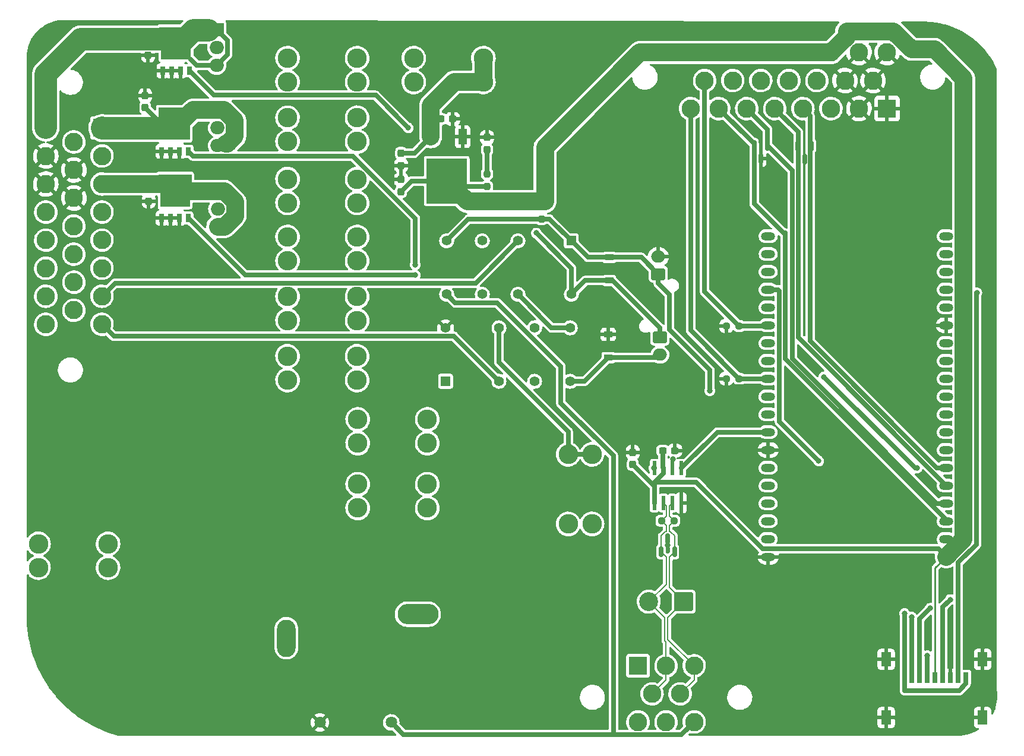
<source format=gbr>
%TF.GenerationSoftware,KiCad,Pcbnew,(6.0.1-0)*%
%TF.CreationDate,2023-01-17T12:42:10-05:00*%
%TF.ProjectId,rear-control-board,72656172-2d63-46f6-9e74-726f6c2d626f,rev?*%
%TF.SameCoordinates,Original*%
%TF.FileFunction,Copper,L1,Top*%
%TF.FilePolarity,Positive*%
%FSLAX46Y46*%
G04 Gerber Fmt 4.6, Leading zero omitted, Abs format (unit mm)*
G04 Created by KiCad (PCBNEW (6.0.1-0)) date 2023-01-17 12:42:10*
%MOMM*%
%LPD*%
G01*
G04 APERTURE LIST*
G04 Aperture macros list*
%AMRoundRect*
0 Rectangle with rounded corners*
0 $1 Rounding radius*
0 $2 $3 $4 $5 $6 $7 $8 $9 X,Y pos of 4 corners*
0 Add a 4 corners polygon primitive as box body*
4,1,4,$2,$3,$4,$5,$6,$7,$8,$9,$2,$3,0*
0 Add four circle primitives for the rounded corners*
1,1,$1+$1,$2,$3*
1,1,$1+$1,$4,$5*
1,1,$1+$1,$6,$7*
1,1,$1+$1,$8,$9*
0 Add four rect primitives between the rounded corners*
20,1,$1+$1,$2,$3,$4,$5,0*
20,1,$1+$1,$4,$5,$6,$7,0*
20,1,$1+$1,$6,$7,$8,$9,0*
20,1,$1+$1,$8,$9,$2,$3,0*%
%AMFreePoly0*
4,1,9,2.975000,-2.350000,1.425000,-2.350000,1.425000,-2.100000,-1.650000,-2.100000,-1.650000,2.100000,1.425000,2.100000,1.425000,2.350000,2.975000,2.350000,2.975000,-2.350000,2.975000,-2.350000,$1*%
G04 Aperture macros list end*
%TA.AperFunction,SMDPad,CuDef*%
%ADD10R,1.200000X2.200000*%
%TD*%
%TA.AperFunction,SMDPad,CuDef*%
%ADD11R,5.800000X6.400000*%
%TD*%
%TA.AperFunction,SMDPad,CuDef*%
%ADD12R,1.200000X0.900000*%
%TD*%
%TA.AperFunction,SMDPad,CuDef*%
%ADD13RoundRect,0.237500X-0.237500X0.300000X-0.237500X-0.300000X0.237500X-0.300000X0.237500X0.300000X0*%
%TD*%
%TA.AperFunction,ComponentPad*%
%ADD14C,2.780000*%
%TD*%
%TA.AperFunction,SMDPad,CuDef*%
%ADD15R,0.800000X1.500000*%
%TD*%
%TA.AperFunction,SMDPad,CuDef*%
%ADD16R,1.450000X2.000000*%
%TD*%
%TA.AperFunction,SMDPad,CuDef*%
%ADD17RoundRect,0.237500X-0.300000X-0.237500X0.300000X-0.237500X0.300000X0.237500X-0.300000X0.237500X0*%
%TD*%
%TA.AperFunction,SMDPad,CuDef*%
%ADD18RoundRect,0.041300X-0.253700X0.943700X-0.253700X-0.943700X0.253700X-0.943700X0.253700X0.943700X0*%
%TD*%
%TA.AperFunction,ComponentPad*%
%ADD19R,1.400000X1.400000*%
%TD*%
%TA.AperFunction,ComponentPad*%
%ADD20C,1.400000*%
%TD*%
%TA.AperFunction,ComponentPad*%
%ADD21RoundRect,0.250000X0.750000X-0.600000X0.750000X0.600000X-0.750000X0.600000X-0.750000X-0.600000X0*%
%TD*%
%TA.AperFunction,ComponentPad*%
%ADD22O,2.000000X1.700000*%
%TD*%
%TA.AperFunction,ComponentPad*%
%ADD23O,2.000000X1.905000*%
%TD*%
%TA.AperFunction,ComponentPad*%
%ADD24R,2.000000X1.905000*%
%TD*%
%TA.AperFunction,ComponentPad*%
%ADD25R,2.000000X1.200000*%
%TD*%
%TA.AperFunction,ComponentPad*%
%ADD26O,2.000000X1.200000*%
%TD*%
%TA.AperFunction,ComponentPad*%
%ADD27C,1.635000*%
%TD*%
%TA.AperFunction,ComponentPad*%
%ADD28O,2.670000X5.340000*%
%TD*%
%TA.AperFunction,ComponentPad*%
%ADD29O,5.850000X2.925000*%
%TD*%
%TA.AperFunction,ComponentPad*%
%ADD30R,2.625000X2.625000*%
%TD*%
%TA.AperFunction,ComponentPad*%
%ADD31C,2.625000*%
%TD*%
%TA.AperFunction,SMDPad,CuDef*%
%ADD32R,0.700000X1.150000*%
%TD*%
%TA.AperFunction,SMDPad,CuDef*%
%ADD33FreePoly0,90.000000*%
%TD*%
%TA.AperFunction,SMDPad,CuDef*%
%ADD34RoundRect,0.237500X-0.237500X0.287500X-0.237500X-0.287500X0.237500X-0.287500X0.237500X0.287500X0*%
%TD*%
%TA.AperFunction,SMDPad,CuDef*%
%ADD35RoundRect,0.237500X0.237500X-0.300000X0.237500X0.300000X-0.237500X0.300000X-0.237500X-0.300000X0*%
%TD*%
%TA.AperFunction,SMDPad,CuDef*%
%ADD36RoundRect,0.150000X0.150000X-0.587500X0.150000X0.587500X-0.150000X0.587500X-0.150000X-0.587500X0*%
%TD*%
%TA.AperFunction,SMDPad,CuDef*%
%ADD37RoundRect,0.237500X0.250000X0.237500X-0.250000X0.237500X-0.250000X-0.237500X0.250000X-0.237500X0*%
%TD*%
%TA.AperFunction,SMDPad,CuDef*%
%ADD38RoundRect,0.150000X-0.150000X0.587500X-0.150000X-0.587500X0.150000X-0.587500X0.150000X0.587500X0*%
%TD*%
%TA.AperFunction,ComponentPad*%
%ADD39RoundRect,0.250000X-0.750000X0.600000X-0.750000X-0.600000X0.750000X-0.600000X0.750000X0.600000X0*%
%TD*%
%TA.AperFunction,SMDPad,CuDef*%
%ADD40RoundRect,0.237500X-0.237500X0.250000X-0.237500X-0.250000X0.237500X-0.250000X0.237500X0.250000X0*%
%TD*%
%TA.AperFunction,SMDPad,CuDef*%
%ADD41RoundRect,0.237500X0.237500X-0.250000X0.237500X0.250000X-0.237500X0.250000X-0.237500X-0.250000X0*%
%TD*%
%TA.AperFunction,ComponentPad*%
%ADD42RoundRect,0.250001X1.099999X1.099999X-1.099999X1.099999X-1.099999X-1.099999X1.099999X-1.099999X0*%
%TD*%
%TA.AperFunction,ComponentPad*%
%ADD43C,2.700000*%
%TD*%
%TA.AperFunction,ViaPad*%
%ADD44C,0.800000*%
%TD*%
%TA.AperFunction,Conductor*%
%ADD45C,2.540000*%
%TD*%
%TA.AperFunction,Conductor*%
%ADD46C,0.635000*%
%TD*%
%TA.AperFunction,Conductor*%
%ADD47C,3.175000*%
%TD*%
%TA.AperFunction,Conductor*%
%ADD48C,0.200000*%
%TD*%
%TA.AperFunction,Conductor*%
%ADD49C,0.254000*%
%TD*%
G04 APERTURE END LIST*
D10*
%TO.P,U2,1,GND*%
%TO.N,GND*%
X121005000Y-78525000D03*
D11*
%TO.P,U2,2,VO*%
%TO.N,VDD*%
X118725000Y-84825000D03*
D10*
%TO.P,U2,3,VI*%
%TO.N,INT_12V*%
X116445000Y-78525000D03*
%TD*%
D12*
%TO.P,D5,1,K*%
%TO.N,/FAULT_LATCHER/IMD_SWITCH*%
X141750000Y-110001115D03*
%TO.P,D5,2,A*%
%TO.N,GND*%
X141750000Y-106701115D03*
%TD*%
D13*
%TO.P,C2,1*%
%TO.N,/PUMP_RTRN_12V*%
X76150000Y-65172500D03*
%TO.P,C2,2*%
%TO.N,GND*%
X76150000Y-66897500D03*
%TD*%
D14*
%TO.P,F1,1*%
%TO.N,+12V*%
X114040000Y-67300000D03*
X114040000Y-70700000D03*
%TO.P,F1,2*%
%TO.N,INT_12V*%
X123960000Y-67300000D03*
X123960000Y-70700000D03*
%TD*%
D15*
%TO.P,J7,1,DAT2*%
%TO.N,/Controller/DAT2*%
X185050000Y-155622500D03*
%TO.P,J7,2,DAT3/CD*%
%TO.N,/Controller/DAT3*%
X186150000Y-155622500D03*
%TO.P,J7,3,CMD*%
%TO.N,/Controller/CMD*%
X187250000Y-155622500D03*
%TO.P,J7,4,VDD*%
%TO.N,VDD*%
X188350000Y-155622500D03*
%TO.P,J7,5,CLK*%
%TO.N,/Controller/CLK*%
X189450000Y-155622500D03*
%TO.P,J7,6,VSS*%
%TO.N,GND*%
X190550000Y-155622500D03*
%TO.P,J7,7,DAT0*%
%TO.N,/Controller/DAT0*%
X191650000Y-155622500D03*
%TO.P,J7,8,DAT1*%
%TO.N,/Controller/DAT1*%
X192750000Y-155622500D03*
D16*
%TO.P,J7,9,SHIELD*%
%TO.N,GND*%
X181375000Y-161322500D03*
X181375000Y-153022500D03*
X195125000Y-153022500D03*
X195125000Y-161322500D03*
%TD*%
D14*
%TO.P,F9,1*%
%TO.N,+12V*%
X106040000Y-118800000D03*
X106040000Y-122200000D03*
%TO.P,F9,2*%
%TO.N,/BRB_LOOP*%
X115960000Y-118800000D03*
X115960000Y-122200000D03*
%TD*%
D17*
%TO.P,C12,1*%
%TO.N,VDD*%
X149525000Y-123250000D03*
%TO.P,C12,2*%
%TO.N,GND*%
X151250000Y-123250000D03*
%TD*%
D18*
%TO.P,U4,1,TXD*%
%TO.N,/Controller/CAN_MISO*%
X152155000Y-125775000D03*
%TO.P,U4,2,GND*%
%TO.N,GND*%
X150885000Y-125775000D03*
%TO.P,U4,3,VDD*%
%TO.N,VDD*%
X149615000Y-125775000D03*
%TO.P,U4,4,RXD*%
%TO.N,/Controller/CAN_MOSI*%
X148345000Y-125775000D03*
%TO.P,U4,5,VL*%
%TO.N,VDD*%
X148345000Y-130725000D03*
%TO.P,U4,6,CANL*%
%TO.N,/CAN_N*%
X149615000Y-130725000D03*
%TO.P,U4,7,CANH*%
%TO.N,/CAN_P*%
X150885000Y-130725000D03*
%TO.P,U4,8,STBY*%
%TO.N,GND*%
X152155000Y-130725000D03*
%TD*%
D19*
%TO.P,K2,1*%
%TO.N,/FAULT_LATCHER/BMS_SWITCH*%
X136500000Y-93351115D03*
D20*
%TO.P,K2,4*%
%TO.N,/FAULT_BMS*%
X128880000Y-93351115D03*
%TO.P,K2,6*%
%TO.N,unconnected-(K2-Pad6)*%
X123800000Y-93351115D03*
%TO.P,K2,8*%
%TO.N,/FAULT_LATCHER/BMS_SWITCH*%
X118720000Y-93351115D03*
%TO.P,K2,9*%
%TO.N,/BRB_RTN*%
X118720000Y-100971115D03*
%TO.P,K2,11*%
%TO.N,unconnected-(K2-Pad11)*%
X123800000Y-100971115D03*
%TO.P,K2,13*%
%TO.N,Net-(K2-Pad13)*%
X128880000Y-100971115D03*
%TO.P,K2,16*%
%TO.N,INT_12V*%
X136500000Y-100971115D03*
%TD*%
D21*
%TO.P,J4,1,Pin_1*%
%TO.N,/FAULT_LATCHER/BMS_SWITCH*%
X148892500Y-98113615D03*
D22*
%TO.P,J4,2,Pin_2*%
%TO.N,GND*%
X148892500Y-95613615D03*
%TD*%
D23*
%TO.P,D11,1,A*%
%TO.N,/FAN_RTRN_12V*%
X86055000Y-79790000D03*
D24*
X86055000Y-74710000D03*
D23*
%TO.P,D11,2,K*%
%TO.N,/FAN_12V*%
X86055000Y-77250000D03*
%TD*%
D25*
%TO.P,U1,1,3V3*%
%TO.N,VDD*%
X189950000Y-138403440D03*
D26*
%TO.P,U1,2,CHIP_PU*%
X189950000Y-135863440D03*
%TO.P,U1,3,SENSOR_VP/GPIO36/ADC1_CH0*%
%TO.N,/WHEEL_L*%
X189950000Y-133323440D03*
%TO.P,U1,4,SENSOR_VN/GPIO39/ADC1_CH3*%
%TO.N,/WHEEL_R*%
X189950000Y-130783440D03*
%TO.P,U1,5,VDET_1/GPIO34/ADC1_CH6*%
%TO.N,/SUSPENSION_L*%
X189950000Y-128243440D03*
%TO.P,U1,6,VDET_2/GPIO35/ADC1_CH7*%
%TO.N,/SUSPENSION_R*%
X189950000Y-125703440D03*
%TO.P,U1,7,32K_XP/GPIO32/ADC1_CH4*%
%TO.N,/Controller/FAULT_IMD*%
X189950000Y-123163440D03*
%TO.P,U1,8,32K_XN/GPIO33/ADC1_CH5*%
%TO.N,/FAULT_LATCHER/BMS_SWITCH*%
X189950000Y-120623440D03*
%TO.P,U1,9,DAC_1/ADC2_CH8/GPIO25*%
%TO.N,/Controller/BRAKE_CTRL*%
X189950000Y-118083440D03*
%TO.P,U1,10,DAC_2/ADC2_CH9/GPIO26*%
%TO.N,/Controller/FAN_CTRL*%
X189950000Y-115543440D03*
%TO.P,U1,11,ADC2_CH7/GPIO27*%
%TO.N,unconnected-(U1-Pad11)*%
X189950000Y-113003440D03*
%TO.P,U1,12,MTMS/GPIO14/ADC2_CH6*%
%TO.N,/Controller/CLK*%
X189950000Y-110463440D03*
%TO.P,U1,13,\u002AMTDI/GPIO12/ADC2_CH5*%
%TO.N,/Controller/DAT2*%
X189950000Y-107923440D03*
%TO.P,U1,14,GND*%
%TO.N,GND*%
X189950000Y-105383440D03*
%TO.P,U1,15,MTCK/GPIO13/ADC2_CH4*%
%TO.N,/Controller/DAT3*%
X189950000Y-102843440D03*
%TO.P,U1,16,SD_DATA2/GPIO9*%
%TO.N,unconnected-(U1-Pad16)*%
X189950000Y-100303440D03*
%TO.P,U1,17,SD_DATA3/GPIO10*%
%TO.N,unconnected-(U1-Pad17)*%
X189950000Y-97763440D03*
%TO.P,U1,18,CMD*%
%TO.N,unconnected-(U1-Pad18)*%
X189950000Y-95223440D03*
%TO.P,U1,19,5V*%
%TO.N,unconnected-(U1-Pad19)*%
X189950000Y-92683440D03*
%TO.P,U1,20,SD_CLK/GPIO6*%
%TO.N,unconnected-(U1-Pad20)*%
X164553680Y-92686160D03*
%TO.P,U1,21,SD_DATA0/GPIO7*%
%TO.N,unconnected-(U1-Pad21)*%
X164553680Y-95226160D03*
%TO.P,U1,22,SD_DATA1/GPIO8*%
%TO.N,unconnected-(U1-Pad22)*%
X164550000Y-97763440D03*
%TO.P,U1,23,\u002AMTDO/GPIO15/ADC2_CH3*%
%TO.N,/Controller/CMD*%
X164550000Y-100303440D03*
%TO.P,U1,24,ADC2_CH2/\u002AGPIO2*%
%TO.N,/Controller/DAT0*%
X164550000Y-102843440D03*
%TO.P,U1,25,\u002AGPIO0/BOOT/ADC2_CH1*%
%TO.N,/WATER_OUT-*%
X164550000Y-105383440D03*
%TO.P,U1,26,ADC2_CH0/GPIO4*%
%TO.N,/Controller/DAT1*%
X164550000Y-107923440D03*
%TO.P,U1,27,GPIO16*%
%TO.N,unconnected-(U1-Pad27)*%
X164550000Y-110463440D03*
%TO.P,U1,28,GPIO17*%
%TO.N,/WATER_IN-*%
X164550000Y-113003440D03*
%TO.P,U1,29,\u002AGPIO5*%
%TO.N,unconnected-(U1-Pad29)*%
X164550000Y-115543440D03*
%TO.P,U1,30,GPIO18*%
%TO.N,/Controller/PUMP_CTRL*%
X164550000Y-118083440D03*
%TO.P,U1,31,GPIO19*%
%TO.N,/Controller/CAN_MISO*%
X164550000Y-120623440D03*
%TO.P,U1,32,GND*%
%TO.N,GND*%
X164550000Y-123163440D03*
%TO.P,U1,33,GPIO21*%
%TO.N,unconnected-(U1-Pad33)*%
X164550000Y-125703440D03*
%TO.P,U1,34,U0RXD/GPIO3*%
%TO.N,unconnected-(U1-Pad34)*%
X164550000Y-128243440D03*
%TO.P,U1,35,U0TXD/GPIO1*%
%TO.N,unconnected-(U1-Pad35)*%
X164550000Y-130783440D03*
%TO.P,U1,36,GPIO22*%
%TO.N,unconnected-(U1-Pad36)*%
X164550000Y-133323440D03*
%TO.P,U1,37,GPIO23*%
%TO.N,/Controller/CAN_MOSI*%
X164550000Y-135863440D03*
%TO.P,U1,38,GND*%
%TO.N,GND*%
X164550000Y-138403440D03*
%TD*%
D27*
%TO.P,K1,1*%
%TO.N,/BRB_RTN*%
X110815000Y-162010000D03*
%TO.P,K1,2*%
%TO.N,GND*%
X100655000Y-162010000D03*
D28*
%TO.P,K1,3*%
%TO.N,/BATT_12V*%
X95875000Y-150000000D03*
D29*
%TO.P,K1,4*%
%TO.N,+12V*%
X114625000Y-146570000D03*
%TD*%
D14*
%TO.P,F4,1*%
%TO.N,+12V*%
X105960000Y-96200000D03*
X105960000Y-92800000D03*
%TO.P,F4,2*%
%TO.N,/FRONT_12*%
X96040000Y-92800000D03*
X96040000Y-96200000D03*
%TD*%
D30*
%TO.P,J3,1,Pin_1*%
%TO.N,/BRB_LOOP*%
X146000000Y-153937500D03*
D31*
%TO.P,J3,2,Pin_2*%
%TO.N,/CAN_N*%
X150000000Y-153937500D03*
%TO.P,J3,3,Pin_3*%
%TO.N,/CAN_P*%
X154000000Y-153937500D03*
%TO.P,J3,4,Pin_4*%
%TO.N,/CAN_N*%
X148000000Y-157937500D03*
%TO.P,J3,5,Pin_5*%
%TO.N,/CAN_P*%
X152000000Y-157937500D03*
%TO.P,J3,6,Pin_6*%
%TO.N,/RINE_12*%
X146000000Y-161937500D03*
%TO.P,J3,7,Pin_7*%
%TO.N,/TSV*%
X150000000Y-161937500D03*
%TO.P,J3,8,Pin_8*%
%TO.N,/BRB_RTN*%
X154000000Y-161937500D03*
%TD*%
D32*
%TO.P,Q3,1,S*%
%TO.N,GND*%
X78090000Y-90120000D03*
%TO.P,Q3,2,S*%
X79360000Y-90120000D03*
%TO.P,Q3,3,S*%
X80640000Y-90120000D03*
%TO.P,Q3,4,G*%
%TO.N,/Controller/PUMP_CTRL*%
X81910000Y-90120000D03*
D33*
%TO.P,Q3,5,D*%
%TO.N,/BRAKE_RTRN_12V*%
X80000000Y-86850000D03*
%TD*%
D32*
%TO.P,Q2,1,S*%
%TO.N,GND*%
X78090000Y-80585000D03*
%TO.P,Q2,2,S*%
X79360000Y-80585000D03*
%TO.P,Q2,3,S*%
X80640000Y-80585000D03*
%TO.P,Q2,4,G*%
%TO.N,/Controller/BRAKE_CTRL*%
X81910000Y-80585000D03*
D33*
%TO.P,Q2,5,D*%
%TO.N,/FAN_RTRN_12V*%
X80000000Y-77315000D03*
%TD*%
D34*
%TO.P,D1,1,K*%
%TO.N,INT_12V*%
X112225000Y-80850000D03*
%TO.P,D1,2,A*%
%TO.N,GND*%
X112225000Y-82600000D03*
%TD*%
D14*
%TO.P,F8,1*%
%TO.N,+12V*%
X105960000Y-84550000D03*
X105960000Y-87950000D03*
%TO.P,F8,2*%
%TO.N,/BRAKE_12V*%
X96040000Y-84550000D03*
X96040000Y-87950000D03*
%TD*%
D24*
%TO.P,D10,1,A*%
%TO.N,/BRAKE_RTRN_12V*%
X86095000Y-86265000D03*
D23*
X86095000Y-91345000D03*
%TO.P,D10,2,K*%
%TO.N,/BRAKE_12V*%
X86095000Y-88805000D03*
%TD*%
D35*
%TO.P,C4,1*%
%TO.N,VDD*%
X112225000Y-86337500D03*
%TO.P,C4,2*%
%TO.N,GND*%
X112225000Y-84612500D03*
%TD*%
%TO.P,C8,1*%
%TO.N,VDD*%
X145250000Y-125225000D03*
%TO.P,C8,2*%
%TO.N,GND*%
X145250000Y-123500000D03*
%TD*%
D12*
%TO.P,D4,1,K*%
%TO.N,INT_12V*%
X141917500Y-99013615D03*
%TO.P,D4,2,A*%
%TO.N,/FAULT_LATCHER/BMS_SWITCH*%
X141917500Y-95713615D03*
%TD*%
D14*
%TO.P,F7,1*%
%TO.N,+12V*%
X105960000Y-104700000D03*
X105960000Y-101300000D03*
%TO.P,F7,2*%
%TO.N,/HVB_12*%
X96040000Y-104700000D03*
X96040000Y-101300000D03*
%TD*%
D36*
%TO.P,D9,1,K*%
%TO.N,/CAN_N*%
X149300000Y-137687500D03*
%TO.P,D9,2,K*%
%TO.N,/CAN_P*%
X151200000Y-137687500D03*
%TO.P,D9,3,A*%
%TO.N,GND*%
X150250000Y-135812500D03*
%TD*%
D37*
%TO.P,R4,1*%
%TO.N,/WATER_OUT-*%
X160412500Y-105500000D03*
%TO.P,R4,2*%
%TO.N,GND*%
X158587500Y-105500000D03*
%TD*%
D38*
%TO.P,D6,1,K*%
%TO.N,/SUSPENSION_R*%
X170700000Y-79812500D03*
%TO.P,D6,2,K*%
%TO.N,/SUSPENSION_L*%
X168800000Y-79812500D03*
%TO.P,D6,3,A*%
%TO.N,GND*%
X169750000Y-81687500D03*
%TD*%
D35*
%TO.P,C13,1*%
%TO.N,/FAN_RTRN_12V*%
X75750000Y-74362500D03*
%TO.P,C13,2*%
%TO.N,GND*%
X75750000Y-72637500D03*
%TD*%
D14*
%TO.P,F10,1*%
%TO.N,/SSOK*%
X136050000Y-123790000D03*
X139450000Y-123790000D03*
%TO.P,F10,2*%
%TO.N,/TSV*%
X139450000Y-133710000D03*
X136050000Y-133710000D03*
%TD*%
D37*
%TO.P,R6,1*%
%TO.N,/CAN_P*%
X151162500Y-133250000D03*
%TO.P,R6,2*%
%TO.N,/CAN_N*%
X149337500Y-133250000D03*
%TD*%
D14*
%TO.P,F6,1*%
%TO.N,+12V*%
X105960000Y-67300000D03*
X105960000Y-70700000D03*
%TO.P,F6,2*%
%TO.N,/PUMP_12V*%
X96040000Y-70700000D03*
X96040000Y-67300000D03*
%TD*%
D39*
%TO.P,J5,1,Pin_1*%
%TO.N,INT_12V*%
X149117500Y-107101115D03*
D22*
%TO.P,J5,2,Pin_2*%
%TO.N,/FAULT_LATCHER/IMD_SWITCH*%
X149117500Y-109601115D03*
%TD*%
D14*
%TO.P,F11,1*%
%TO.N,/charge-controller/dcdc_fuse*%
X70460000Y-136550000D03*
X70460000Y-139950000D03*
%TO.P,F11,2*%
%TO.N,/DCDC_IN*%
X60540000Y-139950000D03*
X60540000Y-136550000D03*
%TD*%
%TO.P,F2,1*%
%TO.N,+12V*%
X105960000Y-75800000D03*
X105960000Y-79200000D03*
%TO.P,F2,2*%
%TO.N,/FAN_12V*%
X96040000Y-79200000D03*
X96040000Y-75800000D03*
%TD*%
D19*
%TO.P,K3,1*%
%TO.N,/FAULT_LATCHER/IMD_SWITCH*%
X118560000Y-113376115D03*
D20*
%TO.P,K3,4*%
%TO.N,/FAULT_IMD*%
X126180000Y-113376115D03*
%TO.P,K3,6*%
%TO.N,unconnected-(K3-Pad6)*%
X131260000Y-113376115D03*
%TO.P,K3,8*%
%TO.N,/FAULT_LATCHER/IMD_SWITCH*%
X136340000Y-113376115D03*
%TO.P,K3,9*%
%TO.N,Net-(K2-Pad13)*%
X136340000Y-105756115D03*
%TO.P,K3,11*%
%TO.N,unconnected-(K3-Pad11)*%
X131260000Y-105756115D03*
%TO.P,K3,13*%
%TO.N,/SSOK*%
X126180000Y-105756115D03*
%TO.P,K3,16*%
%TO.N,GND*%
X118560000Y-105756115D03*
%TD*%
D32*
%TO.P,Q4,1,S*%
%TO.N,GND*%
X78240000Y-69120000D03*
%TO.P,Q4,2,S*%
X79510000Y-69120000D03*
%TO.P,Q4,3,S*%
X80790000Y-69120000D03*
%TO.P,Q4,4,G*%
%TO.N,/Controller/FAN_CTRL*%
X82060000Y-69120000D03*
D33*
%TO.P,Q4,5,D*%
%TO.N,/PUMP_RTRN_12V*%
X80150000Y-65850000D03*
%TD*%
D13*
%TO.P,C3,1*%
%TO.N,/BRAKE_RTRN_12V*%
X76250000Y-85987500D03*
%TO.P,C3,2*%
%TO.N,GND*%
X76250000Y-87712500D03*
%TD*%
D30*
%TO.P,J1,1,Pin_1*%
%TO.N,/FAN_RTRN_12V*%
X69587500Y-77250000D03*
D31*
%TO.P,J1,2,Pin_2*%
%TO.N,/FAN_12V*%
X69587500Y-81250000D03*
%TO.P,J1,3,Pin_3*%
%TO.N,/BRAKE_RTRN_12V*%
X69587500Y-85250000D03*
%TO.P,J1,4,Pin_4*%
%TO.N,/BRAKE_12V*%
X69587500Y-89250000D03*
%TO.P,J1,5,Pin_5*%
%TO.N,/HVB_12*%
X69587500Y-93250000D03*
%TO.P,J1,6,Pin_6*%
%TO.N,BMS_12V*%
X69587500Y-97250000D03*
%TO.P,J1,7,Pin_7*%
%TO.N,/FAULT_BMS*%
X69587500Y-101250000D03*
%TO.P,J1,8,Pin_8*%
%TO.N,/FAULT_IMD*%
X69587500Y-105250000D03*
%TO.P,J1,9,Pin_9*%
%TO.N,/PUMP_12V*%
X65587500Y-79250000D03*
%TO.P,J1,10,Pin_10*%
%TO.N,GND*%
X65587500Y-83250000D03*
%TO.P,J1,11,Pin_11*%
X65587500Y-87250000D03*
%TO.P,J1,12,Pin_12*%
%TO.N,/BATT_12V*%
X65587500Y-91250000D03*
%TO.P,J1,13,Pin_13*%
X65587500Y-95250000D03*
%TO.P,J1,14,Pin_14*%
X65587500Y-99250000D03*
%TO.P,J1,15,Pin_15*%
X65587500Y-103250000D03*
%TO.P,J1,16,Pin_16*%
%TO.N,/PUMP_RTRN_12V*%
X61587500Y-77250000D03*
%TO.P,J1,17,Pin_17*%
%TO.N,GND*%
X61587500Y-81250000D03*
%TO.P,J1,18,Pin_18*%
X61587500Y-85250000D03*
%TO.P,J1,19,Pin_19*%
%TO.N,/FRONT_12*%
X61587500Y-89250000D03*
%TO.P,J1,20,Pin_20*%
%TO.N,/DCDC_IN*%
X61587500Y-93250000D03*
%TO.P,J1,21,Pin_21*%
X61587500Y-97250000D03*
%TO.P,J1,22,Pin_22*%
X61587500Y-101250000D03*
%TO.P,J1,23,Pin_23*%
X61587500Y-105250000D03*
%TD*%
D37*
%TO.P,R7,1*%
%TO.N,/WATER_IN-*%
X160412500Y-113000000D03*
%TO.P,R7,2*%
%TO.N,GND*%
X158587500Y-113000000D03*
%TD*%
D14*
%TO.P,F5,1*%
%TO.N,+12V*%
X105960000Y-109800000D03*
X105960000Y-113200000D03*
%TO.P,F5,2*%
%TO.N,BMS_12V*%
X96040000Y-113200000D03*
X96040000Y-109800000D03*
%TD*%
D40*
%TO.P,R3,1*%
%TO.N,VDD*%
X132250000Y-88438615D03*
%TO.P,R3,2*%
%TO.N,/FAULT_LATCHER/BMS_SWITCH*%
X132250000Y-90263615D03*
%TD*%
D17*
%TO.P,C1,1*%
%TO.N,INT_12V*%
X117862500Y-75975000D03*
%TO.P,C1,2*%
%TO.N,GND*%
X119587500Y-75975000D03*
%TD*%
D14*
%TO.P,F3,1*%
%TO.N,+12V*%
X106040000Y-128050000D03*
X106040000Y-131450000D03*
%TO.P,F3,2*%
%TO.N,/RINE_12*%
X115960000Y-128050000D03*
X115960000Y-131450000D03*
%TD*%
D41*
%TO.P,R2,1*%
%TO.N,VDD*%
X124475000Y-85637500D03*
%TO.P,R2,2*%
%TO.N,Net-(D8-Pad2)*%
X124475000Y-83812500D03*
%TD*%
D30*
%TO.P,J2,1,Pin_1*%
%TO.N,GND*%
X181500000Y-74500000D03*
D31*
%TO.P,J2,2,Pin_2*%
X177500000Y-74500000D03*
%TO.P,J2,3,Pin_3*%
%TO.N,unconnected-(J2-Pad3)*%
X173500000Y-74500000D03*
%TO.P,J2,4,Pin_4*%
%TO.N,/SUSPENSION_R*%
X169500000Y-74500000D03*
%TO.P,J2,5,Pin_5*%
%TO.N,/SUSPENSION_L*%
X165500000Y-74500000D03*
%TO.P,J2,6,Pin_6*%
%TO.N,/WHEEL_R*%
X161500000Y-74500000D03*
%TO.P,J2,7,Pin_7*%
%TO.N,/WHEEL_L*%
X157500000Y-74500000D03*
%TO.P,J2,8,Pin_8*%
%TO.N,/WATER_IN-*%
X153500000Y-74500000D03*
%TO.P,J2,9,Pin_9*%
%TO.N,GND*%
X179500000Y-70500000D03*
%TO.P,J2,10,Pin_10*%
X175500000Y-70500000D03*
%TO.P,J2,11,Pin_11*%
%TO.N,unconnected-(J2-Pad11)*%
X171500000Y-70500000D03*
%TO.P,J2,12,Pin_12*%
%TO.N,unconnected-(J2-Pad12)*%
X167500000Y-70500000D03*
%TO.P,J2,13,Pin_13*%
%TO.N,unconnected-(J2-Pad13)*%
X163500000Y-70500000D03*
%TO.P,J2,14,Pin_14*%
%TO.N,unconnected-(J2-Pad14)*%
X159500000Y-70500000D03*
%TO.P,J2,15,Pin_15*%
%TO.N,/WATER_OUT-*%
X155500000Y-70500000D03*
%TO.P,J2,16,Pin_16*%
%TO.N,GND*%
X181500000Y-66500000D03*
%TO.P,J2,17,Pin_17*%
X177500000Y-66500000D03*
%TO.P,J2,18,Pin_18*%
%TO.N,VDD*%
X173500000Y-66500000D03*
%TO.P,J2,19,Pin_19*%
X169500000Y-66500000D03*
%TO.P,J2,20,Pin_20*%
X165500000Y-66500000D03*
%TO.P,J2,21,Pin_21*%
X161500000Y-66500000D03*
%TO.P,J2,22,Pin_22*%
X157500000Y-66500000D03*
%TO.P,J2,23,Pin_23*%
X153500000Y-66500000D03*
%TD*%
D42*
%TO.P,J6,1,Pin_1*%
%TO.N,/CAN_P*%
X152527500Y-144800000D03*
D43*
%TO.P,J6,2,Pin_2*%
%TO.N,/CAN_N*%
X147527500Y-144800000D03*
%TD*%
D34*
%TO.P,D8,1,K*%
%TO.N,GND*%
X124475000Y-78600000D03*
%TO.P,D8,2,A*%
%TO.N,Net-(D8-Pad2)*%
X124475000Y-80350000D03*
%TD*%
D24*
%TO.P,D12,1,A*%
%TO.N,/PUMP_RTRN_12V*%
X85940000Y-63285000D03*
D23*
X85940000Y-68365000D03*
%TO.P,D12,2,K*%
%TO.N,/PUMP_12V*%
X85940000Y-65825000D03*
%TD*%
D38*
%TO.P,D2,1,K*%
%TO.N,/WHEEL_R*%
X164450000Y-79750000D03*
%TO.P,D2,2,K*%
%TO.N,/WHEEL_L*%
X162550000Y-79750000D03*
%TO.P,D2,3,A*%
%TO.N,GND*%
X163500000Y-81625000D03*
%TD*%
D44*
%TO.N,GND*%
X151000000Y-124500000D03*
X118750000Y-89000000D03*
X132000000Y-121250000D03*
X110750000Y-80500000D03*
X129000000Y-125750000D03*
X173500000Y-120750000D03*
X145500000Y-135250000D03*
X159250000Y-108250000D03*
X131000000Y-131000000D03*
X190500000Y-153000000D03*
X131000000Y-131000000D03*
X110500000Y-78250000D03*
X177500000Y-128750000D03*
X125750000Y-120750000D03*
X113250000Y-112250000D03*
X150250000Y-136750000D03*
%TO.N,INT_12V*%
X116445000Y-78525000D03*
X131500000Y-92250000D03*
%TO.N,/Controller/FAN_CTRL*%
X113250000Y-77250000D03*
%TO.N,/Controller/PUMP_CTRL*%
X114250000Y-98250000D03*
%TO.N,/Controller/BRAKE_CTRL*%
X114250000Y-96750000D03*
%TO.N,/Controller/CAN_MOSI*%
X148250000Y-125750000D03*
%TO.N,/Controller/DAT2*%
X185000000Y-147000000D03*
%TO.N,/Controller/DAT3*%
X187623500Y-145750000D03*
%TO.N,/Controller/CMD*%
X187250000Y-152500000D03*
X171750000Y-124750000D03*
%TO.N,/Controller/CLK*%
X190500000Y-144500000D03*
%TO.N,/Controller/DAT0*%
X194289020Y-100750000D03*
%TO.N,/Controller/DAT1*%
X184000000Y-146500000D03*
X172500000Y-112750000D03*
X185750000Y-125750000D03*
%TO.N,/FAULT_LATCHER/BMS_SWITCH*%
X156250000Y-114750000D03*
%TD*%
D45*
%TO.N,/FAN_RTRN_12V*%
X86055000Y-74710000D02*
X82605000Y-74710000D01*
X82605000Y-74710000D02*
X80000000Y-77315000D01*
X86055000Y-74710000D02*
X86987753Y-74710000D01*
X86987753Y-74710000D02*
X88524520Y-76246767D01*
X88524520Y-76246767D02*
X88524520Y-78447980D01*
X88524520Y-78447980D02*
X87500000Y-79472500D01*
X87500000Y-79472500D02*
X87250000Y-79472500D01*
D46*
X75750000Y-74362500D02*
X78065000Y-76677500D01*
X78065000Y-76677500D02*
X78065000Y-77315000D01*
%TO.N,/PUMP_RTRN_12V*%
X85940000Y-63285000D02*
X87457020Y-64802020D01*
X87457020Y-64802020D02*
X87457020Y-66847980D01*
X87457020Y-66847980D02*
X85940000Y-68365000D01*
X85940000Y-68365000D02*
X83115000Y-68365000D01*
X83115000Y-68365000D02*
X82250000Y-67500000D01*
D47*
X80150000Y-65850000D02*
X78872980Y-64572980D01*
X82689297Y-63310703D02*
X84748777Y-63315161D01*
X61587500Y-69566094D02*
X61587500Y-77250000D01*
X80150000Y-65850000D02*
X82689297Y-63310703D01*
X78872980Y-64572980D02*
X66580614Y-64572980D01*
X66580614Y-64572980D02*
X61587500Y-69566094D01*
D46*
%TO.N,INT_12V*%
X117862500Y-75975000D02*
X116975000Y-75975000D01*
X141917500Y-99013615D02*
X138457500Y-99013615D01*
X138457500Y-99013615D02*
X136500000Y-100971115D01*
X116975000Y-75975000D02*
X116445000Y-75445000D01*
X136500000Y-97250000D02*
X131500000Y-92250000D01*
D45*
X116445000Y-74055000D02*
X116445000Y-75445000D01*
X119800000Y-70700000D02*
X116445000Y-74055000D01*
D46*
X114120000Y-80850000D02*
X116445000Y-78525000D01*
X141917500Y-99013615D02*
X142351129Y-99013615D01*
X136500000Y-100971115D02*
X136500000Y-97250000D01*
D45*
X116445000Y-75445000D02*
X116445000Y-78525000D01*
X123960000Y-67300000D02*
X123960000Y-70700000D01*
D46*
X112225000Y-80850000D02*
X114120000Y-80850000D01*
X149117500Y-105779986D02*
X149117500Y-107101115D01*
X142351129Y-99013615D02*
X149117500Y-105779986D01*
D45*
X123960000Y-70700000D02*
X119800000Y-70700000D01*
D46*
%TO.N,/FAULT_LATCHER/IMD_SWITCH*%
X141750000Y-110001115D02*
X148717500Y-110001115D01*
X136340000Y-113376115D02*
X138375000Y-113376115D01*
X138375000Y-113376115D02*
X141750000Y-110001115D01*
X148717500Y-110001115D02*
X149117500Y-109601115D01*
D45*
%TO.N,/BRAKE_RTRN_12V*%
X88564520Y-89808233D02*
X88564520Y-87801767D01*
X80585000Y-86265000D02*
X86095000Y-86265000D01*
X86095000Y-91345000D02*
X87027753Y-91345000D01*
X78400000Y-85250000D02*
X80000000Y-86850000D01*
X87027753Y-91345000D02*
X88564520Y-89808233D01*
X69587500Y-85250000D02*
X78400000Y-85250000D01*
X87027753Y-86265000D02*
X81515000Y-86265000D01*
X80000000Y-86850000D02*
X80585000Y-86265000D01*
X88564520Y-87801767D02*
X87027753Y-86265000D01*
D46*
%TO.N,/FAULT_BMS*%
X69587500Y-101250000D02*
X71444511Y-99392989D01*
X71444511Y-99392989D02*
X122838126Y-99392989D01*
X122838126Y-99392989D02*
X128880000Y-93351115D01*
%TO.N,/FAULT_IMD*%
X69587500Y-105250000D02*
X71310626Y-106973126D01*
X119777011Y-106973126D02*
X126180000Y-113376115D01*
X71310626Y-106973126D02*
X119777011Y-106973126D01*
%TO.N,/BRB_RTN*%
X118720000Y-100971115D02*
X119937011Y-102188126D01*
X142482989Y-123982989D02*
X142482989Y-163767011D01*
X154000000Y-161937500D02*
X152170489Y-163767011D01*
X112572011Y-163767011D02*
X110815000Y-162010000D01*
X135000000Y-116500000D02*
X142482989Y-123982989D01*
X152170489Y-163767011D02*
X142482989Y-163767011D01*
X135000000Y-111250000D02*
X135000000Y-116500000D01*
X119937011Y-102188126D02*
X125938126Y-102188126D01*
X142482989Y-163767011D02*
X112572011Y-163767011D01*
X125938126Y-102188126D02*
X135000000Y-111250000D01*
%TO.N,/WHEEL_L*%
X162550000Y-79750000D02*
X162550000Y-88050000D01*
X167000000Y-92250000D02*
X167000000Y-110123440D01*
X162550000Y-88050000D02*
X166750000Y-92250000D01*
X157500000Y-74500000D02*
X162550000Y-79550000D01*
X167000000Y-110123440D02*
X190200000Y-133323440D01*
X162550000Y-79550000D02*
X162550000Y-79750000D01*
%TO.N,/WHEEL_R*%
X188590190Y-130783440D02*
X189950000Y-130783440D01*
X168000000Y-83300000D02*
X168000000Y-110193250D01*
X164450000Y-79750000D02*
X168000000Y-83300000D01*
X161500000Y-74500000D02*
X164450000Y-77450000D01*
X164450000Y-77450000D02*
X164450000Y-79750000D01*
X168000000Y-110193250D02*
X188590190Y-130783440D01*
%TO.N,/SUSPENSION_L*%
X168834520Y-77834520D02*
X168834520Y-107127960D01*
X168834520Y-107127960D02*
X189950000Y-128243440D01*
X165500000Y-74500000D02*
X168834520Y-77834520D01*
%TO.N,/SUSPENSION_R*%
X170500000Y-107613250D02*
X188590190Y-125703440D01*
X170500000Y-75500000D02*
X170500000Y-107613250D01*
X169500000Y-74500000D02*
X170500000Y-75500000D01*
X188590190Y-125703440D02*
X189950000Y-125703440D01*
D48*
%TO.N,/CAN_P*%
X154000000Y-155937500D02*
X152000000Y-157937500D01*
X150475001Y-142747501D02*
X152527500Y-144800000D01*
X150475001Y-134775480D02*
X150586197Y-134775480D01*
X150586197Y-134775480D02*
X150655359Y-134844641D01*
X150475001Y-132562501D02*
X151162500Y-133250000D01*
X150475001Y-133937499D02*
X150475001Y-134775480D01*
X154000000Y-153937500D02*
X154000000Y-155937500D01*
X151162500Y-133250000D02*
X150475001Y-133937499D01*
X150475001Y-138412499D02*
X150475001Y-142747501D01*
X151200000Y-135389282D02*
X150655359Y-134844641D01*
X150475001Y-131134999D02*
X150475001Y-132562501D01*
X150655359Y-134844641D02*
X150849520Y-135038803D01*
X150252501Y-147074999D02*
X150252501Y-150190001D01*
X151200000Y-137687500D02*
X150475001Y-138412499D01*
X152527500Y-144800000D02*
X150252501Y-147074999D01*
X150885000Y-130725000D02*
X150475001Y-131134999D01*
X151200000Y-137687500D02*
X151200000Y-135389282D01*
X150252501Y-150190001D02*
X154000000Y-153937500D01*
%TO.N,/CAN_N*%
X150024999Y-131134999D02*
X150024999Y-132562501D01*
X150000000Y-153937500D02*
X150000000Y-155937500D01*
X149300000Y-137687500D02*
X150024999Y-138412499D01*
X150024999Y-134775480D02*
X149913803Y-134775480D01*
X149802499Y-150376396D02*
X150000000Y-150573897D01*
X147527500Y-144800000D02*
X149802499Y-147074999D01*
X150024999Y-138412499D02*
X150024999Y-142302501D01*
X150024999Y-133937499D02*
X150024999Y-134775480D01*
X150000000Y-155937500D02*
X148000000Y-157937500D01*
X149615000Y-130725000D02*
X150024999Y-131134999D01*
X150024999Y-132562501D02*
X149337500Y-133250000D01*
X149337500Y-133250000D02*
X150024999Y-133937499D01*
X150024999Y-142302501D02*
X147527500Y-144800000D01*
X149300000Y-137687500D02*
X149300000Y-135389283D01*
X149802499Y-147074999D02*
X149802499Y-150376396D01*
X149300000Y-135389283D02*
X149913803Y-134775480D01*
X150000000Y-150573897D02*
X150000000Y-153937500D01*
D46*
%TO.N,VDD*%
X145250000Y-125250000D02*
X148345000Y-128345000D01*
X149525000Y-125685000D02*
X149615000Y-125775000D01*
D45*
X153500000Y-66500000D02*
X146265107Y-66500000D01*
X182434359Y-63500000D02*
X185000000Y-66065641D01*
D46*
X145250000Y-125225000D02*
X145250000Y-125250000D01*
X112225000Y-86337500D02*
X113737500Y-84825000D01*
X148345000Y-127761983D02*
X149615000Y-126491983D01*
X188832980Y-137286420D02*
X189950000Y-138403440D01*
D45*
X175750000Y-64250000D02*
X175750000Y-63500000D01*
X153500000Y-66500000D02*
X173500000Y-66500000D01*
D46*
X163786420Y-137286420D02*
X188832980Y-137286420D01*
D45*
X132750000Y-87750000D02*
X121650000Y-87750000D01*
X173500000Y-66500000D02*
X175750000Y-64250000D01*
D46*
X148345000Y-128345000D02*
X148345000Y-127761983D01*
D49*
X188350000Y-140003440D02*
X189950000Y-138403440D01*
D46*
X148345000Y-130725000D02*
X148345000Y-128345000D01*
X149525000Y-123250000D02*
X149525000Y-125685000D01*
D45*
X192419520Y-135933920D02*
X189950000Y-138403440D01*
X188300534Y-66065641D02*
X192419520Y-70184627D01*
D46*
X154261983Y-127761983D02*
X163786420Y-137286420D01*
X119537500Y-85637500D02*
X118725000Y-84825000D01*
X124475000Y-85637500D02*
X119537500Y-85637500D01*
D45*
X192419520Y-70184627D02*
X192419520Y-135933920D01*
D46*
X148345000Y-127761983D02*
X154261983Y-127761983D01*
X113737500Y-84825000D02*
X118725000Y-84825000D01*
D45*
X132750000Y-80015107D02*
X132750000Y-87750000D01*
X185000000Y-66065641D02*
X188300534Y-66065641D01*
X146265107Y-66500000D02*
X132750000Y-80015107D01*
D49*
X188350000Y-155622500D02*
X188350000Y-140003440D01*
D45*
X175750000Y-63500000D02*
X182434359Y-63500000D01*
D46*
X149615000Y-126491983D02*
X149615000Y-125775000D01*
D45*
X121650000Y-87750000D02*
X118725000Y-84825000D01*
D47*
%TO.N,/FAN_RTRN_12V*%
X69652500Y-77315000D02*
X69587500Y-77250000D01*
X80000000Y-77315000D02*
X69652500Y-77315000D01*
X80000000Y-77315000D02*
X78065000Y-77315000D01*
D46*
%TO.N,Net-(D8-Pad2)*%
X124475000Y-80350000D02*
X124475000Y-83812500D01*
%TO.N,/SSOK*%
X136050000Y-123790000D02*
X136050000Y-122450000D01*
X137390000Y-123790000D02*
X136050000Y-122450000D01*
X136050000Y-122450000D02*
X136050000Y-120550000D01*
X136050000Y-120550000D02*
X126180000Y-110680000D01*
X126180000Y-110680000D02*
X126180000Y-105756115D01*
X139450000Y-123790000D02*
X137390000Y-123790000D01*
%TO.N,/Controller/FAN_CTRL*%
X82060000Y-69120000D02*
X85547011Y-72607011D01*
X85547011Y-72607011D02*
X108607011Y-72607011D01*
X108607011Y-72607011D02*
X113250000Y-77250000D01*
%TO.N,/Controller/PUMP_CTRL*%
X90040000Y-98250000D02*
X114250000Y-98250000D01*
X81910000Y-90120000D02*
X90040000Y-98250000D01*
%TO.N,/Controller/BRAKE_CTRL*%
X81910000Y-80585000D02*
X82584520Y-81259520D01*
X82584520Y-81259520D02*
X105366442Y-81259520D01*
X114250000Y-90143078D02*
X114250000Y-96750000D01*
X105366442Y-81259520D02*
X114250000Y-90143078D01*
%TO.N,/Controller/CAN_MISO*%
X152155000Y-125775000D02*
X157306560Y-120623440D01*
X157306560Y-120623440D02*
X164550000Y-120623440D01*
%TO.N,/WATER_OUT-*%
X160412500Y-105500000D02*
X155500000Y-100587500D01*
X160412500Y-105500000D02*
X164433440Y-105500000D01*
X164433440Y-105500000D02*
X164550000Y-105383440D01*
X155500000Y-100587500D02*
X155500000Y-70500000D01*
%TO.N,/Controller/CAN_MOSI*%
X148275000Y-125775000D02*
X148250000Y-125750000D01*
X148345000Y-125775000D02*
X148275000Y-125775000D01*
%TO.N,/WATER_IN-*%
X160412500Y-113000000D02*
X153500000Y-106087500D01*
X153500000Y-106087500D02*
X153500000Y-74500000D01*
X164546560Y-113000000D02*
X164550000Y-113003440D01*
X160412500Y-113000000D02*
X164546560Y-113000000D01*
%TO.N,Net-(K2-Pad13)*%
X133665000Y-105756115D02*
X128880000Y-100971115D01*
X136340000Y-105756115D02*
X133665000Y-105756115D01*
%TO.N,/Controller/DAT2*%
X185050000Y-155622500D02*
X185050000Y-147050000D01*
X185050000Y-147050000D02*
X185000000Y-147000000D01*
%TO.N,/Controller/DAT3*%
X186150000Y-147223500D02*
X187623500Y-145750000D01*
X186150000Y-155622500D02*
X186150000Y-147223500D01*
%TO.N,/Controller/CMD*%
X171750000Y-124750000D02*
X166165480Y-119165480D01*
X166165480Y-119165480D02*
X166165480Y-100500000D01*
X165968920Y-100303440D02*
X164550000Y-100303440D01*
X187250000Y-155622500D02*
X187250000Y-152500000D01*
X166165480Y-100500000D02*
X165968920Y-100303440D01*
%TO.N,/Controller/CLK*%
X189450000Y-155622500D02*
X189450000Y-145550000D01*
X189450000Y-145550000D02*
X190500000Y-144500000D01*
%TO.N,/Controller/DAT0*%
X191650000Y-155622500D02*
X191650000Y-139230668D01*
X194250000Y-136630668D02*
X194250000Y-100789020D01*
X194250000Y-100789020D02*
X194289020Y-100750000D01*
X191650000Y-139230668D02*
X194250000Y-136630668D01*
%TO.N,/Controller/DAT1*%
X191750000Y-157500000D02*
X192750000Y-156500000D01*
X172500000Y-112750000D02*
X185500000Y-125750000D01*
X185500000Y-125750000D02*
X185750000Y-125750000D01*
X184000000Y-146500000D02*
X184000000Y-157500000D01*
X184000000Y-157500000D02*
X191750000Y-157500000D01*
%TO.N,/FAULT_LATCHER/BMS_SWITCH*%
X138862500Y-95713615D02*
X136500000Y-93351115D01*
X133412500Y-90263615D02*
X136500000Y-93351115D01*
X148892500Y-98113615D02*
X146492500Y-95713615D01*
X141917500Y-95713615D02*
X138862500Y-95713615D01*
X146492500Y-95713615D02*
X141917500Y-95713615D01*
X148892500Y-99434744D02*
X148892500Y-98113615D01*
X150500000Y-101042244D02*
X148892500Y-99434744D01*
X156250000Y-111798885D02*
X150500000Y-106048885D01*
X156250000Y-114750000D02*
X156250000Y-111798885D01*
X132250000Y-90263615D02*
X121807500Y-90263615D01*
X132250000Y-90263615D02*
X133412500Y-90263615D01*
X121807500Y-90263615D02*
X118720000Y-93351115D01*
X150500000Y-106048885D02*
X150500000Y-101042244D01*
%TD*%
%TA.AperFunction,Conductor*%
%TO.N,GND*%
G36*
X187201365Y-62109896D02*
G01*
X187223919Y-62112167D01*
X187225191Y-62112220D01*
X187234908Y-62114174D01*
X187244754Y-62113030D01*
X187244755Y-62113030D01*
X187245808Y-62112908D01*
X187247517Y-62112709D01*
X187270782Y-62112169D01*
X187379893Y-62119743D01*
X187863901Y-62153341D01*
X187870895Y-62154023D01*
X188385160Y-62218685D01*
X188455060Y-62227474D01*
X188492805Y-62232220D01*
X188499749Y-62233291D01*
X189116342Y-62346038D01*
X189123181Y-62347486D01*
X189554709Y-62451550D01*
X189732532Y-62494432D01*
X189739315Y-62496269D01*
X190339530Y-62676957D01*
X190346199Y-62679170D01*
X190935365Y-62893020D01*
X190941900Y-62895600D01*
X191518297Y-63141991D01*
X191524645Y-63144917D01*
X191814315Y-63288339D01*
X192086375Y-63423042D01*
X192092582Y-63426334D01*
X192637919Y-63735331D01*
X192643934Y-63738964D01*
X193171211Y-64077889D01*
X193177014Y-64081852D01*
X193684567Y-64449639D01*
X193690140Y-64453919D01*
X194176411Y-64849437D01*
X194181736Y-64854021D01*
X194645192Y-65276022D01*
X194650254Y-65280896D01*
X195089474Y-65728088D01*
X195094256Y-65733237D01*
X195507850Y-66204201D01*
X195512338Y-66209608D01*
X195564217Y-66275788D01*
X195891838Y-66693718D01*
X195899048Y-66702916D01*
X195903224Y-66708561D01*
X195951721Y-66778086D01*
X196261823Y-67222648D01*
X196265681Y-67228521D01*
X196595073Y-67761810D01*
X196598580Y-67767859D01*
X196897741Y-68318702D01*
X196900911Y-68324949D01*
X197127905Y-68804932D01*
X197140000Y-68858800D01*
X197140000Y-157194162D01*
X197139936Y-157195030D01*
X197139449Y-157196581D01*
X197139493Y-157201027D01*
X197139493Y-157201032D01*
X197139994Y-157251142D01*
X197140000Y-157252401D01*
X197140000Y-157279907D01*
X197140262Y-157281485D01*
X197140306Y-157282427D01*
X197140588Y-157310612D01*
X197143745Y-157320008D01*
X197143925Y-157320544D01*
X197149466Y-157344678D01*
X197201589Y-157752021D01*
X197202465Y-157762010D01*
X197222475Y-158181528D01*
X197223463Y-158202252D01*
X197223542Y-158212274D01*
X197218142Y-158381266D01*
X197209465Y-158652801D01*
X197208746Y-158662803D01*
X197159684Y-159100809D01*
X197158172Y-159110721D01*
X197154325Y-159130603D01*
X197076847Y-159530984D01*
X197074439Y-159543427D01*
X197072146Y-159553180D01*
X196996968Y-159824022D01*
X196954259Y-159977889D01*
X196951194Y-159987437D01*
X196916371Y-160082730D01*
X196813314Y-160364742D01*
X196799920Y-160401393D01*
X196796109Y-160410660D01*
X196614021Y-160807736D01*
X196612385Y-160811303D01*
X196607848Y-160820239D01*
X196600475Y-160833434D01*
X196593992Y-160845036D01*
X196543302Y-160894745D01*
X196473784Y-160909158D01*
X196407509Y-160883699D01*
X196365520Y-160826450D01*
X196358000Y-160783573D01*
X196357999Y-160277831D01*
X196357629Y-160271010D01*
X196352105Y-160220148D01*
X196348479Y-160204896D01*
X196303324Y-160084446D01*
X196294786Y-160068851D01*
X196218285Y-159966776D01*
X196205724Y-159954215D01*
X196103649Y-159877714D01*
X196088054Y-159869176D01*
X195967606Y-159824022D01*
X195952351Y-159820395D01*
X195901486Y-159814869D01*
X195894672Y-159814500D01*
X195397115Y-159814500D01*
X195381876Y-159818975D01*
X195380671Y-159820365D01*
X195379000Y-159828048D01*
X195379000Y-161450500D01*
X195358998Y-161518621D01*
X195305342Y-161565114D01*
X195253000Y-161576500D01*
X193910116Y-161576500D01*
X193894877Y-161580975D01*
X193893672Y-161582365D01*
X193892001Y-161590048D01*
X193892001Y-162367169D01*
X193892371Y-162373990D01*
X193897895Y-162424852D01*
X193901521Y-162440104D01*
X193946676Y-162560554D01*
X193955214Y-162576149D01*
X194031715Y-162678224D01*
X194044276Y-162690785D01*
X194146351Y-162767286D01*
X194161946Y-162775824D01*
X194282394Y-162820978D01*
X194297649Y-162824605D01*
X194348514Y-162830131D01*
X194355328Y-162830500D01*
X194477350Y-162830500D01*
X194545471Y-162850502D01*
X194591964Y-162904158D01*
X194602068Y-162974432D01*
X194572574Y-163039012D01*
X194546780Y-163061645D01*
X194494460Y-163096193D01*
X194485880Y-163101381D01*
X194099935Y-163314234D01*
X194090969Y-163318723D01*
X194059658Y-163332871D01*
X193689321Y-163500211D01*
X193680040Y-163503967D01*
X193265231Y-163652942D01*
X193255671Y-163655952D01*
X192830333Y-163771468D01*
X192820559Y-163773709D01*
X192387389Y-163855035D01*
X192377468Y-163856492D01*
X191939191Y-163903117D01*
X191929185Y-163903780D01*
X191488605Y-163915405D01*
X191478579Y-163915271D01*
X191082914Y-163894192D01*
X191067546Y-163892141D01*
X191062750Y-163890457D01*
X191057474Y-163890000D01*
X191054228Y-163890000D01*
X191043254Y-163889489D01*
X191033858Y-163887089D01*
X190993476Y-163889679D01*
X190992494Y-163889742D01*
X190984429Y-163890000D01*
X153310527Y-163890000D01*
X153242406Y-163869998D01*
X153195913Y-163816342D01*
X153185809Y-163746068D01*
X153215303Y-163681488D01*
X153221432Y-163674905D01*
X153341244Y-163555093D01*
X153403556Y-163521067D01*
X153471880Y-163525233D01*
X153536920Y-163547946D01*
X153565782Y-163558025D01*
X153810080Y-163604407D01*
X153928103Y-163609044D01*
X154053883Y-163613986D01*
X154053888Y-163613986D01*
X154058551Y-163614169D01*
X154135548Y-163605737D01*
X154301082Y-163587608D01*
X154301087Y-163587607D01*
X154305735Y-163587098D01*
X154422019Y-163556483D01*
X154541680Y-163524979D01*
X154541682Y-163524978D01*
X154546203Y-163523788D01*
X154552537Y-163521067D01*
X154770381Y-163427473D01*
X154774671Y-163425630D01*
X154810301Y-163403582D01*
X154982150Y-163297239D01*
X154982151Y-163297239D01*
X154986122Y-163294781D01*
X154989685Y-163291764D01*
X154989690Y-163291761D01*
X155172343Y-163137133D01*
X155172344Y-163137132D01*
X155175909Y-163134114D01*
X155209219Y-163096131D01*
X155336782Y-162950675D01*
X155336786Y-162950670D01*
X155339864Y-162947160D01*
X155378160Y-162887622D01*
X155471859Y-162741951D01*
X155471861Y-162741948D01*
X155474384Y-162738025D01*
X155576514Y-162511304D01*
X155617164Y-162367169D01*
X180142001Y-162367169D01*
X180142371Y-162373990D01*
X180147895Y-162424852D01*
X180151521Y-162440104D01*
X180196676Y-162560554D01*
X180205214Y-162576149D01*
X180281715Y-162678224D01*
X180294276Y-162690785D01*
X180396351Y-162767286D01*
X180411946Y-162775824D01*
X180532394Y-162820978D01*
X180547649Y-162824605D01*
X180598514Y-162830131D01*
X180605328Y-162830500D01*
X181102885Y-162830500D01*
X181118124Y-162826025D01*
X181119329Y-162824635D01*
X181121000Y-162816952D01*
X181121000Y-162812384D01*
X181629000Y-162812384D01*
X181633475Y-162827623D01*
X181634865Y-162828828D01*
X181642548Y-162830499D01*
X182144669Y-162830499D01*
X182151490Y-162830129D01*
X182202352Y-162824605D01*
X182217604Y-162820979D01*
X182338054Y-162775824D01*
X182353649Y-162767286D01*
X182455724Y-162690785D01*
X182468285Y-162678224D01*
X182544786Y-162576149D01*
X182553324Y-162560554D01*
X182598478Y-162440106D01*
X182602105Y-162424851D01*
X182607631Y-162373986D01*
X182608000Y-162367172D01*
X182608000Y-161594615D01*
X182603525Y-161579376D01*
X182602135Y-161578171D01*
X182594452Y-161576500D01*
X181647115Y-161576500D01*
X181631876Y-161580975D01*
X181630671Y-161582365D01*
X181629000Y-161590048D01*
X181629000Y-162812384D01*
X181121000Y-162812384D01*
X181121000Y-161594615D01*
X181116525Y-161579376D01*
X181115135Y-161578171D01*
X181107452Y-161576500D01*
X180160116Y-161576500D01*
X180144877Y-161580975D01*
X180143672Y-161582365D01*
X180142001Y-161590048D01*
X180142001Y-162367169D01*
X155617164Y-162367169D01*
X155644011Y-162271978D01*
X155675392Y-162025304D01*
X155675650Y-162015475D01*
X155677608Y-161940660D01*
X155677691Y-161937500D01*
X155667485Y-161800164D01*
X155659609Y-161694173D01*
X155659608Y-161694169D01*
X155659263Y-161689521D01*
X155604384Y-161446991D01*
X155574745Y-161370775D01*
X155515952Y-161219588D01*
X155515951Y-161219586D01*
X155514259Y-161215235D01*
X155505655Y-161200180D01*
X155421474Y-161052895D01*
X155420039Y-161050385D01*
X180142000Y-161050385D01*
X180146475Y-161065624D01*
X180147865Y-161066829D01*
X180155548Y-161068500D01*
X181102885Y-161068500D01*
X181118124Y-161064025D01*
X181119329Y-161062635D01*
X181121000Y-161054952D01*
X181121000Y-161050385D01*
X181629000Y-161050385D01*
X181633475Y-161065624D01*
X181634865Y-161066829D01*
X181642548Y-161068500D01*
X182589884Y-161068500D01*
X182605123Y-161064025D01*
X182606328Y-161062635D01*
X182607999Y-161054952D01*
X182607999Y-161050385D01*
X193892000Y-161050385D01*
X193896475Y-161065624D01*
X193897865Y-161066829D01*
X193905548Y-161068500D01*
X194852885Y-161068500D01*
X194868124Y-161064025D01*
X194869329Y-161062635D01*
X194871000Y-161054952D01*
X194871000Y-159832616D01*
X194866525Y-159817377D01*
X194865135Y-159816172D01*
X194857452Y-159814501D01*
X194355331Y-159814501D01*
X194348510Y-159814871D01*
X194297648Y-159820395D01*
X194282396Y-159824021D01*
X194161946Y-159869176D01*
X194146351Y-159877714D01*
X194044276Y-159954215D01*
X194031715Y-159966776D01*
X193955214Y-160068851D01*
X193946676Y-160084446D01*
X193901522Y-160204894D01*
X193897895Y-160220149D01*
X193892369Y-160271014D01*
X193892000Y-160277828D01*
X193892000Y-161050385D01*
X182607999Y-161050385D01*
X182607999Y-160277831D01*
X182607629Y-160271010D01*
X182602105Y-160220148D01*
X182598479Y-160204896D01*
X182553324Y-160084446D01*
X182544786Y-160068851D01*
X182468285Y-159966776D01*
X182455724Y-159954215D01*
X182353649Y-159877714D01*
X182338054Y-159869176D01*
X182217606Y-159824022D01*
X182202351Y-159820395D01*
X182151486Y-159814869D01*
X182144672Y-159814500D01*
X181647115Y-159814500D01*
X181631876Y-159818975D01*
X181630671Y-159820365D01*
X181629000Y-159828048D01*
X181629000Y-161050385D01*
X181121000Y-161050385D01*
X181121000Y-159832616D01*
X181116525Y-159817377D01*
X181115135Y-159816172D01*
X181107452Y-159814501D01*
X180605331Y-159814501D01*
X180598510Y-159814871D01*
X180547648Y-159820395D01*
X180532396Y-159824021D01*
X180411946Y-159869176D01*
X180396351Y-159877714D01*
X180294276Y-159954215D01*
X180281715Y-159966776D01*
X180205214Y-160068851D01*
X180196676Y-160084446D01*
X180151522Y-160204894D01*
X180147895Y-160220149D01*
X180142369Y-160271014D01*
X180142000Y-160277828D01*
X180142000Y-161050385D01*
X155420039Y-161050385D01*
X155390869Y-160999347D01*
X155236924Y-160804068D01*
X155055805Y-160633689D01*
X154926380Y-160543904D01*
X154855331Y-160494615D01*
X154855326Y-160494612D01*
X154851493Y-160491953D01*
X154847302Y-160489886D01*
X154632662Y-160384037D01*
X154632659Y-160384036D01*
X154628474Y-160381972D01*
X154574648Y-160364742D01*
X154533971Y-160351721D01*
X154391649Y-160306164D01*
X154387042Y-160305414D01*
X154387039Y-160305413D01*
X154150831Y-160266944D01*
X154150832Y-160266944D01*
X154146220Y-160266193D01*
X154021899Y-160264565D01*
X153902255Y-160262999D01*
X153902252Y-160262999D01*
X153897579Y-160262938D01*
X153754009Y-160282477D01*
X153655822Y-160295840D01*
X153655818Y-160295841D01*
X153651188Y-160296471D01*
X153412460Y-160366053D01*
X153186639Y-160470158D01*
X153182730Y-160472721D01*
X152982599Y-160603932D01*
X152982594Y-160603936D01*
X152978686Y-160606498D01*
X152793170Y-160772078D01*
X152634166Y-160963260D01*
X152505166Y-161175844D01*
X152503357Y-161180158D01*
X152503355Y-161180162D01*
X152423425Y-161370775D01*
X152409006Y-161405161D01*
X152347797Y-161646172D01*
X152322884Y-161893583D01*
X152323108Y-161898250D01*
X152323108Y-161898255D01*
X152328213Y-162004525D01*
X152334814Y-162141959D01*
X152383326Y-162385843D01*
X152409868Y-162459768D01*
X152411677Y-162464806D01*
X152415871Y-162535679D01*
X152382184Y-162596479D01*
X151926557Y-163052106D01*
X151864245Y-163086132D01*
X151837462Y-163089011D01*
X151479483Y-163089011D01*
X151411362Y-163069009D01*
X151364869Y-163015353D01*
X151354765Y-162945079D01*
X151373512Y-162894848D01*
X151471859Y-162741951D01*
X151471861Y-162741948D01*
X151474384Y-162738025D01*
X151576514Y-162511304D01*
X151644011Y-162271978D01*
X151675392Y-162025304D01*
X151675650Y-162015475D01*
X151677608Y-161940660D01*
X151677691Y-161937500D01*
X151667485Y-161800164D01*
X151659609Y-161694173D01*
X151659608Y-161694169D01*
X151659263Y-161689521D01*
X151604384Y-161446991D01*
X151574745Y-161370775D01*
X151515952Y-161219588D01*
X151515951Y-161219586D01*
X151514259Y-161215235D01*
X151505655Y-161200180D01*
X151421474Y-161052895D01*
X151390869Y-160999347D01*
X151236924Y-160804068D01*
X151055805Y-160633689D01*
X150926380Y-160543904D01*
X150855331Y-160494615D01*
X150855326Y-160494612D01*
X150851493Y-160491953D01*
X150847302Y-160489886D01*
X150632662Y-160384037D01*
X150632659Y-160384036D01*
X150628474Y-160381972D01*
X150574648Y-160364742D01*
X150533971Y-160351721D01*
X150391649Y-160306164D01*
X150387042Y-160305414D01*
X150387039Y-160305413D01*
X150150831Y-160266944D01*
X150150832Y-160266944D01*
X150146220Y-160266193D01*
X150021899Y-160264565D01*
X149902255Y-160262999D01*
X149902252Y-160262999D01*
X149897579Y-160262938D01*
X149754009Y-160282477D01*
X149655822Y-160295840D01*
X149655818Y-160295841D01*
X149651188Y-160296471D01*
X149412460Y-160366053D01*
X149186639Y-160470158D01*
X149182730Y-160472721D01*
X148982599Y-160603932D01*
X148982594Y-160603936D01*
X148978686Y-160606498D01*
X148793170Y-160772078D01*
X148634166Y-160963260D01*
X148505166Y-161175844D01*
X148503357Y-161180158D01*
X148503355Y-161180162D01*
X148423425Y-161370775D01*
X148409006Y-161405161D01*
X148347797Y-161646172D01*
X148322884Y-161893583D01*
X148323108Y-161898250D01*
X148323108Y-161898255D01*
X148328213Y-162004525D01*
X148334814Y-162141959D01*
X148383326Y-162385843D01*
X148467353Y-162619878D01*
X148469570Y-162624004D01*
X148580524Y-162830499D01*
X148585050Y-162838923D01*
X148587845Y-162842666D01*
X148587847Y-162842669D01*
X148621415Y-162887622D01*
X148646147Y-162954172D01*
X148630972Y-163023528D01*
X148580710Y-163073671D01*
X148520457Y-163089011D01*
X147479483Y-163089011D01*
X147411362Y-163069009D01*
X147364869Y-163015353D01*
X147354765Y-162945079D01*
X147373512Y-162894848D01*
X147471859Y-162741951D01*
X147471861Y-162741948D01*
X147474384Y-162738025D01*
X147576514Y-162511304D01*
X147644011Y-162271978D01*
X147675392Y-162025304D01*
X147675650Y-162015475D01*
X147677608Y-161940660D01*
X147677691Y-161937500D01*
X147667485Y-161800164D01*
X147659609Y-161694173D01*
X147659608Y-161694169D01*
X147659263Y-161689521D01*
X147604384Y-161446991D01*
X147574745Y-161370775D01*
X147515952Y-161219588D01*
X147515951Y-161219586D01*
X147514259Y-161215235D01*
X147505655Y-161200180D01*
X147421474Y-161052895D01*
X147390869Y-160999347D01*
X147236924Y-160804068D01*
X147055805Y-160633689D01*
X146926380Y-160543904D01*
X146855331Y-160494615D01*
X146855326Y-160494612D01*
X146851493Y-160491953D01*
X146847302Y-160489886D01*
X146632662Y-160384037D01*
X146632659Y-160384036D01*
X146628474Y-160381972D01*
X146574648Y-160364742D01*
X146533971Y-160351721D01*
X146391649Y-160306164D01*
X146387042Y-160305414D01*
X146387039Y-160305413D01*
X146150831Y-160266944D01*
X146150832Y-160266944D01*
X146146220Y-160266193D01*
X146021899Y-160264565D01*
X145902255Y-160262999D01*
X145902252Y-160262999D01*
X145897579Y-160262938D01*
X145754009Y-160282477D01*
X145655822Y-160295840D01*
X145655818Y-160295841D01*
X145651188Y-160296471D01*
X145412460Y-160366053D01*
X145186639Y-160470158D01*
X145182730Y-160472721D01*
X144982599Y-160603932D01*
X144982594Y-160603936D01*
X144978686Y-160606498D01*
X144793170Y-160772078D01*
X144634166Y-160963260D01*
X144505166Y-161175844D01*
X144503357Y-161180158D01*
X144503355Y-161180162D01*
X144423425Y-161370775D01*
X144409006Y-161405161D01*
X144347797Y-161646172D01*
X144322884Y-161893583D01*
X144323108Y-161898250D01*
X144323108Y-161898255D01*
X144328213Y-162004525D01*
X144334814Y-162141959D01*
X144383326Y-162385843D01*
X144467353Y-162619878D01*
X144469570Y-162624004D01*
X144580524Y-162830499D01*
X144585050Y-162838923D01*
X144587845Y-162842666D01*
X144587847Y-162842669D01*
X144621415Y-162887622D01*
X144646147Y-162954172D01*
X144630972Y-163023528D01*
X144580710Y-163073671D01*
X144520457Y-163089011D01*
X143286989Y-163089011D01*
X143218868Y-163069009D01*
X143172375Y-163015353D01*
X143160989Y-162963011D01*
X143160989Y-155284172D01*
X144327000Y-155284172D01*
X144327669Y-155288720D01*
X144327670Y-155288727D01*
X144336004Y-155345341D01*
X144337430Y-155355026D01*
X144390324Y-155462757D01*
X144403633Y-155476043D01*
X144451462Y-155523788D01*
X144475262Y-155547547D01*
X144536667Y-155577563D01*
X144574302Y-155595960D01*
X144574304Y-155595961D01*
X144583085Y-155600253D01*
X144592758Y-155601664D01*
X144592761Y-155601665D01*
X144624750Y-155606331D01*
X144653328Y-155610500D01*
X147346672Y-155610500D01*
X147351220Y-155609831D01*
X147351227Y-155609830D01*
X147407841Y-155601496D01*
X147407843Y-155601495D01*
X147417526Y-155600070D01*
X147469227Y-155574686D01*
X147515908Y-155551766D01*
X147525257Y-155547176D01*
X147610047Y-155462238D01*
X147662753Y-155354415D01*
X147673000Y-155284172D01*
X147673000Y-152590828D01*
X147672331Y-152586280D01*
X147672330Y-152586273D01*
X147663996Y-152529659D01*
X147663995Y-152529657D01*
X147662570Y-152519974D01*
X147609676Y-152412243D01*
X147524738Y-152327453D01*
X147426117Y-152279245D01*
X147425698Y-152279040D01*
X147425696Y-152279039D01*
X147416915Y-152274747D01*
X147407242Y-152273336D01*
X147407239Y-152273335D01*
X147375250Y-152268669D01*
X147346672Y-152264500D01*
X144653328Y-152264500D01*
X144648780Y-152265169D01*
X144648773Y-152265170D01*
X144592159Y-152273504D01*
X144592157Y-152273505D01*
X144582474Y-152274930D01*
X144573686Y-152279245D01*
X144573685Y-152279245D01*
X144528639Y-152301362D01*
X144474743Y-152327824D01*
X144389953Y-152412762D01*
X144375522Y-152442284D01*
X144349942Y-152494615D01*
X144337247Y-152520585D01*
X144327000Y-152590828D01*
X144327000Y-155284172D01*
X143160989Y-155284172D01*
X143160989Y-124010854D01*
X143161281Y-124002284D01*
X143164517Y-123954821D01*
X143164517Y-123954817D01*
X143165033Y-123947245D01*
X143154541Y-123887130D01*
X143153584Y-123880646D01*
X143146254Y-123820075D01*
X143143569Y-123812970D01*
X143142239Y-123807555D01*
X143139734Y-123798397D01*
X143138127Y-123793073D01*
X143136820Y-123785586D01*
X143112287Y-123729700D01*
X143109802Y-123723609D01*
X143090933Y-123673672D01*
X143090932Y-123673670D01*
X143088248Y-123666567D01*
X143083949Y-123660311D01*
X143081358Y-123655356D01*
X143076761Y-123647097D01*
X143073912Y-123642280D01*
X143070859Y-123635324D01*
X143066234Y-123629297D01*
X143066232Y-123629293D01*
X143033718Y-123586920D01*
X143029854Y-123581602D01*
X142995300Y-123531326D01*
X142950884Y-123491753D01*
X142945608Y-123486771D01*
X142686722Y-123227885D01*
X144267000Y-123227885D01*
X144271475Y-123243124D01*
X144272865Y-123244329D01*
X144280548Y-123246000D01*
X144977885Y-123246000D01*
X144993124Y-123241525D01*
X144994329Y-123240135D01*
X144996000Y-123232452D01*
X144996000Y-123227885D01*
X145504000Y-123227885D01*
X145508475Y-123243124D01*
X145509865Y-123244329D01*
X145517548Y-123246000D01*
X146214885Y-123246000D01*
X146230124Y-123241525D01*
X146231329Y-123240135D01*
X146233000Y-123232452D01*
X146233000Y-123153734D01*
X146232663Y-123147218D01*
X146222925Y-123053368D01*
X146220032Y-123039972D01*
X146169512Y-122888547D01*
X146163347Y-122875385D01*
X146079574Y-122740008D01*
X146070540Y-122728610D01*
X145957871Y-122616137D01*
X145946460Y-122607125D01*
X145810937Y-122523588D01*
X145797759Y-122517444D01*
X145646234Y-122467185D01*
X145632868Y-122464319D01*
X145540230Y-122454828D01*
X145533815Y-122454500D01*
X145522115Y-122454500D01*
X145506876Y-122458975D01*
X145505671Y-122460365D01*
X145504000Y-122468048D01*
X145504000Y-123227885D01*
X144996000Y-123227885D01*
X144996000Y-122472615D01*
X144991525Y-122457376D01*
X144990135Y-122456171D01*
X144982452Y-122454500D01*
X144966234Y-122454500D01*
X144959718Y-122454837D01*
X144865868Y-122464575D01*
X144852472Y-122467468D01*
X144701047Y-122517988D01*
X144687885Y-122524153D01*
X144552508Y-122607926D01*
X144541110Y-122616960D01*
X144428637Y-122729629D01*
X144419625Y-122741040D01*
X144336088Y-122876563D01*
X144329944Y-122889741D01*
X144279685Y-123041266D01*
X144276819Y-123054632D01*
X144267328Y-123147270D01*
X144267000Y-123153685D01*
X144267000Y-123227885D01*
X142686722Y-123227885D01*
X135714905Y-116256068D01*
X135680879Y-116193756D01*
X135678000Y-116166973D01*
X135678000Y-114435834D01*
X135698002Y-114367713D01*
X135751658Y-114321220D01*
X135821932Y-114311116D01*
X135865468Y-114325845D01*
X135913376Y-114352620D01*
X136111171Y-114416887D01*
X136317683Y-114441512D01*
X136323818Y-114441040D01*
X136323820Y-114441040D01*
X136518904Y-114426030D01*
X136518909Y-114426029D01*
X136525045Y-114425557D01*
X136530977Y-114423901D01*
X136530981Y-114423900D01*
X136719414Y-114371288D01*
X136719418Y-114371287D01*
X136725358Y-114369628D01*
X136730862Y-114366848D01*
X136730864Y-114366847D01*
X136905493Y-114278636D01*
X136905495Y-114278635D01*
X136910994Y-114275857D01*
X137074880Y-114147815D01*
X137082438Y-114139059D01*
X137118066Y-114097784D01*
X137177719Y-114059287D01*
X137213447Y-114054115D01*
X138347141Y-114054115D01*
X138355711Y-114054407D01*
X138403168Y-114057643D01*
X138403172Y-114057643D01*
X138410744Y-114058159D01*
X138418221Y-114056854D01*
X138418222Y-114056854D01*
X138444401Y-114052285D01*
X138470859Y-114047667D01*
X138477343Y-114046710D01*
X138537914Y-114039380D01*
X138545019Y-114036695D01*
X138550434Y-114035365D01*
X138559592Y-114032860D01*
X138564916Y-114031253D01*
X138572403Y-114029946D01*
X138628266Y-114005424D01*
X138634361Y-114002936D01*
X138684319Y-113984059D01*
X138684325Y-113984056D01*
X138691422Y-113981374D01*
X138697677Y-113977075D01*
X138702595Y-113974504D01*
X138710922Y-113969869D01*
X138715711Y-113967037D01*
X138722665Y-113963984D01*
X138728689Y-113959362D01*
X138728692Y-113959360D01*
X138755033Y-113939148D01*
X138771062Y-113926849D01*
X138776380Y-113922984D01*
X138799578Y-113907041D01*
X138820404Y-113892728D01*
X138820406Y-113892727D01*
X138826663Y-113888426D01*
X138866236Y-113844010D01*
X138871218Y-113838734D01*
X140350641Y-112359311D01*
X141861431Y-110848520D01*
X141923743Y-110814494D01*
X141950526Y-110811615D01*
X142384172Y-110811615D01*
X142388720Y-110810946D01*
X142388727Y-110810945D01*
X142445341Y-110802611D01*
X142445343Y-110802610D01*
X142455026Y-110801185D01*
X142465962Y-110795816D01*
X142493325Y-110782381D01*
X142562757Y-110748291D01*
X142594896Y-110716096D01*
X142657177Y-110682018D01*
X142684067Y-110679115D01*
X148379100Y-110679115D01*
X148426096Y-110688208D01*
X148495473Y-110716097D01*
X148616213Y-110764634D01*
X148827806Y-110808453D01*
X148832419Y-110808719D01*
X148880821Y-110811510D01*
X148880823Y-110811510D01*
X148882643Y-110811615D01*
X149322324Y-110811615D01*
X149325111Y-110811366D01*
X149325117Y-110811366D01*
X149383405Y-110806164D01*
X149482728Y-110797299D01*
X149691152Y-110740281D01*
X149696210Y-110737869D01*
X149696214Y-110737867D01*
X149881118Y-110649672D01*
X149881119Y-110649671D01*
X149886185Y-110647255D01*
X150061663Y-110521161D01*
X150183068Y-110395882D01*
X150208135Y-110370015D01*
X150208137Y-110370012D01*
X150212038Y-110365987D01*
X150332557Y-110186635D01*
X150355700Y-110133915D01*
X150391649Y-110052020D01*
X150419411Y-109988776D01*
X150465298Y-109797645D01*
X150468545Y-109784120D01*
X150468545Y-109784119D01*
X150469855Y-109778663D01*
X150479762Y-109606833D01*
X150481970Y-109568546D01*
X150481970Y-109568543D01*
X150482293Y-109562939D01*
X150456334Y-109348421D01*
X150392797Y-109141890D01*
X150321142Y-109003061D01*
X150296261Y-108954856D01*
X150296260Y-108954855D01*
X150293690Y-108949875D01*
X150162147Y-108778445D01*
X150158002Y-108774674D01*
X150157999Y-108774670D01*
X150006479Y-108636797D01*
X150002326Y-108633018D01*
X149860980Y-108544352D01*
X149813902Y-108491209D01*
X149803030Y-108421050D01*
X149831814Y-108356150D01*
X149891116Y-108317115D01*
X149924227Y-108312169D01*
X149924209Y-108311712D01*
X149926684Y-108311615D01*
X149929150Y-108311615D01*
X149931598Y-108311422D01*
X149931607Y-108311422D01*
X149942872Y-108310535D01*
X149963762Y-108308891D01*
X149969934Y-108307098D01*
X149969939Y-108307097D01*
X150104273Y-108268069D01*
X150104275Y-108268068D01*
X150111886Y-108265857D01*
X150138720Y-108249987D01*
X150237827Y-108191376D01*
X150237830Y-108191374D01*
X150244654Y-108187338D01*
X150353723Y-108078269D01*
X150357759Y-108071445D01*
X150357761Y-108071442D01*
X150428205Y-107952327D01*
X150432242Y-107945501D01*
X150436665Y-107930277D01*
X150473482Y-107803554D01*
X150473483Y-107803549D01*
X150475276Y-107797377D01*
X150476979Y-107775739D01*
X150477807Y-107765222D01*
X150477807Y-107765213D01*
X150478000Y-107762765D01*
X150478000Y-107289912D01*
X150498002Y-107221791D01*
X150551658Y-107175298D01*
X150621932Y-107165194D01*
X150686512Y-107194688D01*
X150693095Y-107200817D01*
X155535095Y-112042817D01*
X155569121Y-112105129D01*
X155572000Y-112131912D01*
X155572000Y-114366896D01*
X155564401Y-114409990D01*
X155508557Y-114563420D01*
X155508556Y-114563424D01*
X155506147Y-114570043D01*
X155484763Y-114739315D01*
X155501412Y-114909117D01*
X155555267Y-115071012D01*
X155558916Y-115077037D01*
X155634102Y-115201183D01*
X155643651Y-115216951D01*
X155762172Y-115339683D01*
X155904938Y-115433107D01*
X156064854Y-115492579D01*
X156071835Y-115493510D01*
X156071837Y-115493511D01*
X156226992Y-115514213D01*
X156226996Y-115514213D01*
X156233973Y-115515144D01*
X156240984Y-115514506D01*
X156240988Y-115514506D01*
X156396866Y-115500320D01*
X156403887Y-115499681D01*
X156433300Y-115490124D01*
X156559455Y-115449134D01*
X156559458Y-115449133D01*
X156566154Y-115446957D01*
X156712707Y-115359594D01*
X156836263Y-115241933D01*
X156855427Y-115213090D01*
X156926786Y-115105685D01*
X156930681Y-115099823D01*
X156991268Y-114940325D01*
X157015014Y-114771369D01*
X157015188Y-114758911D01*
X157015257Y-114753962D01*
X157015257Y-114753958D01*
X157015312Y-114750000D01*
X157005480Y-114662342D01*
X156997079Y-114587442D01*
X156997078Y-114587439D01*
X156996294Y-114580446D01*
X156940183Y-114419320D01*
X156939688Y-114418527D01*
X156928000Y-114367083D01*
X156928000Y-113283766D01*
X157592000Y-113283766D01*
X157592337Y-113290282D01*
X157602075Y-113384132D01*
X157604968Y-113397528D01*
X157655488Y-113548953D01*
X157661653Y-113562115D01*
X157745426Y-113697492D01*
X157754460Y-113708890D01*
X157867129Y-113821363D01*
X157878540Y-113830375D01*
X158014063Y-113913912D01*
X158027241Y-113920056D01*
X158178766Y-113970315D01*
X158192132Y-113973181D01*
X158284770Y-113982672D01*
X158291185Y-113983000D01*
X158315385Y-113983000D01*
X158330624Y-113978525D01*
X158331829Y-113977135D01*
X158333500Y-113969452D01*
X158333500Y-113272115D01*
X158329025Y-113256876D01*
X158327635Y-113255671D01*
X158319952Y-113254000D01*
X157610115Y-113254000D01*
X157594876Y-113258475D01*
X157593671Y-113259865D01*
X157592000Y-113267548D01*
X157592000Y-113283766D01*
X156928000Y-113283766D01*
X156928000Y-111826744D01*
X156928292Y-111818174D01*
X156931528Y-111770717D01*
X156931528Y-111770713D01*
X156932044Y-111763141D01*
X156921552Y-111703026D01*
X156920595Y-111696542D01*
X156913265Y-111635971D01*
X156910580Y-111628866D01*
X156909250Y-111623451D01*
X156906745Y-111614293D01*
X156905138Y-111608969D01*
X156903831Y-111601482D01*
X156879309Y-111545619D01*
X156876821Y-111539524D01*
X156857944Y-111489566D01*
X156857941Y-111489560D01*
X156855259Y-111482463D01*
X156850960Y-111476208D01*
X156848389Y-111471290D01*
X156843754Y-111462963D01*
X156840922Y-111458174D01*
X156837869Y-111451220D01*
X156833247Y-111445196D01*
X156833245Y-111445193D01*
X156813033Y-111418852D01*
X156800734Y-111402823D01*
X156796863Y-111397496D01*
X156766613Y-111353481D01*
X156766612Y-111353479D01*
X156762311Y-111347222D01*
X156719120Y-111308740D01*
X156717895Y-111307649D01*
X156712619Y-111302667D01*
X151214905Y-105804953D01*
X151180879Y-105742641D01*
X151178000Y-105715858D01*
X151178000Y-101070103D01*
X151178292Y-101061533D01*
X151181528Y-101014076D01*
X151181528Y-101014072D01*
X151182044Y-101006500D01*
X151171552Y-100946387D01*
X151170591Y-100939871D01*
X151168994Y-100926669D01*
X151163265Y-100879330D01*
X151160579Y-100872223D01*
X151159249Y-100866805D01*
X151156752Y-100857676D01*
X151155137Y-100852326D01*
X151153830Y-100844841D01*
X151130669Y-100792079D01*
X151121602Y-100721665D01*
X151152045Y-100657526D01*
X151208362Y-100621201D01*
X151272832Y-100600997D01*
X151443497Y-100506396D01*
X151591654Y-100379410D01*
X151599676Y-100369069D01*
X151707336Y-100230274D01*
X151711251Y-100225227D01*
X151716323Y-100214921D01*
X151794584Y-100055872D01*
X151797402Y-100050145D01*
X151805001Y-100020972D01*
X151844978Y-99867498D01*
X151844978Y-99867495D01*
X151846588Y-99861316D01*
X151852733Y-99744063D01*
X151856466Y-99672834D01*
X151856466Y-99672830D01*
X151856800Y-99666453D01*
X151827622Y-99473517D01*
X151824245Y-99464337D01*
X151762446Y-99296375D01*
X151762445Y-99296373D01*
X151760243Y-99290388D01*
X151657418Y-99124549D01*
X151523347Y-98982772D01*
X151363506Y-98870850D01*
X151184424Y-98793354D01*
X151097836Y-98775265D01*
X150998153Y-98754440D01*
X150998148Y-98754439D01*
X150993417Y-98753451D01*
X150987006Y-98753115D01*
X150843738Y-98753115D01*
X150830694Y-98754440D01*
X150704718Y-98767236D01*
X150704717Y-98767236D01*
X150698369Y-98767881D01*
X150512168Y-98826233D01*
X150440085Y-98866189D01*
X150370809Y-98881721D01*
X150304133Y-98857333D01*
X150261226Y-98800768D01*
X150253000Y-98755987D01*
X150253000Y-97451965D01*
X150250276Y-97417353D01*
X150248483Y-97411181D01*
X150248482Y-97411176D01*
X150209454Y-97276842D01*
X150209453Y-97276840D01*
X150207242Y-97269229D01*
X150179321Y-97222017D01*
X150132761Y-97143288D01*
X150132759Y-97143285D01*
X150128723Y-97136461D01*
X150019654Y-97027392D01*
X150012830Y-97023356D01*
X150012827Y-97023354D01*
X149893712Y-96952910D01*
X149893713Y-96952910D01*
X149886886Y-96948873D01*
X149879272Y-96946661D01*
X149879270Y-96946660D01*
X149868844Y-96943631D01*
X149809008Y-96905419D01*
X149779329Y-96840923D01*
X149789232Y-96770621D01*
X149833628Y-96718114D01*
X149892075Y-96678765D01*
X149900370Y-96672096D01*
X150059400Y-96520387D01*
X150066441Y-96512429D01*
X150197641Y-96336090D01*
X150203245Y-96327053D01*
X150302857Y-96131131D01*
X150306857Y-96121280D01*
X150372034Y-95911375D01*
X150374317Y-95900991D01*
X150376361Y-95885572D01*
X150374165Y-95871408D01*
X150360978Y-95867615D01*
X148764500Y-95867615D01*
X148696379Y-95847613D01*
X148649886Y-95793957D01*
X148638500Y-95741615D01*
X148638500Y-95341500D01*
X149146500Y-95341500D01*
X149150975Y-95356739D01*
X149152365Y-95357944D01*
X149160048Y-95359615D01*
X150358692Y-95359615D01*
X150372223Y-95355642D01*
X150373748Y-95345035D01*
X150349023Y-95227194D01*
X150345963Y-95216998D01*
X150265237Y-95012586D01*
X150260506Y-95003054D01*
X150146484Y-94815153D01*
X150140220Y-94806563D01*
X149996173Y-94640563D01*
X149988542Y-94633143D01*
X149818589Y-94493789D01*
X149809822Y-94487765D01*
X149618818Y-94379039D01*
X149609154Y-94374574D01*
X149402559Y-94299584D01*
X149392292Y-94296813D01*
X149174845Y-94257492D01*
X149166616Y-94256559D01*
X149162124Y-94256347D01*
X149149376Y-94260090D01*
X149148171Y-94261480D01*
X149146500Y-94269163D01*
X149146500Y-95341500D01*
X148638500Y-95341500D01*
X148638500Y-94277645D01*
X148634190Y-94262967D01*
X148622307Y-94260904D01*
X148518175Y-94269739D01*
X148507703Y-94271529D01*
X148294965Y-94326745D01*
X148284925Y-94330280D01*
X148084530Y-94420552D01*
X148075244Y-94425721D01*
X147892925Y-94548465D01*
X147884630Y-94555134D01*
X147725600Y-94706843D01*
X147718559Y-94714801D01*
X147587359Y-94891140D01*
X147581755Y-94900177D01*
X147482143Y-95096099D01*
X147478143Y-95105950D01*
X147412966Y-95315855D01*
X147410683Y-95326239D01*
X147403640Y-95379376D01*
X147374860Y-95444278D01*
X147315561Y-95483317D01*
X147244569Y-95484100D01*
X147189637Y-95451915D01*
X146991625Y-95253903D01*
X146985771Y-95247637D01*
X146985085Y-95246851D01*
X146949503Y-95206062D01*
X146919003Y-95184626D01*
X146899587Y-95170980D01*
X146894290Y-95167046D01*
X146852281Y-95134106D01*
X146852280Y-95134105D01*
X146846302Y-95129418D01*
X146839379Y-95126292D01*
X146834603Y-95123400D01*
X146826377Y-95118708D01*
X146821459Y-95116071D01*
X146815243Y-95111702D01*
X146758405Y-95089541D01*
X146752326Y-95086986D01*
X146703661Y-95065013D01*
X146703659Y-95065012D01*
X146696739Y-95061888D01*
X146689276Y-95060505D01*
X146684000Y-95058851D01*
X146674801Y-95056231D01*
X146669428Y-95054851D01*
X146662350Y-95052092D01*
X146638007Y-95048887D01*
X146601877Y-95044130D01*
X146595364Y-95043098D01*
X146542854Y-95033366D01*
X146542851Y-95033366D01*
X146535385Y-95031982D01*
X146527805Y-95032419D01*
X146527804Y-95032419D01*
X146495447Y-95034285D01*
X146476004Y-95035406D01*
X146468753Y-95035615D01*
X142851533Y-95035615D01*
X142783412Y-95015613D01*
X142762515Y-94998788D01*
X142737107Y-94973424D01*
X142737106Y-94973423D01*
X142729738Y-94966068D01*
X142649138Y-94926669D01*
X142630698Y-94917655D01*
X142630696Y-94917654D01*
X142621915Y-94913362D01*
X142612242Y-94911951D01*
X142612239Y-94911950D01*
X142580250Y-94907284D01*
X142551672Y-94903115D01*
X141283328Y-94903115D01*
X141278780Y-94903784D01*
X141278773Y-94903785D01*
X141222159Y-94912119D01*
X141222157Y-94912120D01*
X141212474Y-94913545D01*
X141203686Y-94917860D01*
X141203685Y-94917860D01*
X141185744Y-94926669D01*
X141104743Y-94966439D01*
X141072604Y-94998634D01*
X141010323Y-95032712D01*
X140983433Y-95035615D01*
X139195527Y-95035615D01*
X139127406Y-95015613D01*
X139106432Y-94998710D01*
X137597405Y-93489683D01*
X137563379Y-93427371D01*
X137560500Y-93400588D01*
X137560500Y-92616943D01*
X137559831Y-92612395D01*
X137559830Y-92612388D01*
X137551496Y-92555774D01*
X137551495Y-92555772D01*
X137550070Y-92546089D01*
X137544989Y-92535739D01*
X137501766Y-92447707D01*
X137497176Y-92438358D01*
X137430381Y-92371679D01*
X137419607Y-92360924D01*
X137419606Y-92360924D01*
X137412238Y-92353568D01*
X137319384Y-92308179D01*
X137313198Y-92305155D01*
X137313196Y-92305154D01*
X137304415Y-92300862D01*
X137294742Y-92299451D01*
X137294739Y-92299450D01*
X137262750Y-92294784D01*
X137234172Y-92290615D01*
X136450527Y-92290615D01*
X136382406Y-92270613D01*
X136361432Y-92253710D01*
X133911625Y-89803903D01*
X133905771Y-89797637D01*
X133874497Y-89761787D01*
X133869503Y-89756062D01*
X133845532Y-89739215D01*
X133819587Y-89720980D01*
X133814290Y-89717046D01*
X133772281Y-89684106D01*
X133772280Y-89684105D01*
X133766302Y-89679418D01*
X133759379Y-89676292D01*
X133754603Y-89673400D01*
X133746377Y-89668708D01*
X133741459Y-89666071D01*
X133735243Y-89661702D01*
X133678405Y-89639541D01*
X133672326Y-89636986D01*
X133623661Y-89615013D01*
X133623659Y-89615012D01*
X133616739Y-89611888D01*
X133609276Y-89610505D01*
X133604000Y-89608851D01*
X133594801Y-89606231D01*
X133589428Y-89604851D01*
X133582350Y-89602092D01*
X133558007Y-89598887D01*
X133521877Y-89594130D01*
X133515364Y-89593098D01*
X133462854Y-89583366D01*
X133462851Y-89583366D01*
X133455385Y-89581982D01*
X133447805Y-89582419D01*
X133447804Y-89582419D01*
X133415447Y-89584285D01*
X133396004Y-89585406D01*
X133388753Y-89585615D01*
X133153188Y-89585615D01*
X133085067Y-89565613D01*
X133038574Y-89511957D01*
X133028470Y-89441683D01*
X133057964Y-89377103D01*
X133123774Y-89337096D01*
X133133975Y-89334647D01*
X133255410Y-89305493D01*
X133289552Y-89291351D01*
X133487949Y-89209173D01*
X133487951Y-89209172D01*
X133492521Y-89207279D01*
X133711347Y-89073181D01*
X133745697Y-89043844D01*
X133902741Y-88909716D01*
X133906503Y-88906503D01*
X134044170Y-88745315D01*
X134069963Y-88715115D01*
X134069964Y-88715114D01*
X134073181Y-88711347D01*
X134207279Y-88492521D01*
X134224317Y-88451389D01*
X134303599Y-88259983D01*
X134303600Y-88259981D01*
X134305493Y-88255410D01*
X134337920Y-88120341D01*
X134364251Y-88010668D01*
X134364252Y-88010662D01*
X134365406Y-88005855D01*
X134380500Y-87814065D01*
X134385542Y-87750000D01*
X134380888Y-87690865D01*
X134380500Y-87680979D01*
X134380500Y-80742672D01*
X134400502Y-80674551D01*
X134417405Y-80653577D01*
X139796526Y-75274456D01*
X145003070Y-70067913D01*
X145065380Y-70033888D01*
X145136195Y-70038953D01*
X145193031Y-70081500D01*
X145217012Y-70140018D01*
X145231802Y-70248689D01*
X145248620Y-70372267D01*
X145322882Y-70627049D01*
X145433987Y-70868055D01*
X145436550Y-70871964D01*
X145576929Y-71086079D01*
X145576933Y-71086084D01*
X145579495Y-71089992D01*
X145756209Y-71287983D01*
X145960247Y-71457680D01*
X146187127Y-71595353D01*
X146191441Y-71597162D01*
X146191443Y-71597163D01*
X146427549Y-71696171D01*
X146427554Y-71696173D01*
X146431864Y-71697980D01*
X146436396Y-71699131D01*
X146436399Y-71699132D01*
X146548580Y-71727622D01*
X146689082Y-71763305D01*
X146909503Y-71785500D01*
X147067378Y-71785500D01*
X147069703Y-71785327D01*
X147069709Y-71785327D01*
X147260002Y-71771186D01*
X147260006Y-71771185D01*
X147264654Y-71770840D01*
X147269202Y-71769811D01*
X147269208Y-71769810D01*
X147458135Y-71727059D01*
X147523494Y-71712270D01*
X147555990Y-71699633D01*
X147766480Y-71617778D01*
X147766482Y-71617777D01*
X147770833Y-71616085D01*
X147774889Y-71613767D01*
X147997182Y-71486717D01*
X147997184Y-71486715D01*
X148001239Y-71484398D01*
X148139966Y-71375034D01*
X148205981Y-71322992D01*
X148205984Y-71322989D01*
X148209649Y-71320100D01*
X148355993Y-71164532D01*
X148388286Y-71130204D01*
X148388288Y-71130201D01*
X148391485Y-71126803D01*
X148518462Y-70943766D01*
X148540092Y-70912587D01*
X148540093Y-70912586D01*
X148542753Y-70908751D01*
X148544820Y-70904560D01*
X148658064Y-70674924D01*
X148658065Y-70674921D01*
X148660129Y-70670736D01*
X148675554Y-70622550D01*
X148711715Y-70509580D01*
X148741035Y-70417986D01*
X148746837Y-70382364D01*
X148778692Y-70186768D01*
X148783694Y-70156053D01*
X148786235Y-69961891D01*
X148787106Y-69895369D01*
X148787106Y-69895366D01*
X148787167Y-69890692D01*
X148751380Y-69627733D01*
X148677118Y-69372951D01*
X148674176Y-69366568D01*
X148646871Y-69307341D01*
X148566013Y-69131945D01*
X148502598Y-69035221D01*
X148423071Y-68913921D01*
X148423067Y-68913916D01*
X148420505Y-68910008D01*
X148315148Y-68791966D01*
X148246908Y-68715509D01*
X148246906Y-68715507D01*
X148243791Y-68712017D01*
X148039753Y-68542320D01*
X147812873Y-68404647D01*
X147795167Y-68397222D01*
X147736681Y-68372697D01*
X147681595Y-68327908D01*
X147659469Y-68260448D01*
X147677327Y-68191734D01*
X147729499Y-68143583D01*
X147785407Y-68130500D01*
X153106465Y-68130500D01*
X153129966Y-68132711D01*
X153310080Y-68166907D01*
X153428103Y-68171544D01*
X153553883Y-68176486D01*
X153553888Y-68176486D01*
X153558551Y-68176669D01*
X153635548Y-68168237D01*
X153801082Y-68150108D01*
X153801087Y-68150107D01*
X153805735Y-68149598D01*
X153810259Y-68148407D01*
X153862504Y-68134652D01*
X153894584Y-68130500D01*
X157106465Y-68130500D01*
X157129966Y-68132711D01*
X157310080Y-68166907D01*
X157428103Y-68171544D01*
X157553883Y-68176486D01*
X157553888Y-68176486D01*
X157558551Y-68176669D01*
X157635548Y-68168237D01*
X157801082Y-68150108D01*
X157801087Y-68150107D01*
X157805735Y-68149598D01*
X157810259Y-68148407D01*
X157862504Y-68134652D01*
X157894584Y-68130500D01*
X161106465Y-68130500D01*
X161129966Y-68132711D01*
X161310080Y-68166907D01*
X161428103Y-68171544D01*
X161553883Y-68176486D01*
X161553888Y-68176486D01*
X161558551Y-68176669D01*
X161635548Y-68168237D01*
X161801082Y-68150108D01*
X161801087Y-68150107D01*
X161805735Y-68149598D01*
X161810259Y-68148407D01*
X161862504Y-68134652D01*
X161894584Y-68130500D01*
X165106465Y-68130500D01*
X165129966Y-68132711D01*
X165310080Y-68166907D01*
X165428103Y-68171544D01*
X165553883Y-68176486D01*
X165553888Y-68176486D01*
X165558551Y-68176669D01*
X165635548Y-68168237D01*
X165801082Y-68150108D01*
X165801087Y-68150107D01*
X165805735Y-68149598D01*
X165810259Y-68148407D01*
X165862504Y-68134652D01*
X165894584Y-68130500D01*
X169106465Y-68130500D01*
X169129966Y-68132711D01*
X169310080Y-68166907D01*
X169428103Y-68171544D01*
X169553883Y-68176486D01*
X169553888Y-68176486D01*
X169558551Y-68176669D01*
X169635548Y-68168237D01*
X169801082Y-68150108D01*
X169801087Y-68150107D01*
X169805735Y-68149598D01*
X169810259Y-68148407D01*
X169862504Y-68134652D01*
X169894584Y-68130500D01*
X173106465Y-68130500D01*
X173129966Y-68132711D01*
X173310080Y-68166907D01*
X173428103Y-68171544D01*
X173553883Y-68176486D01*
X173553888Y-68176486D01*
X173558551Y-68176669D01*
X173635548Y-68168237D01*
X173801082Y-68150108D01*
X173801087Y-68150107D01*
X173805735Y-68149598D01*
X173828582Y-68143583D01*
X174041680Y-68087479D01*
X174041682Y-68087478D01*
X174046203Y-68086288D01*
X174129793Y-68050375D01*
X174234162Y-68005534D01*
X174274671Y-67988130D01*
X174297630Y-67973923D01*
X174330069Y-67953849D01*
X176410896Y-67953849D01*
X176419610Y-67965369D01*
X176528810Y-68045439D01*
X176536709Y-68050375D01*
X176767907Y-68172014D01*
X176776456Y-68175731D01*
X177023083Y-68261857D01*
X177032092Y-68264271D01*
X177288747Y-68312999D01*
X177298003Y-68314053D01*
X177559045Y-68324310D01*
X177568359Y-68323984D01*
X177828037Y-68295545D01*
X177837214Y-68293844D01*
X178089836Y-68227334D01*
X178098656Y-68224297D01*
X178338677Y-68121176D01*
X178346949Y-68116869D01*
X178569086Y-67979407D01*
X178576633Y-67973923D01*
X178583428Y-67968171D01*
X178591866Y-67955366D01*
X178590978Y-67953849D01*
X180410896Y-67953849D01*
X180419610Y-67965369D01*
X180528810Y-68045439D01*
X180536709Y-68050375D01*
X180767907Y-68172014D01*
X180776456Y-68175731D01*
X181023083Y-68261857D01*
X181032092Y-68264271D01*
X181288747Y-68312999D01*
X181298003Y-68314053D01*
X181559045Y-68324310D01*
X181568359Y-68323984D01*
X181828037Y-68295545D01*
X181837214Y-68293844D01*
X182089836Y-68227334D01*
X182098656Y-68224297D01*
X182338677Y-68121176D01*
X182346949Y-68116869D01*
X182569086Y-67979407D01*
X182576633Y-67973923D01*
X182583428Y-67968171D01*
X182591866Y-67955366D01*
X182585804Y-67945014D01*
X181512812Y-66872022D01*
X181498868Y-66864408D01*
X181497035Y-66864539D01*
X181490420Y-66868790D01*
X180417554Y-67941656D01*
X180410896Y-67953849D01*
X178590978Y-67953849D01*
X178585804Y-67945014D01*
X177512812Y-66872022D01*
X177498868Y-66864408D01*
X177497035Y-66864539D01*
X177490420Y-66868790D01*
X176417554Y-67941656D01*
X176410896Y-67953849D01*
X174330069Y-67953849D01*
X174482150Y-67859739D01*
X174482151Y-67859739D01*
X174486122Y-67857281D01*
X174489685Y-67854264D01*
X174489690Y-67854261D01*
X174672343Y-67699633D01*
X174672344Y-67699632D01*
X174675909Y-67696614D01*
X174741091Y-67622289D01*
X174836782Y-67513175D01*
X174836786Y-67513170D01*
X174839864Y-67509660D01*
X174848595Y-67496087D01*
X174911245Y-67398686D01*
X174928121Y-67377754D01*
X175503961Y-66801914D01*
X175566273Y-66767888D01*
X175637088Y-66772953D01*
X175693924Y-66815500D01*
X175716635Y-66866428D01*
X175739880Y-66983292D01*
X175742369Y-66992267D01*
X175830646Y-67238136D01*
X175834443Y-67246664D01*
X175958086Y-67476777D01*
X175963097Y-67484643D01*
X176034788Y-67580648D01*
X176046046Y-67589097D01*
X176058465Y-67582325D01*
X177410905Y-66229885D01*
X177473217Y-66195859D01*
X177544032Y-66200924D01*
X177589095Y-66229885D01*
X178945131Y-67585921D01*
X178959042Y-67593517D01*
X178963092Y-67590750D01*
X179101845Y-67375034D01*
X179106292Y-67366842D01*
X179213585Y-67128662D01*
X179216780Y-67119885D01*
X179287686Y-66868466D01*
X179289544Y-66859336D01*
X179322705Y-66598675D01*
X179323186Y-66592388D01*
X179325522Y-66503160D01*
X179325371Y-66496851D01*
X179305898Y-66234810D01*
X179304521Y-66225604D01*
X179246866Y-65970802D01*
X179244142Y-65961891D01*
X179149457Y-65718410D01*
X179145446Y-65710001D01*
X179015814Y-65483193D01*
X179010603Y-65475467D01*
X178899479Y-65334506D01*
X178873014Y-65268626D01*
X178886367Y-65198897D01*
X178935299Y-65147456D01*
X178998429Y-65130500D01*
X180002368Y-65130500D01*
X180070489Y-65150502D01*
X180116982Y-65204158D01*
X180127086Y-65274432D01*
X180099242Y-65337069D01*
X180016737Y-65436271D01*
X180011324Y-65443859D01*
X179875800Y-65667195D01*
X179871563Y-65675511D01*
X179770543Y-65916418D01*
X179767587Y-65925252D01*
X179703281Y-66178456D01*
X179701662Y-66187639D01*
X179675490Y-66447556D01*
X179675245Y-66456883D01*
X179687779Y-66717813D01*
X179688916Y-66727073D01*
X179739880Y-66983292D01*
X179742369Y-66992267D01*
X179830646Y-67238136D01*
X179834443Y-67246664D01*
X179958086Y-67476777D01*
X179963097Y-67484643D01*
X180034788Y-67580648D01*
X180046046Y-67589097D01*
X180058465Y-67582325D01*
X181410905Y-66229885D01*
X181473217Y-66195859D01*
X181544032Y-66200924D01*
X181589095Y-66229885D01*
X182945131Y-67585921D01*
X182959042Y-67593517D01*
X182963092Y-67590750D01*
X183101845Y-67375034D01*
X183106292Y-67366842D01*
X183213585Y-67128662D01*
X183216775Y-67119897D01*
X183275367Y-66912142D01*
X183313109Y-66852008D01*
X183377370Y-66821825D01*
X183447748Y-66831175D01*
X183485732Y-66857248D01*
X183798257Y-67169773D01*
X183804973Y-67177038D01*
X183840279Y-67218377D01*
X183840284Y-67218382D01*
X183843497Y-67222144D01*
X183847259Y-67225357D01*
X183847261Y-67225359D01*
X183892363Y-67263879D01*
X184012917Y-67366842D01*
X184038652Y-67388822D01*
X184076092Y-67411765D01*
X184257479Y-67522920D01*
X184262049Y-67524813D01*
X184262051Y-67524814D01*
X184421236Y-67590750D01*
X184494590Y-67621134D01*
X184581652Y-67642036D01*
X184739332Y-67679892D01*
X184739338Y-67679893D01*
X184744145Y-67681047D01*
X184935935Y-67696141D01*
X184935938Y-67696141D01*
X185000000Y-67701183D01*
X185059132Y-67696529D01*
X185069018Y-67696141D01*
X187572969Y-67696141D01*
X187641090Y-67716143D01*
X187662064Y-67733046D01*
X187934552Y-68005534D01*
X187968578Y-68067846D01*
X187963513Y-68138661D01*
X187920966Y-68195497D01*
X187854795Y-68220282D01*
X187740012Y-68228812D01*
X187739995Y-68228815D01*
X187735346Y-68229160D01*
X187730798Y-68230189D01*
X187730792Y-68230190D01*
X187590847Y-68261857D01*
X187476506Y-68287730D01*
X187472154Y-68289422D01*
X187472152Y-68289423D01*
X187233520Y-68382222D01*
X187233518Y-68382223D01*
X187229167Y-68383915D01*
X187225113Y-68386232D01*
X187225111Y-68386233D01*
X187007114Y-68510828D01*
X186998761Y-68515602D01*
X186948695Y-68555071D01*
X186800097Y-68672217D01*
X186790351Y-68679900D01*
X186756769Y-68715599D01*
X186613486Y-68867913D01*
X186608515Y-68873197D01*
X186605856Y-68877030D01*
X186480234Y-69058114D01*
X186457247Y-69091249D01*
X186455181Y-69095438D01*
X186455180Y-69095440D01*
X186344979Y-69318907D01*
X186339871Y-69329264D01*
X186338449Y-69333707D01*
X186338448Y-69333709D01*
X186324329Y-69377817D01*
X186258965Y-69582014D01*
X186258215Y-69586621D01*
X186258214Y-69586624D01*
X186232178Y-69746490D01*
X186216306Y-69843947D01*
X186216245Y-69848623D01*
X186213428Y-70063882D01*
X186212833Y-70109308D01*
X186248620Y-70372267D01*
X186322882Y-70627049D01*
X186433987Y-70868055D01*
X186436550Y-70871964D01*
X186576929Y-71086079D01*
X186576933Y-71086084D01*
X186579495Y-71089992D01*
X186756209Y-71287983D01*
X186960247Y-71457680D01*
X187187127Y-71595353D01*
X187191441Y-71597162D01*
X187191443Y-71597163D01*
X187427549Y-71696171D01*
X187427554Y-71696173D01*
X187431864Y-71697980D01*
X187436396Y-71699131D01*
X187436399Y-71699132D01*
X187548580Y-71727622D01*
X187689082Y-71763305D01*
X187909503Y-71785500D01*
X188067378Y-71785500D01*
X188069703Y-71785327D01*
X188069709Y-71785327D01*
X188260002Y-71771186D01*
X188260006Y-71771185D01*
X188264654Y-71770840D01*
X188269202Y-71769811D01*
X188269208Y-71769810D01*
X188458135Y-71727059D01*
X188523494Y-71712270D01*
X188555990Y-71699633D01*
X188766480Y-71617778D01*
X188766482Y-71617777D01*
X188770833Y-71616085D01*
X188774889Y-71613767D01*
X188997182Y-71486717D01*
X188997184Y-71486715D01*
X189001239Y-71484398D01*
X189139966Y-71375034D01*
X189205981Y-71322992D01*
X189205984Y-71322989D01*
X189209649Y-71320100D01*
X189355993Y-71164532D01*
X189388286Y-71130204D01*
X189388288Y-71130201D01*
X189391485Y-71126803D01*
X189518462Y-70943766D01*
X189540092Y-70912587D01*
X189540093Y-70912586D01*
X189542753Y-70908751D01*
X189544820Y-70904560D01*
X189658064Y-70674924D01*
X189658065Y-70674921D01*
X189660129Y-70670736D01*
X189675554Y-70622550D01*
X189711715Y-70509580D01*
X189741035Y-70417986D01*
X189746837Y-70382364D01*
X189775124Y-70208672D01*
X189783694Y-70156053D01*
X189783755Y-70151375D01*
X189784069Y-70147787D01*
X189809928Y-70081668D01*
X189867429Y-70040025D01*
X189938316Y-70036080D01*
X189998685Y-70069667D01*
X190752115Y-70823097D01*
X190786141Y-70885409D01*
X190789020Y-70912192D01*
X190789020Y-91638866D01*
X190769018Y-91706987D01*
X190715362Y-91753480D01*
X190645088Y-91763584D01*
X190637254Y-91762203D01*
X190533010Y-91740426D01*
X190450917Y-91723276D01*
X190444506Y-91722940D01*
X189501238Y-91722940D01*
X189431657Y-91730008D01*
X189362218Y-91737061D01*
X189362217Y-91737061D01*
X189355869Y-91737706D01*
X189169668Y-91796058D01*
X188999003Y-91890659D01*
X188850846Y-92017645D01*
X188846935Y-92022687D01*
X188846934Y-92022688D01*
X188822296Y-92054451D01*
X188731249Y-92171828D01*
X188728433Y-92177551D01*
X188728431Y-92177554D01*
X188664614Y-92307249D01*
X188645098Y-92346910D01*
X188643489Y-92353088D01*
X188643488Y-92353090D01*
X188599377Y-92522438D01*
X188595912Y-92535739D01*
X188593069Y-92589984D01*
X188586141Y-92722193D01*
X188585700Y-92730602D01*
X188602251Y-92840043D01*
X188611568Y-92901648D01*
X188614878Y-92923538D01*
X188617081Y-92929526D01*
X188617082Y-92929529D01*
X188640651Y-92993586D01*
X188682257Y-93106667D01*
X188685619Y-93112089D01*
X188771128Y-93250000D01*
X188785082Y-93272506D01*
X188919153Y-93414283D01*
X189078994Y-93526205D01*
X189258076Y-93603701D01*
X189289573Y-93610281D01*
X189444347Y-93642615D01*
X189444352Y-93642616D01*
X189449083Y-93643604D01*
X189455494Y-93643940D01*
X190398762Y-93643940D01*
X190468343Y-93636872D01*
X190537782Y-93629819D01*
X190537783Y-93629819D01*
X190544131Y-93629174D01*
X190625342Y-93603724D01*
X190696325Y-93602439D01*
X190756736Y-93639736D01*
X190787393Y-93703773D01*
X190789020Y-93723958D01*
X190789020Y-94178866D01*
X190769018Y-94246987D01*
X190715362Y-94293480D01*
X190645088Y-94303584D01*
X190637254Y-94302203D01*
X190533010Y-94280426D01*
X190450917Y-94263276D01*
X190444506Y-94262940D01*
X189501238Y-94262940D01*
X189461416Y-94266985D01*
X189362218Y-94277061D01*
X189362217Y-94277061D01*
X189355869Y-94277706D01*
X189169668Y-94336058D01*
X189164079Y-94339156D01*
X189128440Y-94358911D01*
X188999003Y-94430659D01*
X188936365Y-94484346D01*
X188888087Y-94525726D01*
X188850846Y-94557645D01*
X188846935Y-94562687D01*
X188846934Y-94562688D01*
X188789219Y-94637094D01*
X188731249Y-94711828D01*
X188728433Y-94717551D01*
X188728431Y-94717554D01*
X188653919Y-94868983D01*
X188645098Y-94886910D01*
X188643489Y-94893088D01*
X188643488Y-94893090D01*
X188602072Y-95052092D01*
X188595912Y-95075739D01*
X188593660Y-95118708D01*
X188586780Y-95250000D01*
X188585700Y-95270602D01*
X188614878Y-95463538D01*
X188617081Y-95469526D01*
X188617082Y-95469529D01*
X188680054Y-95640680D01*
X188682257Y-95646667D01*
X188713178Y-95696537D01*
X188768165Y-95785221D01*
X188785082Y-95812506D01*
X188789463Y-95817139D01*
X188789464Y-95817140D01*
X188852118Y-95883395D01*
X188919153Y-95954283D01*
X189078994Y-96066205D01*
X189258076Y-96143701D01*
X189264329Y-96145007D01*
X189264328Y-96145007D01*
X189444347Y-96182615D01*
X189444352Y-96182616D01*
X189449083Y-96183604D01*
X189455494Y-96183940D01*
X190398762Y-96183940D01*
X190473337Y-96176365D01*
X190537782Y-96169819D01*
X190537783Y-96169819D01*
X190544131Y-96169174D01*
X190625342Y-96143724D01*
X190696325Y-96142439D01*
X190756736Y-96179736D01*
X190787393Y-96243773D01*
X190789020Y-96263958D01*
X190789020Y-96718866D01*
X190769018Y-96786987D01*
X190715362Y-96833480D01*
X190645088Y-96843584D01*
X190637254Y-96842203D01*
X190519990Y-96817706D01*
X190450917Y-96803276D01*
X190444506Y-96802940D01*
X189501238Y-96802940D01*
X189431657Y-96810008D01*
X189362218Y-96817061D01*
X189362217Y-96817061D01*
X189355869Y-96817706D01*
X189169668Y-96876058D01*
X188999003Y-96970659D01*
X188994160Y-96974810D01*
X188888458Y-97065408D01*
X188850846Y-97097645D01*
X188846935Y-97102687D01*
X188846934Y-97102688D01*
X188812082Y-97147619D01*
X188731249Y-97251828D01*
X188728433Y-97257551D01*
X188728431Y-97257554D01*
X188676584Y-97362922D01*
X188645098Y-97426910D01*
X188643489Y-97433088D01*
X188643488Y-97433090D01*
X188602882Y-97588982D01*
X188595912Y-97615739D01*
X188591823Y-97693766D01*
X188586131Y-97802386D01*
X188585700Y-97810602D01*
X188614878Y-98003538D01*
X188617081Y-98009526D01*
X188617082Y-98009529D01*
X188670668Y-98155169D01*
X188682257Y-98186667D01*
X188701598Y-98217860D01*
X188779499Y-98343501D01*
X188785082Y-98352506D01*
X188789463Y-98357139D01*
X188789464Y-98357140D01*
X188848776Y-98419861D01*
X188919153Y-98494283D01*
X189078994Y-98606205D01*
X189258076Y-98683701D01*
X189299934Y-98692445D01*
X189444347Y-98722615D01*
X189444352Y-98722616D01*
X189449083Y-98723604D01*
X189455494Y-98723940D01*
X190398762Y-98723940D01*
X190489758Y-98714697D01*
X190537782Y-98709819D01*
X190537783Y-98709819D01*
X190544131Y-98709174D01*
X190625342Y-98683724D01*
X190696325Y-98682439D01*
X190756736Y-98719736D01*
X190787393Y-98783773D01*
X190789020Y-98803958D01*
X190789020Y-99258866D01*
X190769018Y-99326987D01*
X190715362Y-99373480D01*
X190645088Y-99383584D01*
X190637254Y-99382203D01*
X190519990Y-99357706D01*
X190450917Y-99343276D01*
X190444506Y-99342940D01*
X189501238Y-99342940D01*
X189489651Y-99344117D01*
X189362218Y-99357061D01*
X189362217Y-99357061D01*
X189355869Y-99357706D01*
X189169668Y-99416058D01*
X188999003Y-99510659D01*
X188994160Y-99514810D01*
X188884301Y-99608971D01*
X188850846Y-99637645D01*
X188846935Y-99642687D01*
X188846934Y-99642688D01*
X188793467Y-99711617D01*
X188731249Y-99791828D01*
X188728433Y-99797551D01*
X188728431Y-99797554D01*
X188656606Y-99943523D01*
X188645098Y-99966910D01*
X188643489Y-99973088D01*
X188643488Y-99973090D01*
X188599686Y-100141252D01*
X188595912Y-100155739D01*
X188592532Y-100220235D01*
X188586069Y-100343568D01*
X188585700Y-100350602D01*
X188614878Y-100543538D01*
X188617081Y-100549526D01*
X188617082Y-100549529D01*
X188658383Y-100661780D01*
X188682257Y-100726667D01*
X188719273Y-100786368D01*
X188781591Y-100886875D01*
X188785082Y-100892506D01*
X188789463Y-100897139D01*
X188789464Y-100897140D01*
X188806443Y-100915095D01*
X188919153Y-101034283D01*
X189078994Y-101146205D01*
X189258076Y-101223701D01*
X189299934Y-101232445D01*
X189444347Y-101262615D01*
X189444352Y-101262616D01*
X189449083Y-101263604D01*
X189455494Y-101263940D01*
X190398762Y-101263940D01*
X190468343Y-101256872D01*
X190537782Y-101249819D01*
X190537783Y-101249819D01*
X190544131Y-101249174D01*
X190625342Y-101223724D01*
X190696325Y-101222439D01*
X190756736Y-101259736D01*
X190787393Y-101323773D01*
X190789020Y-101343958D01*
X190789020Y-101798866D01*
X190769018Y-101866987D01*
X190715362Y-101913480D01*
X190645088Y-101923584D01*
X190637254Y-101922203D01*
X190519990Y-101897706D01*
X190450917Y-101883276D01*
X190444506Y-101882940D01*
X189501238Y-101882940D01*
X189488194Y-101884265D01*
X189362218Y-101897061D01*
X189362217Y-101897061D01*
X189355869Y-101897706D01*
X189169668Y-101956058D01*
X188999003Y-102050659D01*
X188850846Y-102177645D01*
X188731249Y-102331828D01*
X188728433Y-102337551D01*
X188728431Y-102337554D01*
X188717414Y-102359944D01*
X188645098Y-102506910D01*
X188643489Y-102513088D01*
X188643488Y-102513090D01*
X188601897Y-102672763D01*
X188595912Y-102695739D01*
X188593594Y-102739973D01*
X188586972Y-102866335D01*
X188585700Y-102890602D01*
X188614878Y-103083538D01*
X188617081Y-103089526D01*
X188617082Y-103089529D01*
X188677287Y-103253160D01*
X188682257Y-103266667D01*
X188785082Y-103432506D01*
X188789463Y-103437139D01*
X188789464Y-103437140D01*
X188827606Y-103477474D01*
X188919153Y-103574283D01*
X189078994Y-103686205D01*
X189258076Y-103763701D01*
X189299934Y-103772445D01*
X189444347Y-103802615D01*
X189444352Y-103802616D01*
X189449083Y-103803604D01*
X189455494Y-103803940D01*
X190398762Y-103803940D01*
X190468343Y-103796872D01*
X190537782Y-103789819D01*
X190537783Y-103789819D01*
X190544131Y-103789174D01*
X190625342Y-103763724D01*
X190696325Y-103762439D01*
X190756736Y-103799736D01*
X190787393Y-103863773D01*
X190789020Y-103883958D01*
X190789020Y-104187249D01*
X190769018Y-104255370D01*
X190715362Y-104301863D01*
X190638870Y-104310913D01*
X190463073Y-104276583D01*
X190454209Y-104275506D01*
X190451500Y-104275440D01*
X190222115Y-104275440D01*
X190206876Y-104279915D01*
X190205671Y-104281305D01*
X190204000Y-104288988D01*
X190204000Y-106473325D01*
X190208475Y-106488564D01*
X190209865Y-106489769D01*
X190217548Y-106491440D01*
X190399832Y-106491440D01*
X190405808Y-106491155D01*
X190554494Y-106476969D01*
X190566228Y-106474710D01*
X190627551Y-106456720D01*
X190698547Y-106456737D01*
X190758264Y-106495135D01*
X190787742Y-106559723D01*
X190789020Y-106577625D01*
X190789020Y-106878866D01*
X190769018Y-106946987D01*
X190715362Y-106993480D01*
X190645088Y-107003584D01*
X190637254Y-107002203D01*
X190519990Y-106977706D01*
X190450917Y-106963276D01*
X190444506Y-106962940D01*
X189501238Y-106962940D01*
X189444896Y-106968663D01*
X189362218Y-106977061D01*
X189362217Y-106977061D01*
X189355869Y-106977706D01*
X189169668Y-107036058D01*
X188999003Y-107130659D01*
X188850846Y-107257645D01*
X188846935Y-107262687D01*
X188846934Y-107262688D01*
X188792850Y-107332413D01*
X188731249Y-107411828D01*
X188728433Y-107417551D01*
X188728431Y-107417554D01*
X188678317Y-107519400D01*
X188645098Y-107586910D01*
X188643489Y-107593088D01*
X188643488Y-107593090D01*
X188599935Y-107760296D01*
X188595912Y-107775739D01*
X188591519Y-107859559D01*
X188586658Y-107952327D01*
X188585700Y-107970602D01*
X188614878Y-108163538D01*
X188617081Y-108169526D01*
X188617082Y-108169529D01*
X188680054Y-108340680D01*
X188682257Y-108346667D01*
X188785082Y-108512506D01*
X188789463Y-108517139D01*
X188789464Y-108517140D01*
X188846519Y-108577474D01*
X188919153Y-108654283D01*
X189078994Y-108766205D01*
X189258076Y-108843701D01*
X189299934Y-108852445D01*
X189444347Y-108882615D01*
X189444352Y-108882616D01*
X189449083Y-108883604D01*
X189455494Y-108883940D01*
X190398762Y-108883940D01*
X190468343Y-108876872D01*
X190537782Y-108869819D01*
X190537783Y-108869819D01*
X190544131Y-108869174D01*
X190625342Y-108843724D01*
X190696325Y-108842439D01*
X190756736Y-108879736D01*
X190787393Y-108943773D01*
X190789020Y-108963958D01*
X190789020Y-109418866D01*
X190769018Y-109486987D01*
X190715362Y-109533480D01*
X190645088Y-109543584D01*
X190637254Y-109542203D01*
X190519990Y-109517706D01*
X190450917Y-109503276D01*
X190444506Y-109502940D01*
X189501238Y-109502940D01*
X189488194Y-109504265D01*
X189362218Y-109517061D01*
X189362217Y-109517061D01*
X189355869Y-109517706D01*
X189169668Y-109576058D01*
X188999003Y-109670659D01*
X188850846Y-109797645D01*
X188731249Y-109951828D01*
X188728433Y-109957551D01*
X188728431Y-109957554D01*
X188706178Y-110002778D01*
X188645098Y-110126910D01*
X188643489Y-110133088D01*
X188643488Y-110133090D01*
X188606913Y-110273507D01*
X188595912Y-110315739D01*
X188585700Y-110510602D01*
X188614878Y-110703538D01*
X188617081Y-110709526D01*
X188617082Y-110709529D01*
X188672425Y-110859944D01*
X188682257Y-110886667D01*
X188720231Y-110947913D01*
X188780826Y-111045641D01*
X188785082Y-111052506D01*
X188919153Y-111194283D01*
X189078994Y-111306205D01*
X189258076Y-111383701D01*
X189286179Y-111389572D01*
X189444347Y-111422615D01*
X189444352Y-111422616D01*
X189449083Y-111423604D01*
X189455494Y-111423940D01*
X190398762Y-111423940D01*
X190468343Y-111416872D01*
X190537782Y-111409819D01*
X190537783Y-111409819D01*
X190544131Y-111409174D01*
X190625342Y-111383724D01*
X190696325Y-111382439D01*
X190756736Y-111419736D01*
X190787393Y-111483773D01*
X190789020Y-111503958D01*
X190789020Y-111958866D01*
X190769018Y-112026987D01*
X190715362Y-112073480D01*
X190645088Y-112083584D01*
X190637254Y-112082203D01*
X190519990Y-112057706D01*
X190450917Y-112043276D01*
X190444506Y-112042940D01*
X189501238Y-112042940D01*
X189488194Y-112044265D01*
X189362218Y-112057061D01*
X189362217Y-112057061D01*
X189355869Y-112057706D01*
X189169668Y-112116058D01*
X188999003Y-112210659D01*
X188994160Y-112214810D01*
X188858485Y-112331098D01*
X188850846Y-112337645D01*
X188731249Y-112491828D01*
X188728433Y-112497551D01*
X188728431Y-112497554D01*
X188663255Y-112630010D01*
X188645098Y-112666910D01*
X188643489Y-112673088D01*
X188643488Y-112673090D01*
X188600014Y-112839992D01*
X188595912Y-112855739D01*
X188595578Y-112862118D01*
X188587091Y-113024062D01*
X188585700Y-113050602D01*
X188614878Y-113243538D01*
X188617081Y-113249526D01*
X188617082Y-113249529D01*
X188679259Y-113418518D01*
X188682257Y-113426667D01*
X188685619Y-113432089D01*
X188761393Y-113554299D01*
X188785082Y-113592506D01*
X188919153Y-113734283D01*
X189078994Y-113846205D01*
X189258076Y-113923701D01*
X189299934Y-113932445D01*
X189444347Y-113962615D01*
X189444352Y-113962616D01*
X189449083Y-113963604D01*
X189455494Y-113963940D01*
X190398762Y-113963940D01*
X190502763Y-113953376D01*
X190537782Y-113949819D01*
X190537783Y-113949819D01*
X190544131Y-113949174D01*
X190625342Y-113923724D01*
X190696325Y-113922439D01*
X190756736Y-113959736D01*
X190787393Y-114023773D01*
X190789020Y-114043958D01*
X190789020Y-114498866D01*
X190769018Y-114566987D01*
X190715362Y-114613480D01*
X190645088Y-114623584D01*
X190637254Y-114622203D01*
X190519990Y-114597706D01*
X190450917Y-114583276D01*
X190444506Y-114582940D01*
X189501238Y-114582940D01*
X189488194Y-114584265D01*
X189362218Y-114597061D01*
X189362217Y-114597061D01*
X189355869Y-114597706D01*
X189169668Y-114656058D01*
X188999003Y-114750659D01*
X188850846Y-114877645D01*
X188731249Y-115031828D01*
X188728433Y-115037551D01*
X188728431Y-115037554D01*
X188697791Y-115099823D01*
X188645098Y-115206910D01*
X188643489Y-115213088D01*
X188643488Y-115213090D01*
X188611834Y-115334615D01*
X188595912Y-115395739D01*
X188585700Y-115590602D01*
X188614878Y-115783538D01*
X188682257Y-115966667D01*
X188785082Y-116132506D01*
X188919153Y-116274283D01*
X189078994Y-116386205D01*
X189258076Y-116463701D01*
X189298476Y-116472141D01*
X189444347Y-116502615D01*
X189444352Y-116502616D01*
X189449083Y-116503604D01*
X189455494Y-116503940D01*
X190398762Y-116503940D01*
X190468343Y-116496872D01*
X190537782Y-116489819D01*
X190537783Y-116489819D01*
X190544131Y-116489174D01*
X190625342Y-116463724D01*
X190696325Y-116462439D01*
X190756736Y-116499736D01*
X190787393Y-116563773D01*
X190789020Y-116583958D01*
X190789020Y-117038866D01*
X190769018Y-117106987D01*
X190715362Y-117153480D01*
X190645088Y-117163584D01*
X190637254Y-117162203D01*
X190519990Y-117137706D01*
X190450917Y-117123276D01*
X190444506Y-117122940D01*
X189501238Y-117122940D01*
X189488194Y-117124265D01*
X189362218Y-117137061D01*
X189362217Y-117137061D01*
X189355869Y-117137706D01*
X189169668Y-117196058D01*
X188999003Y-117290659D01*
X188850846Y-117417645D01*
X188846935Y-117422687D01*
X188846934Y-117422688D01*
X188834283Y-117438998D01*
X188731249Y-117571828D01*
X188645098Y-117746910D01*
X188595912Y-117935739D01*
X188595578Y-117942118D01*
X188590437Y-118040221D01*
X188585700Y-118130602D01*
X188614878Y-118323538D01*
X188682257Y-118506667D01*
X188785082Y-118672506D01*
X188919153Y-118814283D01*
X189078994Y-118926205D01*
X189258076Y-119003701D01*
X189284676Y-119009258D01*
X189444347Y-119042615D01*
X189444352Y-119042616D01*
X189449083Y-119043604D01*
X189455494Y-119043940D01*
X190398762Y-119043940D01*
X190468343Y-119036872D01*
X190537782Y-119029819D01*
X190537783Y-119029819D01*
X190544131Y-119029174D01*
X190625342Y-119003724D01*
X190696325Y-119002439D01*
X190756736Y-119039736D01*
X190787393Y-119103773D01*
X190789020Y-119123958D01*
X190789020Y-119578866D01*
X190769018Y-119646987D01*
X190715362Y-119693480D01*
X190645088Y-119703584D01*
X190637254Y-119702203D01*
X190519990Y-119677706D01*
X190450917Y-119663276D01*
X190444506Y-119662940D01*
X189501238Y-119662940D01*
X189488194Y-119664265D01*
X189362218Y-119677061D01*
X189362217Y-119677061D01*
X189355869Y-119677706D01*
X189169668Y-119736058D01*
X188999003Y-119830659D01*
X188994160Y-119834810D01*
X188862201Y-119947913D01*
X188850846Y-119957645D01*
X188846935Y-119962687D01*
X188846934Y-119962688D01*
X188805972Y-120015496D01*
X188731249Y-120111828D01*
X188728433Y-120117551D01*
X188728431Y-120117554D01*
X188667844Y-120240683D01*
X188645098Y-120286910D01*
X188643489Y-120293088D01*
X188643488Y-120293090D01*
X188601537Y-120454146D01*
X188595912Y-120475739D01*
X188591719Y-120555758D01*
X188586113Y-120662729D01*
X188585700Y-120670602D01*
X188614878Y-120863538D01*
X188617081Y-120869526D01*
X188617082Y-120869529D01*
X188669084Y-121010864D01*
X188682257Y-121046667D01*
X188685619Y-121052089D01*
X188767796Y-121184626D01*
X188785082Y-121212506D01*
X188919153Y-121354283D01*
X189078994Y-121466205D01*
X189258076Y-121543701D01*
X189264329Y-121545007D01*
X189264328Y-121545007D01*
X189444347Y-121582615D01*
X189444352Y-121582616D01*
X189449083Y-121583604D01*
X189455494Y-121583940D01*
X190398762Y-121583940D01*
X190468343Y-121576872D01*
X190537782Y-121569819D01*
X190537783Y-121569819D01*
X190544131Y-121569174D01*
X190625342Y-121543724D01*
X190696325Y-121542439D01*
X190756736Y-121579736D01*
X190787393Y-121643773D01*
X190789020Y-121663958D01*
X190789020Y-122118866D01*
X190769018Y-122186987D01*
X190715362Y-122233480D01*
X190645088Y-122243584D01*
X190637254Y-122242203D01*
X190519990Y-122217706D01*
X190450917Y-122203276D01*
X190444506Y-122202940D01*
X189501238Y-122202940D01*
X189488184Y-122204266D01*
X189362218Y-122217061D01*
X189362217Y-122217061D01*
X189355869Y-122217706D01*
X189169668Y-122276058D01*
X188999003Y-122370659D01*
X188994160Y-122374810D01*
X188899235Y-122456171D01*
X188850846Y-122497645D01*
X188846935Y-122502687D01*
X188846934Y-122502688D01*
X188791471Y-122574190D01*
X188731249Y-122651828D01*
X188728433Y-122657551D01*
X188728431Y-122657554D01*
X188672792Y-122770629D01*
X188645098Y-122826910D01*
X188643489Y-122833088D01*
X188643488Y-122833090D01*
X188601054Y-122996000D01*
X188595912Y-123015739D01*
X188585700Y-123210602D01*
X188614878Y-123403538D01*
X188617081Y-123409526D01*
X188617082Y-123409529D01*
X188658506Y-123522115D01*
X188682257Y-123586667D01*
X188785082Y-123752506D01*
X188789463Y-123757139D01*
X188789464Y-123757140D01*
X188791139Y-123758911D01*
X188919153Y-123894283D01*
X189078994Y-124006205D01*
X189258076Y-124083701D01*
X189299934Y-124092445D01*
X189444347Y-124122615D01*
X189444352Y-124122616D01*
X189449083Y-124123604D01*
X189455494Y-124123940D01*
X190398762Y-124123940D01*
X190521695Y-124111453D01*
X190537782Y-124109819D01*
X190537783Y-124109819D01*
X190544131Y-124109174D01*
X190625342Y-124083724D01*
X190696325Y-124082439D01*
X190756736Y-124119736D01*
X190787393Y-124183773D01*
X190789020Y-124203958D01*
X190789020Y-124658866D01*
X190769018Y-124726987D01*
X190715362Y-124773480D01*
X190645088Y-124783584D01*
X190637254Y-124782203D01*
X190519990Y-124757706D01*
X190450917Y-124743276D01*
X190444506Y-124742940D01*
X189501238Y-124742940D01*
X189431733Y-124750000D01*
X189362218Y-124757061D01*
X189362217Y-124757061D01*
X189355869Y-124757706D01*
X189169668Y-124816058D01*
X188999003Y-124910659D01*
X188956874Y-124946768D01*
X188892137Y-124975912D01*
X188821919Y-124965430D01*
X188785782Y-124940195D01*
X171214905Y-107369318D01*
X171180879Y-107307006D01*
X171178000Y-107280223D01*
X171178000Y-105650839D01*
X188474712Y-105650839D01*
X188496194Y-105739977D01*
X188500083Y-105751272D01*
X188582629Y-105932822D01*
X188588576Y-105943164D01*
X188703968Y-106105837D01*
X188711761Y-106114865D01*
X188855831Y-106252782D01*
X188865196Y-106260178D01*
X189032741Y-106368361D01*
X189043345Y-106373857D01*
X189228312Y-106448401D01*
X189239770Y-106451795D01*
X189436928Y-106490297D01*
X189445791Y-106491374D01*
X189448500Y-106491440D01*
X189677885Y-106491440D01*
X189693124Y-106486965D01*
X189694329Y-106485575D01*
X189696000Y-106477892D01*
X189696000Y-105655555D01*
X189691525Y-105640316D01*
X189690135Y-105639111D01*
X189682452Y-105637440D01*
X188489598Y-105637440D01*
X188476067Y-105641413D01*
X188474712Y-105650839D01*
X171178000Y-105650839D01*
X171178000Y-105115156D01*
X188470352Y-105115156D01*
X188471820Y-105125448D01*
X188485385Y-105129440D01*
X189677885Y-105129440D01*
X189693124Y-105124965D01*
X189694329Y-105123575D01*
X189696000Y-105115892D01*
X189696000Y-104293555D01*
X189691525Y-104278316D01*
X189690135Y-104277111D01*
X189682452Y-104275440D01*
X189500168Y-104275440D01*
X189494192Y-104275725D01*
X189345506Y-104289911D01*
X189333772Y-104292170D01*
X189142401Y-104348312D01*
X189131325Y-104352742D01*
X188954022Y-104444059D01*
X188943976Y-104450509D01*
X188787143Y-104573702D01*
X188778494Y-104581939D01*
X188647788Y-104732563D01*
X188640853Y-104742287D01*
X188540990Y-104914907D01*
X188536016Y-104925771D01*
X188470593Y-105114167D01*
X188470352Y-105115156D01*
X171178000Y-105115156D01*
X171178000Y-80851771D01*
X171198002Y-80783650D01*
X171211134Y-80767355D01*
X171214690Y-80764690D01*
X171302388Y-80647675D01*
X171353719Y-80510750D01*
X171360500Y-80448328D01*
X171360500Y-79176672D01*
X171353719Y-79114250D01*
X171302388Y-78977325D01*
X171214690Y-78860310D01*
X171213192Y-78859188D01*
X171180879Y-78800012D01*
X171178000Y-78773229D01*
X171178000Y-75527865D01*
X171178292Y-75519295D01*
X171181528Y-75471832D01*
X171181528Y-75471828D01*
X171182044Y-75464256D01*
X171171552Y-75404141D01*
X171170595Y-75397657D01*
X171163265Y-75337086D01*
X171160580Y-75329981D01*
X171159250Y-75324566D01*
X171156745Y-75315408D01*
X171155138Y-75310084D01*
X171153831Y-75302597D01*
X171129298Y-75246711D01*
X171126813Y-75240620D01*
X171125875Y-75238136D01*
X171105259Y-75183578D01*
X171100960Y-75177322D01*
X171098369Y-75172367D01*
X171093783Y-75164129D01*
X171092303Y-75161626D01*
X171092230Y-75161337D01*
X171090298Y-75157867D01*
X171087870Y-75152335D01*
X171087866Y-75152326D01*
X171089735Y-75151506D01*
X171074838Y-75092811D01*
X171079483Y-75063276D01*
X171081680Y-75055488D01*
X171114765Y-74938178D01*
X171142741Y-74838982D01*
X171142742Y-74838979D01*
X171144011Y-74834478D01*
X171150615Y-74782565D01*
X171174994Y-74590935D01*
X171174994Y-74590929D01*
X171175392Y-74587804D01*
X171175663Y-74577474D01*
X171176681Y-74538569D01*
X171177691Y-74500000D01*
X171174427Y-74456083D01*
X171822884Y-74456083D01*
X171823108Y-74460750D01*
X171823108Y-74460755D01*
X171825609Y-74512812D01*
X171834814Y-74704459D01*
X171883326Y-74948343D01*
X171967353Y-75182378D01*
X171969570Y-75186504D01*
X172070871Y-75375034D01*
X172085050Y-75401423D01*
X172087845Y-75405166D01*
X172087847Y-75405169D01*
X172231039Y-75596926D01*
X172231044Y-75596932D01*
X172233831Y-75600664D01*
X172237140Y-75603944D01*
X172237145Y-75603950D01*
X172383865Y-75749395D01*
X172410427Y-75775726D01*
X172414189Y-75778484D01*
X172414192Y-75778487D01*
X172584453Y-75903328D01*
X172610959Y-75922763D01*
X172615090Y-75924937D01*
X172615091Y-75924937D01*
X172826887Y-76036368D01*
X172826893Y-76036370D01*
X172831022Y-76038543D01*
X172835429Y-76040082D01*
X172835436Y-76040085D01*
X173061366Y-76118983D01*
X173065782Y-76120525D01*
X173310080Y-76166907D01*
X173428103Y-76171544D01*
X173553883Y-76176486D01*
X173553888Y-76176486D01*
X173558551Y-76176669D01*
X173635662Y-76168224D01*
X173801082Y-76150108D01*
X173801087Y-76150107D01*
X173805735Y-76149598D01*
X173912850Y-76121397D01*
X174041680Y-76087479D01*
X174041682Y-76087478D01*
X174046203Y-76086288D01*
X174129793Y-76050375D01*
X174225494Y-76009258D01*
X174274671Y-75988130D01*
X174297630Y-75973923D01*
X174330069Y-75953849D01*
X176410896Y-75953849D01*
X176419610Y-75965369D01*
X176528810Y-76045439D01*
X176536709Y-76050375D01*
X176767907Y-76172014D01*
X176776456Y-76175731D01*
X177023083Y-76261857D01*
X177032092Y-76264271D01*
X177288747Y-76312999D01*
X177298003Y-76314053D01*
X177559045Y-76324310D01*
X177568359Y-76323984D01*
X177828037Y-76295545D01*
X177837214Y-76293844D01*
X178089836Y-76227334D01*
X178098656Y-76224297D01*
X178338677Y-76121176D01*
X178346949Y-76116869D01*
X178569086Y-75979407D01*
X178576633Y-75973923D01*
X178583428Y-75968171D01*
X178591866Y-75955366D01*
X178585804Y-75945014D01*
X178497959Y-75857169D01*
X179679501Y-75857169D01*
X179679871Y-75863990D01*
X179685395Y-75914852D01*
X179689021Y-75930104D01*
X179734176Y-76050554D01*
X179742714Y-76066149D01*
X179819215Y-76168224D01*
X179831776Y-76180785D01*
X179933851Y-76257286D01*
X179949446Y-76265824D01*
X180069894Y-76310978D01*
X180085149Y-76314605D01*
X180136014Y-76320131D01*
X180142828Y-76320500D01*
X181227885Y-76320500D01*
X181243124Y-76316025D01*
X181244329Y-76314635D01*
X181246000Y-76306952D01*
X181246000Y-76302384D01*
X181754000Y-76302384D01*
X181758475Y-76317623D01*
X181759865Y-76318828D01*
X181767548Y-76320499D01*
X182857169Y-76320499D01*
X182863990Y-76320129D01*
X182914852Y-76314605D01*
X182930104Y-76310979D01*
X183050554Y-76265824D01*
X183066149Y-76257286D01*
X183168224Y-76180785D01*
X183180785Y-76168224D01*
X183257286Y-76066149D01*
X183265824Y-76050554D01*
X183310978Y-75930106D01*
X183314605Y-75914851D01*
X183320131Y-75863986D01*
X183320500Y-75857172D01*
X183320500Y-74772115D01*
X183316025Y-74756876D01*
X183314635Y-74755671D01*
X183306952Y-74754000D01*
X181772115Y-74754000D01*
X181756876Y-74758475D01*
X181755671Y-74759865D01*
X181754000Y-74767548D01*
X181754000Y-76302384D01*
X181246000Y-76302384D01*
X181246000Y-74772115D01*
X181241525Y-74756876D01*
X181240135Y-74755671D01*
X181232452Y-74754000D01*
X179697616Y-74754000D01*
X179682377Y-74758475D01*
X179681172Y-74759865D01*
X179679501Y-74767548D01*
X179679501Y-75857169D01*
X178497959Y-75857169D01*
X177512812Y-74872022D01*
X177498868Y-74864408D01*
X177497035Y-74864539D01*
X177490420Y-74868790D01*
X176417554Y-75941656D01*
X176410896Y-75953849D01*
X174330069Y-75953849D01*
X174482150Y-75859739D01*
X174482151Y-75859739D01*
X174486122Y-75857281D01*
X174489685Y-75854264D01*
X174489690Y-75854261D01*
X174672343Y-75699633D01*
X174672344Y-75699632D01*
X174675909Y-75696614D01*
X174757174Y-75603950D01*
X174836782Y-75513175D01*
X174836786Y-75513170D01*
X174839864Y-75509660D01*
X174842394Y-75505727D01*
X174971859Y-75304451D01*
X174971861Y-75304448D01*
X174974384Y-75300525D01*
X175076514Y-75073804D01*
X175117657Y-74927921D01*
X175142741Y-74838982D01*
X175142742Y-74838979D01*
X175144011Y-74834478D01*
X175150615Y-74782565D01*
X175174994Y-74590935D01*
X175174994Y-74590929D01*
X175175392Y-74587804D01*
X175175663Y-74577474D01*
X175176681Y-74538569D01*
X175177691Y-74500000D01*
X175174487Y-74456883D01*
X175675245Y-74456883D01*
X175687779Y-74717813D01*
X175688916Y-74727073D01*
X175739880Y-74983292D01*
X175742369Y-74992267D01*
X175830646Y-75238136D01*
X175834443Y-75246664D01*
X175958086Y-75476777D01*
X175963097Y-75484643D01*
X176034788Y-75580648D01*
X176046046Y-75589097D01*
X176058465Y-75582325D01*
X177127978Y-74512812D01*
X177134356Y-74501132D01*
X177864408Y-74501132D01*
X177864539Y-74502965D01*
X177868790Y-74509580D01*
X178945131Y-75585921D01*
X178959042Y-75593517D01*
X178963092Y-75590750D01*
X179101845Y-75375034D01*
X179106292Y-75366842D01*
X179213585Y-75128662D01*
X179216780Y-75119885D01*
X179287686Y-74868466D01*
X179289544Y-74859336D01*
X179322705Y-74598675D01*
X179323186Y-74592388D01*
X179325522Y-74503160D01*
X179325371Y-74496851D01*
X179305898Y-74234810D01*
X179304862Y-74227885D01*
X179679500Y-74227885D01*
X179683975Y-74243124D01*
X179685365Y-74244329D01*
X179693048Y-74246000D01*
X181227885Y-74246000D01*
X181243124Y-74241525D01*
X181244329Y-74240135D01*
X181246000Y-74232452D01*
X181246000Y-74227885D01*
X181754000Y-74227885D01*
X181758475Y-74243124D01*
X181759865Y-74244329D01*
X181767548Y-74246000D01*
X183302384Y-74246000D01*
X183317623Y-74241525D01*
X183318828Y-74240135D01*
X183320499Y-74232452D01*
X183320499Y-73142831D01*
X183320129Y-73136010D01*
X183314605Y-73085148D01*
X183310979Y-73069896D01*
X183265824Y-72949446D01*
X183257286Y-72933851D01*
X183180785Y-72831776D01*
X183168224Y-72819215D01*
X183066149Y-72742714D01*
X183050554Y-72734176D01*
X182930106Y-72689022D01*
X182914851Y-72685395D01*
X182863986Y-72679869D01*
X182857172Y-72679500D01*
X181772115Y-72679500D01*
X181756876Y-72683975D01*
X181755671Y-72685365D01*
X181754000Y-72693048D01*
X181754000Y-74227885D01*
X181246000Y-74227885D01*
X181246000Y-72697616D01*
X181241525Y-72682377D01*
X181240135Y-72681172D01*
X181232452Y-72679501D01*
X180142831Y-72679501D01*
X180136010Y-72679871D01*
X180085148Y-72685395D01*
X180069896Y-72689021D01*
X179949446Y-72734176D01*
X179933851Y-72742714D01*
X179831776Y-72819215D01*
X179819215Y-72831776D01*
X179742714Y-72933851D01*
X179734176Y-72949446D01*
X179689022Y-73069894D01*
X179685395Y-73085149D01*
X179679869Y-73136014D01*
X179679500Y-73142828D01*
X179679500Y-74227885D01*
X179304862Y-74227885D01*
X179304521Y-74225604D01*
X179246866Y-73970802D01*
X179244142Y-73961891D01*
X179149457Y-73718410D01*
X179145446Y-73710001D01*
X179015819Y-73483201D01*
X179010595Y-73475456D01*
X178965898Y-73418758D01*
X178953971Y-73410286D01*
X178942438Y-73416772D01*
X177872022Y-74487188D01*
X177864408Y-74501132D01*
X177134356Y-74501132D01*
X177135592Y-74498868D01*
X177135461Y-74497035D01*
X177131210Y-74490420D01*
X176056939Y-73416149D01*
X176043631Y-73408882D01*
X176033593Y-73416003D01*
X176016737Y-73436270D01*
X176011323Y-73443861D01*
X175875800Y-73667195D01*
X175871563Y-73675511D01*
X175770543Y-73916418D01*
X175767587Y-73925252D01*
X175703281Y-74178456D01*
X175701662Y-74187639D01*
X175675490Y-74447556D01*
X175675245Y-74456883D01*
X175174487Y-74456883D01*
X175159263Y-74252021D01*
X175104384Y-74009491D01*
X175095132Y-73985699D01*
X175015952Y-73782088D01*
X175015951Y-73782086D01*
X175014259Y-73777735D01*
X175009010Y-73768550D01*
X174893188Y-73565905D01*
X174890869Y-73561847D01*
X174736924Y-73366568D01*
X174555805Y-73196189D01*
X174414080Y-73097871D01*
X174355331Y-73057115D01*
X174355326Y-73057112D01*
X174351493Y-73054453D01*
X174329609Y-73043661D01*
X176408074Y-73043661D01*
X176412647Y-73053437D01*
X177487188Y-74127978D01*
X177501132Y-74135592D01*
X177502965Y-74135461D01*
X177509580Y-74131210D01*
X178583332Y-73057458D01*
X178589716Y-73045768D01*
X178580305Y-73033658D01*
X178430401Y-72929666D01*
X178422374Y-72924938D01*
X178188072Y-72809394D01*
X178179439Y-72805906D01*
X177930630Y-72726262D01*
X177921569Y-72724086D01*
X177663723Y-72682093D01*
X177654436Y-72681281D01*
X177393226Y-72677861D01*
X177383915Y-72678431D01*
X177125075Y-72713657D01*
X177115939Y-72715599D01*
X176865153Y-72788697D01*
X176856410Y-72791966D01*
X176619175Y-72901333D01*
X176611020Y-72905853D01*
X176417212Y-73032919D01*
X176408074Y-73043661D01*
X174329609Y-73043661D01*
X174132662Y-72946537D01*
X174132659Y-72946536D01*
X174128474Y-72944472D01*
X174074648Y-72927242D01*
X173993707Y-72901333D01*
X173891649Y-72868664D01*
X173887042Y-72867914D01*
X173887039Y-72867913D01*
X173650831Y-72829444D01*
X173650832Y-72829444D01*
X173646220Y-72828693D01*
X173521900Y-72827066D01*
X173402255Y-72825499D01*
X173402252Y-72825499D01*
X173397579Y-72825438D01*
X173254009Y-72844977D01*
X173155822Y-72858340D01*
X173155818Y-72858341D01*
X173151188Y-72858971D01*
X172912460Y-72928553D01*
X172686639Y-73032658D01*
X172682730Y-73035221D01*
X172482599Y-73166432D01*
X172482594Y-73166436D01*
X172478686Y-73168998D01*
X172475194Y-73172115D01*
X172307357Y-73321916D01*
X172293170Y-73334578D01*
X172134166Y-73525760D01*
X172005166Y-73738344D01*
X172003357Y-73742658D01*
X172003355Y-73742662D01*
X171934698Y-73906391D01*
X171909006Y-73967661D01*
X171847797Y-74208672D01*
X171822884Y-74456083D01*
X171174427Y-74456083D01*
X171159263Y-74252021D01*
X171104384Y-74009491D01*
X171095132Y-73985699D01*
X171015952Y-73782088D01*
X171015951Y-73782086D01*
X171014259Y-73777735D01*
X171009010Y-73768550D01*
X170893188Y-73565905D01*
X170890869Y-73561847D01*
X170736924Y-73366568D01*
X170555805Y-73196189D01*
X170414080Y-73097871D01*
X170355331Y-73057115D01*
X170355326Y-73057112D01*
X170351493Y-73054453D01*
X170329609Y-73043661D01*
X170132662Y-72946537D01*
X170132659Y-72946536D01*
X170128474Y-72944472D01*
X170074648Y-72927242D01*
X169993707Y-72901333D01*
X169891649Y-72868664D01*
X169887042Y-72867914D01*
X169887039Y-72867913D01*
X169650831Y-72829444D01*
X169650832Y-72829444D01*
X169646220Y-72828693D01*
X169521900Y-72827066D01*
X169402255Y-72825499D01*
X169402252Y-72825499D01*
X169397579Y-72825438D01*
X169254009Y-72844977D01*
X169155822Y-72858340D01*
X169155818Y-72858341D01*
X169151188Y-72858971D01*
X168912460Y-72928553D01*
X168686639Y-73032658D01*
X168682730Y-73035221D01*
X168482599Y-73166432D01*
X168482594Y-73166436D01*
X168478686Y-73168998D01*
X168475194Y-73172115D01*
X168307357Y-73321916D01*
X168293170Y-73334578D01*
X168134166Y-73525760D01*
X168005166Y-73738344D01*
X168003357Y-73742658D01*
X168003355Y-73742662D01*
X167934698Y-73906391D01*
X167909006Y-73967661D01*
X167847797Y-74208672D01*
X167822884Y-74456083D01*
X167823108Y-74460750D01*
X167823108Y-74460755D01*
X167825609Y-74512812D01*
X167834814Y-74704459D01*
X167883326Y-74948343D01*
X167967353Y-75182378D01*
X167969570Y-75186504D01*
X168070871Y-75375034D01*
X168085050Y-75401423D01*
X168087845Y-75405166D01*
X168087847Y-75405169D01*
X168231039Y-75596926D01*
X168231044Y-75596932D01*
X168233831Y-75600664D01*
X168237140Y-75603944D01*
X168237145Y-75603950D01*
X168383865Y-75749395D01*
X168410427Y-75775726D01*
X168414189Y-75778484D01*
X168414192Y-75778487D01*
X168584453Y-75903328D01*
X168610959Y-75922763D01*
X168615090Y-75924937D01*
X168615091Y-75924937D01*
X168826887Y-76036368D01*
X168826893Y-76036370D01*
X168831022Y-76038543D01*
X168835429Y-76040082D01*
X168835436Y-76040085D01*
X169061366Y-76118983D01*
X169065782Y-76120525D01*
X169310080Y-76166907D01*
X169428103Y-76171544D01*
X169553883Y-76176486D01*
X169553888Y-76176486D01*
X169558551Y-76176669D01*
X169682284Y-76163118D01*
X169752176Y-76175585D01*
X169804234Y-76223860D01*
X169822000Y-76288369D01*
X169822000Y-106852413D01*
X169801998Y-106920534D01*
X169748342Y-106967027D01*
X169678068Y-106977131D01*
X169613488Y-106947637D01*
X169606905Y-106941508D01*
X169549425Y-106884028D01*
X169515399Y-106821716D01*
X169512520Y-106794933D01*
X169512520Y-77862379D01*
X169512812Y-77853809D01*
X169516048Y-77806351D01*
X169516048Y-77806347D01*
X169516564Y-77798775D01*
X169514199Y-77785221D01*
X169506074Y-77738671D01*
X169505111Y-77732145D01*
X169504786Y-77729460D01*
X169497785Y-77671606D01*
X169495099Y-77664498D01*
X169493769Y-77659081D01*
X169491272Y-77649952D01*
X169489656Y-77644602D01*
X169488350Y-77637117D01*
X169485295Y-77630158D01*
X169485294Y-77630154D01*
X169463834Y-77581267D01*
X169461341Y-77575160D01*
X169442463Y-77525201D01*
X169439779Y-77518098D01*
X169435478Y-77511840D01*
X169432898Y-77506905D01*
X169428277Y-77498604D01*
X169425445Y-77493815D01*
X169422389Y-77486854D01*
X169385242Y-77438443D01*
X169381375Y-77433120D01*
X169373617Y-77421832D01*
X169346831Y-77382857D01*
X169319955Y-77358911D01*
X169302415Y-77343284D01*
X169297139Y-77338302D01*
X167119082Y-75160245D01*
X167085056Y-75097933D01*
X167086908Y-75036948D01*
X167093522Y-75013500D01*
X167123087Y-74908670D01*
X167142741Y-74838982D01*
X167142742Y-74838979D01*
X167144011Y-74834478D01*
X167150615Y-74782565D01*
X167174994Y-74590935D01*
X167174994Y-74590929D01*
X167175392Y-74587804D01*
X167175663Y-74577474D01*
X167176681Y-74538569D01*
X167177691Y-74500000D01*
X167159263Y-74252021D01*
X167104384Y-74009491D01*
X167095132Y-73985699D01*
X167015952Y-73782088D01*
X167015951Y-73782086D01*
X167014259Y-73777735D01*
X167009010Y-73768550D01*
X166893188Y-73565905D01*
X166890869Y-73561847D01*
X166736924Y-73366568D01*
X166555805Y-73196189D01*
X166414080Y-73097871D01*
X166355331Y-73057115D01*
X166355326Y-73057112D01*
X166351493Y-73054453D01*
X166329609Y-73043661D01*
X166132662Y-72946537D01*
X166132659Y-72946536D01*
X166128474Y-72944472D01*
X166074648Y-72927242D01*
X165993707Y-72901333D01*
X165891649Y-72868664D01*
X165887042Y-72867914D01*
X165887039Y-72867913D01*
X165650831Y-72829444D01*
X165650832Y-72829444D01*
X165646220Y-72828693D01*
X165521900Y-72827066D01*
X165402255Y-72825499D01*
X165402252Y-72825499D01*
X165397579Y-72825438D01*
X165254009Y-72844977D01*
X165155822Y-72858340D01*
X165155818Y-72858341D01*
X165151188Y-72858971D01*
X164912460Y-72928553D01*
X164686639Y-73032658D01*
X164682730Y-73035221D01*
X164482599Y-73166432D01*
X164482594Y-73166436D01*
X164478686Y-73168998D01*
X164475194Y-73172115D01*
X164307357Y-73321916D01*
X164293170Y-73334578D01*
X164134166Y-73525760D01*
X164005166Y-73738344D01*
X164003357Y-73742658D01*
X164003355Y-73742662D01*
X163934698Y-73906391D01*
X163909006Y-73967661D01*
X163847797Y-74208672D01*
X163822884Y-74456083D01*
X163823108Y-74460750D01*
X163823108Y-74460755D01*
X163825609Y-74512812D01*
X163834814Y-74704459D01*
X163883326Y-74948343D01*
X163967353Y-75182378D01*
X163969570Y-75186504D01*
X164070871Y-75375034D01*
X164085050Y-75401423D01*
X164087845Y-75405166D01*
X164087847Y-75405169D01*
X164231039Y-75596926D01*
X164231044Y-75596932D01*
X164233831Y-75600664D01*
X164237140Y-75603944D01*
X164237145Y-75603950D01*
X164383865Y-75749395D01*
X164410427Y-75775726D01*
X164414189Y-75778484D01*
X164414192Y-75778487D01*
X164584453Y-75903328D01*
X164610959Y-75922763D01*
X164615090Y-75924937D01*
X164615091Y-75924937D01*
X164826887Y-76036368D01*
X164826893Y-76036370D01*
X164831022Y-76038543D01*
X164835429Y-76040082D01*
X164835436Y-76040085D01*
X165061366Y-76118983D01*
X165065782Y-76120525D01*
X165310080Y-76166907D01*
X165428103Y-76171544D01*
X165553883Y-76176486D01*
X165553888Y-76176486D01*
X165558551Y-76176669D01*
X165635662Y-76168224D01*
X165801082Y-76150108D01*
X165801087Y-76150107D01*
X165805735Y-76149598D01*
X166040525Y-76087783D01*
X166111493Y-76089782D01*
X166161699Y-76120536D01*
X168119615Y-78078452D01*
X168153641Y-78140764D01*
X168156520Y-78167547D01*
X168156520Y-79064096D01*
X168150192Y-79099002D01*
X168150882Y-79099166D01*
X168149055Y-79106850D01*
X168146281Y-79114250D01*
X168139500Y-79176672D01*
X168139500Y-80448328D01*
X168146281Y-80510750D01*
X168149055Y-80518149D01*
X168150882Y-80525834D01*
X168150192Y-80525998D01*
X168156520Y-80560904D01*
X168156520Y-82193493D01*
X168136518Y-82261614D01*
X168082862Y-82308107D01*
X168012588Y-82318211D01*
X167948008Y-82288717D01*
X167941425Y-82282588D01*
X165164905Y-79506068D01*
X165130879Y-79443756D01*
X165128000Y-79416973D01*
X165128000Y-77477859D01*
X165128292Y-77469289D01*
X165131528Y-77421832D01*
X165131528Y-77421828D01*
X165132044Y-77414256D01*
X165121552Y-77354141D01*
X165120595Y-77347657D01*
X165113265Y-77287086D01*
X165110580Y-77279981D01*
X165109250Y-77274566D01*
X165106745Y-77265408D01*
X165105138Y-77260084D01*
X165103831Y-77252597D01*
X165079309Y-77196734D01*
X165076821Y-77190639D01*
X165057944Y-77140681D01*
X165057941Y-77140675D01*
X165055259Y-77133578D01*
X165050960Y-77127323D01*
X165048389Y-77122405D01*
X165043754Y-77114078D01*
X165040922Y-77109289D01*
X165037869Y-77102335D01*
X165033247Y-77096311D01*
X165033245Y-77096308D01*
X165002864Y-77056715D01*
X165000734Y-77053938D01*
X164996863Y-77048611D01*
X164966613Y-77004596D01*
X164966612Y-77004594D01*
X164962311Y-76998337D01*
X164917895Y-76958764D01*
X164912619Y-76953782D01*
X163119082Y-75160245D01*
X163085056Y-75097933D01*
X163086908Y-75036948D01*
X163093522Y-75013500D01*
X163123087Y-74908670D01*
X163142741Y-74838982D01*
X163142742Y-74838979D01*
X163144011Y-74834478D01*
X163150615Y-74782565D01*
X163174994Y-74590935D01*
X163174994Y-74590929D01*
X163175392Y-74587804D01*
X163175663Y-74577474D01*
X163176681Y-74538569D01*
X163177691Y-74500000D01*
X163159263Y-74252021D01*
X163104384Y-74009491D01*
X163095132Y-73985699D01*
X163015952Y-73782088D01*
X163015951Y-73782086D01*
X163014259Y-73777735D01*
X163009010Y-73768550D01*
X162893188Y-73565905D01*
X162890869Y-73561847D01*
X162736924Y-73366568D01*
X162555805Y-73196189D01*
X162414080Y-73097871D01*
X162355331Y-73057115D01*
X162355326Y-73057112D01*
X162351493Y-73054453D01*
X162329609Y-73043661D01*
X162132662Y-72946537D01*
X162132659Y-72946536D01*
X162128474Y-72944472D01*
X162074648Y-72927242D01*
X161993707Y-72901333D01*
X161891649Y-72868664D01*
X161887042Y-72867914D01*
X161887039Y-72867913D01*
X161650831Y-72829444D01*
X161650832Y-72829444D01*
X161646220Y-72828693D01*
X161521900Y-72827066D01*
X161402255Y-72825499D01*
X161402252Y-72825499D01*
X161397579Y-72825438D01*
X161254009Y-72844977D01*
X161155822Y-72858340D01*
X161155818Y-72858341D01*
X161151188Y-72858971D01*
X160912460Y-72928553D01*
X160686639Y-73032658D01*
X160682730Y-73035221D01*
X160482599Y-73166432D01*
X160482594Y-73166436D01*
X160478686Y-73168998D01*
X160475194Y-73172115D01*
X160307357Y-73321916D01*
X160293170Y-73334578D01*
X160134166Y-73525760D01*
X160005166Y-73738344D01*
X160003357Y-73742658D01*
X160003355Y-73742662D01*
X159934698Y-73906391D01*
X159909006Y-73967661D01*
X159847797Y-74208672D01*
X159822884Y-74456083D01*
X159823108Y-74460750D01*
X159823108Y-74460755D01*
X159825609Y-74512812D01*
X159834814Y-74704459D01*
X159883326Y-74948343D01*
X159967353Y-75182378D01*
X159969570Y-75186504D01*
X160070871Y-75375034D01*
X160085050Y-75401423D01*
X160087845Y-75405166D01*
X160087847Y-75405169D01*
X160231039Y-75596926D01*
X160231044Y-75596932D01*
X160233831Y-75600664D01*
X160237140Y-75603944D01*
X160237145Y-75603950D01*
X160383865Y-75749395D01*
X160410427Y-75775726D01*
X160414189Y-75778484D01*
X160414192Y-75778487D01*
X160584453Y-75903328D01*
X160610959Y-75922763D01*
X160615090Y-75924937D01*
X160615091Y-75924937D01*
X160826887Y-76036368D01*
X160826893Y-76036370D01*
X160831022Y-76038543D01*
X160835429Y-76040082D01*
X160835436Y-76040085D01*
X161061366Y-76118983D01*
X161065782Y-76120525D01*
X161310080Y-76166907D01*
X161428103Y-76171544D01*
X161553883Y-76176486D01*
X161553888Y-76176486D01*
X161558551Y-76176669D01*
X161635662Y-76168224D01*
X161801082Y-76150108D01*
X161801087Y-76150107D01*
X161805735Y-76149598D01*
X162040525Y-76087783D01*
X162111493Y-76089782D01*
X162161699Y-76120536D01*
X163735095Y-77693932D01*
X163769121Y-77756244D01*
X163772000Y-77783027D01*
X163772000Y-79722141D01*
X163771708Y-79730711D01*
X163768472Y-79778168D01*
X163768472Y-79778172D01*
X163767956Y-79785744D01*
X163769261Y-79793221D01*
X163769261Y-79793222D01*
X163778447Y-79845854D01*
X163779405Y-79852343D01*
X163786735Y-79912914D01*
X163786766Y-79912995D01*
X163789500Y-79935591D01*
X163789500Y-80297059D01*
X163773287Y-80352275D01*
X163773303Y-80352282D01*
X163773252Y-80352394D01*
X163769498Y-80365180D01*
X163765756Y-80368933D01*
X163754000Y-80394870D01*
X163754000Y-81352885D01*
X163758475Y-81368124D01*
X163759865Y-81369329D01*
X163767548Y-81371000D01*
X164289884Y-81371000D01*
X164305123Y-81366525D01*
X164306328Y-81365135D01*
X164307999Y-81357452D01*
X164307999Y-80974000D01*
X164328001Y-80905879D01*
X164381657Y-80859386D01*
X164433999Y-80848000D01*
X164536973Y-80848000D01*
X164605094Y-80868002D01*
X164626068Y-80884905D01*
X167285095Y-83543932D01*
X167319121Y-83606244D01*
X167322000Y-83633027D01*
X167322000Y-91470222D01*
X167301998Y-91538343D01*
X167248342Y-91584836D01*
X167178068Y-91594940D01*
X167165305Y-91592426D01*
X167092970Y-91574257D01*
X167092969Y-91574257D01*
X167085600Y-91572406D01*
X167078000Y-91572366D01*
X167070469Y-91571415D01*
X167070798Y-91568812D01*
X167014740Y-91552030D01*
X166994325Y-91535488D01*
X163264905Y-87806068D01*
X163230879Y-87743756D01*
X163228000Y-87716973D01*
X163228000Y-82922066D01*
X163239238Y-82870049D01*
X163246000Y-82855130D01*
X163246000Y-82849378D01*
X163754000Y-82849378D01*
X163757973Y-82862909D01*
X163765871Y-82864044D01*
X163905790Y-82823393D01*
X163920221Y-82817148D01*
X164049678Y-82740589D01*
X164062104Y-82730949D01*
X164168449Y-82624604D01*
X164178089Y-82612178D01*
X164254648Y-82482721D01*
X164260893Y-82468290D01*
X164303269Y-82322435D01*
X164305570Y-82309833D01*
X164307807Y-82281416D01*
X164308000Y-82276486D01*
X164308000Y-81897115D01*
X164303525Y-81881876D01*
X164302135Y-81880671D01*
X164294452Y-81879000D01*
X163772115Y-81879000D01*
X163756876Y-81883475D01*
X163755671Y-81884865D01*
X163754000Y-81892548D01*
X163754000Y-82849378D01*
X163246000Y-82849378D01*
X163246000Y-80400622D01*
X163233104Y-80356702D01*
X163228000Y-80321204D01*
X163228000Y-79577859D01*
X163228292Y-79569289D01*
X163231528Y-79521831D01*
X163231528Y-79521827D01*
X163232044Y-79514255D01*
X163221553Y-79454146D01*
X163220591Y-79447625D01*
X163219508Y-79438671D01*
X163213265Y-79387086D01*
X163213234Y-79387005D01*
X163210500Y-79364409D01*
X163210500Y-79114172D01*
X163203719Y-79051750D01*
X163152388Y-78914825D01*
X163064690Y-78797810D01*
X162947675Y-78710112D01*
X162810750Y-78658781D01*
X162748328Y-78652000D01*
X162663027Y-78652000D01*
X162594906Y-78631998D01*
X162573932Y-78615095D01*
X159119082Y-75160245D01*
X159085056Y-75097933D01*
X159086908Y-75036948D01*
X159093522Y-75013500D01*
X159123087Y-74908670D01*
X159142741Y-74838982D01*
X159142742Y-74838979D01*
X159144011Y-74834478D01*
X159150615Y-74782565D01*
X159174994Y-74590935D01*
X159174994Y-74590929D01*
X159175392Y-74587804D01*
X159175663Y-74577474D01*
X159176681Y-74538569D01*
X159177691Y-74500000D01*
X159159263Y-74252021D01*
X159104384Y-74009491D01*
X159095132Y-73985699D01*
X159015952Y-73782088D01*
X159015951Y-73782086D01*
X159014259Y-73777735D01*
X159009010Y-73768550D01*
X158893188Y-73565905D01*
X158890869Y-73561847D01*
X158736924Y-73366568D01*
X158555805Y-73196189D01*
X158414080Y-73097871D01*
X158355331Y-73057115D01*
X158355326Y-73057112D01*
X158351493Y-73054453D01*
X158329609Y-73043661D01*
X158132662Y-72946537D01*
X158132659Y-72946536D01*
X158128474Y-72944472D01*
X158074648Y-72927242D01*
X157993707Y-72901333D01*
X157891649Y-72868664D01*
X157887042Y-72867914D01*
X157887039Y-72867913D01*
X157650831Y-72829444D01*
X157650832Y-72829444D01*
X157646220Y-72828693D01*
X157521900Y-72827066D01*
X157402255Y-72825499D01*
X157402252Y-72825499D01*
X157397579Y-72825438D01*
X157254009Y-72844977D01*
X157155822Y-72858340D01*
X157155818Y-72858341D01*
X157151188Y-72858971D01*
X156912460Y-72928553D01*
X156686639Y-73032658D01*
X156682730Y-73035221D01*
X156482599Y-73166432D01*
X156482594Y-73166436D01*
X156478686Y-73168998D01*
X156475194Y-73172115D01*
X156387901Y-73250027D01*
X156323760Y-73280465D01*
X156253346Y-73271394D01*
X156199013Y-73225693D01*
X156178000Y-73156024D01*
X156178000Y-72112666D01*
X156198002Y-72044545D01*
X156254263Y-71996898D01*
X156266431Y-71991670D01*
X156270384Y-71989972D01*
X156270386Y-71989971D01*
X156274671Y-71988130D01*
X156297630Y-71973923D01*
X156482150Y-71859739D01*
X156482151Y-71859739D01*
X156486122Y-71857281D01*
X156489685Y-71854264D01*
X156489690Y-71854261D01*
X156672343Y-71699633D01*
X156672344Y-71699632D01*
X156675909Y-71696614D01*
X156745047Y-71617778D01*
X156836782Y-71513175D01*
X156836786Y-71513170D01*
X156839864Y-71509660D01*
X156842394Y-71505727D01*
X156971859Y-71304451D01*
X156971861Y-71304448D01*
X156974384Y-71300525D01*
X157076514Y-71073804D01*
X157129647Y-70885409D01*
X157142741Y-70838982D01*
X157142742Y-70838979D01*
X157144011Y-70834478D01*
X157161146Y-70699789D01*
X157174994Y-70590935D01*
X157174994Y-70590929D01*
X157175392Y-70587804D01*
X157177691Y-70500000D01*
X157174427Y-70456083D01*
X157822884Y-70456083D01*
X157823108Y-70460750D01*
X157823108Y-70460755D01*
X157825609Y-70512812D01*
X157834814Y-70704459D01*
X157883326Y-70948343D01*
X157967353Y-71182378D01*
X157969570Y-71186504D01*
X158070871Y-71375034D01*
X158085050Y-71401423D01*
X158087845Y-71405166D01*
X158087847Y-71405169D01*
X158231039Y-71596926D01*
X158231044Y-71596932D01*
X158233831Y-71600664D01*
X158237140Y-71603944D01*
X158237145Y-71603950D01*
X158396734Y-71762152D01*
X158410427Y-71775726D01*
X158414189Y-71778484D01*
X158414192Y-71778487D01*
X158535084Y-71867129D01*
X158610959Y-71922763D01*
X158615090Y-71924937D01*
X158615091Y-71924937D01*
X158826887Y-72036368D01*
X158826893Y-72036370D01*
X158831022Y-72038543D01*
X158835429Y-72040082D01*
X158835436Y-72040085D01*
X159061366Y-72118983D01*
X159065782Y-72120525D01*
X159070375Y-72121397D01*
X159190802Y-72144261D01*
X159310080Y-72166907D01*
X159428103Y-72171544D01*
X159553883Y-72176486D01*
X159553888Y-72176486D01*
X159558551Y-72176669D01*
X159635548Y-72168237D01*
X159801082Y-72150108D01*
X159801087Y-72150107D01*
X159805735Y-72149598D01*
X159814467Y-72147299D01*
X160041680Y-72087479D01*
X160041682Y-72087478D01*
X160046203Y-72086288D01*
X160083882Y-72070100D01*
X160211140Y-72015425D01*
X160274671Y-71988130D01*
X160297630Y-71973923D01*
X160482150Y-71859739D01*
X160482151Y-71859739D01*
X160486122Y-71857281D01*
X160489685Y-71854264D01*
X160489690Y-71854261D01*
X160672343Y-71699633D01*
X160672344Y-71699632D01*
X160675909Y-71696614D01*
X160745047Y-71617778D01*
X160836782Y-71513175D01*
X160836786Y-71513170D01*
X160839864Y-71509660D01*
X160842394Y-71505727D01*
X160971859Y-71304451D01*
X160971861Y-71304448D01*
X160974384Y-71300525D01*
X161076514Y-71073804D01*
X161129647Y-70885409D01*
X161142741Y-70838982D01*
X161142742Y-70838979D01*
X161144011Y-70834478D01*
X161161146Y-70699789D01*
X161174994Y-70590935D01*
X161174994Y-70590929D01*
X161175392Y-70587804D01*
X161177691Y-70500000D01*
X161174427Y-70456083D01*
X161822884Y-70456083D01*
X161823108Y-70460750D01*
X161823108Y-70460755D01*
X161825609Y-70512812D01*
X161834814Y-70704459D01*
X161883326Y-70948343D01*
X161967353Y-71182378D01*
X161969570Y-71186504D01*
X162070871Y-71375034D01*
X162085050Y-71401423D01*
X162087845Y-71405166D01*
X162087847Y-71405169D01*
X162231039Y-71596926D01*
X162231044Y-71596932D01*
X162233831Y-71600664D01*
X162237140Y-71603944D01*
X162237145Y-71603950D01*
X162396734Y-71762152D01*
X162410427Y-71775726D01*
X162414189Y-71778484D01*
X162414192Y-71778487D01*
X162535084Y-71867129D01*
X162610959Y-71922763D01*
X162615090Y-71924937D01*
X162615091Y-71924937D01*
X162826887Y-72036368D01*
X162826893Y-72036370D01*
X162831022Y-72038543D01*
X162835429Y-72040082D01*
X162835436Y-72040085D01*
X163061366Y-72118983D01*
X163065782Y-72120525D01*
X163070375Y-72121397D01*
X163190802Y-72144261D01*
X163310080Y-72166907D01*
X163428103Y-72171544D01*
X163553883Y-72176486D01*
X163553888Y-72176486D01*
X163558551Y-72176669D01*
X163635548Y-72168237D01*
X163801082Y-72150108D01*
X163801087Y-72150107D01*
X163805735Y-72149598D01*
X163814467Y-72147299D01*
X164041680Y-72087479D01*
X164041682Y-72087478D01*
X164046203Y-72086288D01*
X164083882Y-72070100D01*
X164211140Y-72015425D01*
X164274671Y-71988130D01*
X164297630Y-71973923D01*
X164482150Y-71859739D01*
X164482151Y-71859739D01*
X164486122Y-71857281D01*
X164489685Y-71854264D01*
X164489690Y-71854261D01*
X164672343Y-71699633D01*
X164672344Y-71699632D01*
X164675909Y-71696614D01*
X164745047Y-71617778D01*
X164836782Y-71513175D01*
X164836786Y-71513170D01*
X164839864Y-71509660D01*
X164842394Y-71505727D01*
X164971859Y-71304451D01*
X164971861Y-71304448D01*
X164974384Y-71300525D01*
X165076514Y-71073804D01*
X165129647Y-70885409D01*
X165142741Y-70838982D01*
X165142742Y-70838979D01*
X165144011Y-70834478D01*
X165161146Y-70699789D01*
X165174994Y-70590935D01*
X165174994Y-70590929D01*
X165175392Y-70587804D01*
X165177691Y-70500000D01*
X165174427Y-70456083D01*
X165822884Y-70456083D01*
X165823108Y-70460750D01*
X165823108Y-70460755D01*
X165825609Y-70512812D01*
X165834814Y-70704459D01*
X165883326Y-70948343D01*
X165967353Y-71182378D01*
X165969570Y-71186504D01*
X166070871Y-71375034D01*
X166085050Y-71401423D01*
X166087845Y-71405166D01*
X166087847Y-71405169D01*
X166231039Y-71596926D01*
X166231044Y-71596932D01*
X166233831Y-71600664D01*
X166237140Y-71603944D01*
X166237145Y-71603950D01*
X166396734Y-71762152D01*
X166410427Y-71775726D01*
X166414189Y-71778484D01*
X166414192Y-71778487D01*
X166535084Y-71867129D01*
X166610959Y-71922763D01*
X166615090Y-71924937D01*
X166615091Y-71924937D01*
X166826887Y-72036368D01*
X166826893Y-72036370D01*
X166831022Y-72038543D01*
X166835429Y-72040082D01*
X166835436Y-72040085D01*
X167061366Y-72118983D01*
X167065782Y-72120525D01*
X167070375Y-72121397D01*
X167190802Y-72144261D01*
X167310080Y-72166907D01*
X167428103Y-72171544D01*
X167553883Y-72176486D01*
X167553888Y-72176486D01*
X167558551Y-72176669D01*
X167635548Y-72168237D01*
X167801082Y-72150108D01*
X167801087Y-72150107D01*
X167805735Y-72149598D01*
X167814467Y-72147299D01*
X168041680Y-72087479D01*
X168041682Y-72087478D01*
X168046203Y-72086288D01*
X168083882Y-72070100D01*
X168211140Y-72015425D01*
X168274671Y-71988130D01*
X168297630Y-71973923D01*
X168482150Y-71859739D01*
X168482151Y-71859739D01*
X168486122Y-71857281D01*
X168489685Y-71854264D01*
X168489690Y-71854261D01*
X168672343Y-71699633D01*
X168672344Y-71699632D01*
X168675909Y-71696614D01*
X168745047Y-71617778D01*
X168836782Y-71513175D01*
X168836786Y-71513170D01*
X168839864Y-71509660D01*
X168842394Y-71505727D01*
X168971859Y-71304451D01*
X168971861Y-71304448D01*
X168974384Y-71300525D01*
X169076514Y-71073804D01*
X169129647Y-70885409D01*
X169142741Y-70838982D01*
X169142742Y-70838979D01*
X169144011Y-70834478D01*
X169161146Y-70699789D01*
X169174994Y-70590935D01*
X169174994Y-70590929D01*
X169175392Y-70587804D01*
X169177691Y-70500000D01*
X169174427Y-70456083D01*
X169822884Y-70456083D01*
X169823108Y-70460750D01*
X169823108Y-70460755D01*
X169825609Y-70512812D01*
X169834814Y-70704459D01*
X169883326Y-70948343D01*
X169967353Y-71182378D01*
X169969570Y-71186504D01*
X170070871Y-71375034D01*
X170085050Y-71401423D01*
X170087845Y-71405166D01*
X170087847Y-71405169D01*
X170231039Y-71596926D01*
X170231044Y-71596932D01*
X170233831Y-71600664D01*
X170237140Y-71603944D01*
X170237145Y-71603950D01*
X170396734Y-71762152D01*
X170410427Y-71775726D01*
X170414189Y-71778484D01*
X170414192Y-71778487D01*
X170535084Y-71867129D01*
X170610959Y-71922763D01*
X170615090Y-71924937D01*
X170615091Y-71924937D01*
X170826887Y-72036368D01*
X170826893Y-72036370D01*
X170831022Y-72038543D01*
X170835429Y-72040082D01*
X170835436Y-72040085D01*
X171061366Y-72118983D01*
X171065782Y-72120525D01*
X171070375Y-72121397D01*
X171190802Y-72144261D01*
X171310080Y-72166907D01*
X171428103Y-72171544D01*
X171553883Y-72176486D01*
X171553888Y-72176486D01*
X171558551Y-72176669D01*
X171635548Y-72168237D01*
X171801082Y-72150108D01*
X171801087Y-72150107D01*
X171805735Y-72149598D01*
X171814467Y-72147299D01*
X172041680Y-72087479D01*
X172041682Y-72087478D01*
X172046203Y-72086288D01*
X172083882Y-72070100D01*
X172211140Y-72015425D01*
X172274671Y-71988130D01*
X172297630Y-71973923D01*
X172330069Y-71953849D01*
X174410896Y-71953849D01*
X174419610Y-71965369D01*
X174528810Y-72045439D01*
X174536709Y-72050375D01*
X174767907Y-72172014D01*
X174776456Y-72175731D01*
X175023083Y-72261857D01*
X175032092Y-72264271D01*
X175288747Y-72312999D01*
X175298003Y-72314053D01*
X175559045Y-72324310D01*
X175568359Y-72323984D01*
X175828037Y-72295545D01*
X175837214Y-72293844D01*
X176089836Y-72227334D01*
X176098656Y-72224297D01*
X176338677Y-72121176D01*
X176346949Y-72116869D01*
X176569086Y-71979407D01*
X176576633Y-71973923D01*
X176583428Y-71968171D01*
X176591866Y-71955366D01*
X176590978Y-71953849D01*
X178410896Y-71953849D01*
X178419610Y-71965369D01*
X178528810Y-72045439D01*
X178536709Y-72050375D01*
X178767907Y-72172014D01*
X178776456Y-72175731D01*
X179023083Y-72261857D01*
X179032092Y-72264271D01*
X179288747Y-72312999D01*
X179298003Y-72314053D01*
X179559045Y-72324310D01*
X179568359Y-72323984D01*
X179828037Y-72295545D01*
X179837214Y-72293844D01*
X180089836Y-72227334D01*
X180098656Y-72224297D01*
X180338677Y-72121176D01*
X180346949Y-72116869D01*
X180569086Y-71979407D01*
X180576633Y-71973923D01*
X180583428Y-71968171D01*
X180591866Y-71955366D01*
X180585804Y-71945014D01*
X179512812Y-70872022D01*
X179498868Y-70864408D01*
X179497035Y-70864539D01*
X179490420Y-70868790D01*
X178417554Y-71941656D01*
X178410896Y-71953849D01*
X176590978Y-71953849D01*
X176585804Y-71945014D01*
X175512812Y-70872022D01*
X175498868Y-70864408D01*
X175497035Y-70864539D01*
X175490420Y-70868790D01*
X174417554Y-71941656D01*
X174410896Y-71953849D01*
X172330069Y-71953849D01*
X172482150Y-71859739D01*
X172482151Y-71859739D01*
X172486122Y-71857281D01*
X172489685Y-71854264D01*
X172489690Y-71854261D01*
X172672343Y-71699633D01*
X172672344Y-71699632D01*
X172675909Y-71696614D01*
X172745047Y-71617778D01*
X172836782Y-71513175D01*
X172836786Y-71513170D01*
X172839864Y-71509660D01*
X172842394Y-71505727D01*
X172971859Y-71304451D01*
X172971861Y-71304448D01*
X172974384Y-71300525D01*
X173076514Y-71073804D01*
X173129647Y-70885409D01*
X173142741Y-70838982D01*
X173142742Y-70838979D01*
X173144011Y-70834478D01*
X173161146Y-70699789D01*
X173174994Y-70590935D01*
X173174994Y-70590929D01*
X173175392Y-70587804D01*
X173177691Y-70500000D01*
X173174487Y-70456883D01*
X173675245Y-70456883D01*
X173687779Y-70717813D01*
X173688916Y-70727073D01*
X173739880Y-70983292D01*
X173742369Y-70992267D01*
X173830646Y-71238136D01*
X173834443Y-71246664D01*
X173958086Y-71476777D01*
X173963097Y-71484643D01*
X174034788Y-71580648D01*
X174046046Y-71589097D01*
X174058465Y-71582325D01*
X175127978Y-70512812D01*
X175134356Y-70501132D01*
X175864408Y-70501132D01*
X175864539Y-70502965D01*
X175868790Y-70509580D01*
X176945131Y-71585921D01*
X176959042Y-71593517D01*
X176963092Y-71590750D01*
X177101845Y-71375034D01*
X177106292Y-71366842D01*
X177213585Y-71128662D01*
X177216780Y-71119885D01*
X177287686Y-70868466D01*
X177289544Y-70859336D01*
X177322705Y-70598675D01*
X177323186Y-70592388D01*
X177325522Y-70503160D01*
X177325371Y-70496851D01*
X177322401Y-70456883D01*
X177675245Y-70456883D01*
X177687779Y-70717813D01*
X177688916Y-70727073D01*
X177739880Y-70983292D01*
X177742369Y-70992267D01*
X177830646Y-71238136D01*
X177834443Y-71246664D01*
X177958086Y-71476777D01*
X177963097Y-71484643D01*
X178034788Y-71580648D01*
X178046046Y-71589097D01*
X178058465Y-71582325D01*
X179127978Y-70512812D01*
X179134356Y-70501132D01*
X179864408Y-70501132D01*
X179864539Y-70502965D01*
X179868790Y-70509580D01*
X180945131Y-71585921D01*
X180959042Y-71593517D01*
X180963092Y-71590750D01*
X181101845Y-71375034D01*
X181106292Y-71366842D01*
X181213585Y-71128662D01*
X181216780Y-71119885D01*
X181287686Y-70868466D01*
X181289544Y-70859336D01*
X181322705Y-70598675D01*
X181323186Y-70592388D01*
X181325522Y-70503160D01*
X181325371Y-70496851D01*
X181305898Y-70234810D01*
X181304521Y-70225604D01*
X181246866Y-69970802D01*
X181244142Y-69961891D01*
X181149457Y-69718410D01*
X181145446Y-69710001D01*
X181015819Y-69483201D01*
X181010595Y-69475456D01*
X180965898Y-69418758D01*
X180953971Y-69410286D01*
X180942438Y-69416772D01*
X179872022Y-70487188D01*
X179864408Y-70501132D01*
X179134356Y-70501132D01*
X179135592Y-70498868D01*
X179135461Y-70497035D01*
X179131210Y-70490420D01*
X178056939Y-69416149D01*
X178043631Y-69408882D01*
X178033593Y-69416003D01*
X178016737Y-69436270D01*
X178011323Y-69443861D01*
X177875800Y-69667195D01*
X177871563Y-69675511D01*
X177770543Y-69916418D01*
X177767587Y-69925252D01*
X177703281Y-70178456D01*
X177701662Y-70187639D01*
X177675490Y-70447556D01*
X177675245Y-70456883D01*
X177322401Y-70456883D01*
X177305898Y-70234810D01*
X177304521Y-70225604D01*
X177246866Y-69970802D01*
X177244142Y-69961891D01*
X177149457Y-69718410D01*
X177145446Y-69710001D01*
X177015819Y-69483201D01*
X177010595Y-69475456D01*
X176965898Y-69418758D01*
X176953971Y-69410286D01*
X176942438Y-69416772D01*
X175872022Y-70487188D01*
X175864408Y-70501132D01*
X175134356Y-70501132D01*
X175135592Y-70498868D01*
X175135461Y-70497035D01*
X175131210Y-70490420D01*
X174056939Y-69416149D01*
X174043631Y-69408882D01*
X174033593Y-69416003D01*
X174016737Y-69436270D01*
X174011323Y-69443861D01*
X173875800Y-69667195D01*
X173871563Y-69675511D01*
X173770543Y-69916418D01*
X173767587Y-69925252D01*
X173703281Y-70178456D01*
X173701662Y-70187639D01*
X173675490Y-70447556D01*
X173675245Y-70456883D01*
X173174487Y-70456883D01*
X173173272Y-70440534D01*
X173159609Y-70256673D01*
X173159608Y-70256669D01*
X173159263Y-70252021D01*
X173104384Y-70009491D01*
X173086440Y-69963347D01*
X173015952Y-69782088D01*
X173015951Y-69782086D01*
X173014259Y-69777735D01*
X172972975Y-69705502D01*
X172968159Y-69697077D01*
X172890869Y-69561847D01*
X172736924Y-69366568D01*
X172555805Y-69196189D01*
X172410576Y-69095440D01*
X172355331Y-69057115D01*
X172355326Y-69057112D01*
X172351493Y-69054453D01*
X172347302Y-69052386D01*
X172329609Y-69043661D01*
X174408074Y-69043661D01*
X174412647Y-69053437D01*
X175487188Y-70127978D01*
X175501132Y-70135592D01*
X175502965Y-70135461D01*
X175509580Y-70131210D01*
X176583332Y-69057458D01*
X176589716Y-69045768D01*
X176588079Y-69043661D01*
X178408074Y-69043661D01*
X178412647Y-69053437D01*
X179487188Y-70127978D01*
X179501132Y-70135592D01*
X179502965Y-70135461D01*
X179509580Y-70131210D01*
X180583332Y-69057458D01*
X180589716Y-69045768D01*
X180580305Y-69033658D01*
X180430401Y-68929666D01*
X180422374Y-68924938D01*
X180188072Y-68809394D01*
X180179439Y-68805906D01*
X179930630Y-68726262D01*
X179921569Y-68724086D01*
X179663723Y-68682093D01*
X179654436Y-68681281D01*
X179393226Y-68677861D01*
X179383915Y-68678431D01*
X179125075Y-68713657D01*
X179115939Y-68715599D01*
X178865153Y-68788697D01*
X178856410Y-68791966D01*
X178619175Y-68901333D01*
X178611020Y-68905853D01*
X178417212Y-69032919D01*
X178408074Y-69043661D01*
X176588079Y-69043661D01*
X176580305Y-69033658D01*
X176430401Y-68929666D01*
X176422374Y-68924938D01*
X176188072Y-68809394D01*
X176179439Y-68805906D01*
X175930630Y-68726262D01*
X175921569Y-68724086D01*
X175663723Y-68682093D01*
X175654436Y-68681281D01*
X175393226Y-68677861D01*
X175383915Y-68678431D01*
X175125075Y-68713657D01*
X175115939Y-68715599D01*
X174865153Y-68788697D01*
X174856410Y-68791966D01*
X174619175Y-68901333D01*
X174611020Y-68905853D01*
X174417212Y-69032919D01*
X174408074Y-69043661D01*
X172329609Y-69043661D01*
X172132662Y-68946537D01*
X172132659Y-68946536D01*
X172128474Y-68944472D01*
X172123817Y-68942981D01*
X171993707Y-68901333D01*
X171891649Y-68868664D01*
X171887042Y-68867914D01*
X171887039Y-68867913D01*
X171650831Y-68829444D01*
X171650832Y-68829444D01*
X171646220Y-68828693D01*
X171521899Y-68827065D01*
X171402255Y-68825499D01*
X171402252Y-68825499D01*
X171397579Y-68825438D01*
X171254009Y-68844977D01*
X171155822Y-68858340D01*
X171155818Y-68858341D01*
X171151188Y-68858971D01*
X170912460Y-68928553D01*
X170686639Y-69032658D01*
X170682730Y-69035221D01*
X170482599Y-69166432D01*
X170482594Y-69166436D01*
X170478686Y-69168998D01*
X170457969Y-69187489D01*
X170307422Y-69321858D01*
X170293170Y-69334578D01*
X170134166Y-69525760D01*
X170005166Y-69738344D01*
X170003357Y-69742658D01*
X170003355Y-69742662D01*
X169939320Y-69895369D01*
X169909006Y-69967661D01*
X169847797Y-70208672D01*
X169822884Y-70456083D01*
X169174427Y-70456083D01*
X169173272Y-70440534D01*
X169159609Y-70256673D01*
X169159608Y-70256669D01*
X169159263Y-70252021D01*
X169104384Y-70009491D01*
X169086440Y-69963347D01*
X169015952Y-69782088D01*
X169015951Y-69782086D01*
X169014259Y-69777735D01*
X168972975Y-69705502D01*
X168968159Y-69697077D01*
X168890869Y-69561847D01*
X168736924Y-69366568D01*
X168555805Y-69196189D01*
X168410576Y-69095440D01*
X168355331Y-69057115D01*
X168355326Y-69057112D01*
X168351493Y-69054453D01*
X168347302Y-69052386D01*
X168132662Y-68946537D01*
X168132659Y-68946536D01*
X168128474Y-68944472D01*
X168123817Y-68942981D01*
X167993707Y-68901333D01*
X167891649Y-68868664D01*
X167887042Y-68867914D01*
X167887039Y-68867913D01*
X167650831Y-68829444D01*
X167650832Y-68829444D01*
X167646220Y-68828693D01*
X167521899Y-68827065D01*
X167402255Y-68825499D01*
X167402252Y-68825499D01*
X167397579Y-68825438D01*
X167254009Y-68844977D01*
X167155822Y-68858340D01*
X167155818Y-68858341D01*
X167151188Y-68858971D01*
X166912460Y-68928553D01*
X166686639Y-69032658D01*
X166682730Y-69035221D01*
X166482599Y-69166432D01*
X166482594Y-69166436D01*
X166478686Y-69168998D01*
X166457969Y-69187489D01*
X166307422Y-69321858D01*
X166293170Y-69334578D01*
X166134166Y-69525760D01*
X166005166Y-69738344D01*
X166003357Y-69742658D01*
X166003355Y-69742662D01*
X165939320Y-69895369D01*
X165909006Y-69967661D01*
X165847797Y-70208672D01*
X165822884Y-70456083D01*
X165174427Y-70456083D01*
X165173272Y-70440534D01*
X165159609Y-70256673D01*
X165159608Y-70256669D01*
X165159263Y-70252021D01*
X165104384Y-70009491D01*
X165086440Y-69963347D01*
X165015952Y-69782088D01*
X165015951Y-69782086D01*
X165014259Y-69777735D01*
X164972975Y-69705502D01*
X164968159Y-69697077D01*
X164890869Y-69561847D01*
X164736924Y-69366568D01*
X164555805Y-69196189D01*
X164410576Y-69095440D01*
X164355331Y-69057115D01*
X164355326Y-69057112D01*
X164351493Y-69054453D01*
X164347302Y-69052386D01*
X164132662Y-68946537D01*
X164132659Y-68946536D01*
X164128474Y-68944472D01*
X164123817Y-68942981D01*
X163993707Y-68901333D01*
X163891649Y-68868664D01*
X163887042Y-68867914D01*
X163887039Y-68867913D01*
X163650831Y-68829444D01*
X163650832Y-68829444D01*
X163646220Y-68828693D01*
X163521899Y-68827065D01*
X163402255Y-68825499D01*
X163402252Y-68825499D01*
X163397579Y-68825438D01*
X163254009Y-68844977D01*
X163155822Y-68858340D01*
X163155818Y-68858341D01*
X163151188Y-68858971D01*
X162912460Y-68928553D01*
X162686639Y-69032658D01*
X162682730Y-69035221D01*
X162482599Y-69166432D01*
X162482594Y-69166436D01*
X162478686Y-69168998D01*
X162457969Y-69187489D01*
X162307422Y-69321858D01*
X162293170Y-69334578D01*
X162134166Y-69525760D01*
X162005166Y-69738344D01*
X162003357Y-69742658D01*
X162003355Y-69742662D01*
X161939320Y-69895369D01*
X161909006Y-69967661D01*
X161847797Y-70208672D01*
X161822884Y-70456083D01*
X161174427Y-70456083D01*
X161173272Y-70440534D01*
X161159609Y-70256673D01*
X161159608Y-70256669D01*
X161159263Y-70252021D01*
X161104384Y-70009491D01*
X161086440Y-69963347D01*
X161015952Y-69782088D01*
X161015951Y-69782086D01*
X161014259Y-69777735D01*
X160972975Y-69705502D01*
X160968159Y-69697077D01*
X160890869Y-69561847D01*
X160736924Y-69366568D01*
X160555805Y-69196189D01*
X160410576Y-69095440D01*
X160355331Y-69057115D01*
X160355326Y-69057112D01*
X160351493Y-69054453D01*
X160347302Y-69052386D01*
X160132662Y-68946537D01*
X160132659Y-68946536D01*
X160128474Y-68944472D01*
X160123817Y-68942981D01*
X159993707Y-68901333D01*
X159891649Y-68868664D01*
X159887042Y-68867914D01*
X159887039Y-68867913D01*
X159650831Y-68829444D01*
X159650832Y-68829444D01*
X159646220Y-68828693D01*
X159521899Y-68827065D01*
X159402255Y-68825499D01*
X159402252Y-68825499D01*
X159397579Y-68825438D01*
X159254009Y-68844977D01*
X159155822Y-68858340D01*
X159155818Y-68858341D01*
X159151188Y-68858971D01*
X158912460Y-68928553D01*
X158686639Y-69032658D01*
X158682730Y-69035221D01*
X158482599Y-69166432D01*
X158482594Y-69166436D01*
X158478686Y-69168998D01*
X158457969Y-69187489D01*
X158307422Y-69321858D01*
X158293170Y-69334578D01*
X158134166Y-69525760D01*
X158005166Y-69738344D01*
X158003357Y-69742658D01*
X158003355Y-69742662D01*
X157939320Y-69895369D01*
X157909006Y-69967661D01*
X157847797Y-70208672D01*
X157822884Y-70456083D01*
X157174427Y-70456083D01*
X157173272Y-70440534D01*
X157159609Y-70256673D01*
X157159608Y-70256669D01*
X157159263Y-70252021D01*
X157104384Y-70009491D01*
X157086440Y-69963347D01*
X157015952Y-69782088D01*
X157015951Y-69782086D01*
X157014259Y-69777735D01*
X156972975Y-69705502D01*
X156968159Y-69697077D01*
X156890869Y-69561847D01*
X156736924Y-69366568D01*
X156555805Y-69196189D01*
X156410576Y-69095440D01*
X156355331Y-69057115D01*
X156355326Y-69057112D01*
X156351493Y-69054453D01*
X156347302Y-69052386D01*
X156132662Y-68946537D01*
X156132659Y-68946536D01*
X156128474Y-68944472D01*
X156123817Y-68942981D01*
X155993707Y-68901333D01*
X155891649Y-68868664D01*
X155887042Y-68867914D01*
X155887039Y-68867913D01*
X155650831Y-68829444D01*
X155650832Y-68829444D01*
X155646220Y-68828693D01*
X155521899Y-68827065D01*
X155402255Y-68825499D01*
X155402252Y-68825499D01*
X155397579Y-68825438D01*
X155254009Y-68844977D01*
X155155822Y-68858340D01*
X155155818Y-68858341D01*
X155151188Y-68858971D01*
X154912460Y-68928553D01*
X154686639Y-69032658D01*
X154682730Y-69035221D01*
X154482599Y-69166432D01*
X154482594Y-69166436D01*
X154478686Y-69168998D01*
X154457969Y-69187489D01*
X154307422Y-69321858D01*
X154293170Y-69334578D01*
X154134166Y-69525760D01*
X154005166Y-69738344D01*
X154003357Y-69742658D01*
X154003355Y-69742662D01*
X153939320Y-69895369D01*
X153909006Y-69967661D01*
X153847797Y-70208672D01*
X153822884Y-70456083D01*
X153823108Y-70460750D01*
X153823108Y-70460755D01*
X153825609Y-70512812D01*
X153834814Y-70704459D01*
X153883326Y-70948343D01*
X153967353Y-71182378D01*
X153969570Y-71186504D01*
X154070871Y-71375034D01*
X154085050Y-71401423D01*
X154087845Y-71405166D01*
X154087847Y-71405169D01*
X154231039Y-71596926D01*
X154231044Y-71596932D01*
X154233831Y-71600664D01*
X154237140Y-71603944D01*
X154237145Y-71603950D01*
X154396734Y-71762152D01*
X154410427Y-71775726D01*
X154414189Y-71778484D01*
X154414192Y-71778487D01*
X154535084Y-71867129D01*
X154610959Y-71922763D01*
X154615090Y-71924937D01*
X154615091Y-71924937D01*
X154754667Y-71998371D01*
X154805640Y-72047791D01*
X154822000Y-72109880D01*
X154822000Y-73155082D01*
X154801998Y-73223203D01*
X154748342Y-73269696D01*
X154678068Y-73279800D01*
X154609667Y-73246857D01*
X154559212Y-73199394D01*
X154555805Y-73196189D01*
X154414080Y-73097871D01*
X154355331Y-73057115D01*
X154355326Y-73057112D01*
X154351493Y-73054453D01*
X154329609Y-73043661D01*
X154132662Y-72946537D01*
X154132659Y-72946536D01*
X154128474Y-72944472D01*
X154074648Y-72927242D01*
X153993707Y-72901333D01*
X153891649Y-72868664D01*
X153887042Y-72867914D01*
X153887039Y-72867913D01*
X153650831Y-72829444D01*
X153650832Y-72829444D01*
X153646220Y-72828693D01*
X153521900Y-72827066D01*
X153402255Y-72825499D01*
X153402252Y-72825499D01*
X153397579Y-72825438D01*
X153254009Y-72844977D01*
X153155822Y-72858340D01*
X153155818Y-72858341D01*
X153151188Y-72858971D01*
X152912460Y-72928553D01*
X152686639Y-73032658D01*
X152682730Y-73035221D01*
X152482599Y-73166432D01*
X152482594Y-73166436D01*
X152478686Y-73168998D01*
X152475194Y-73172115D01*
X152307357Y-73321916D01*
X152293170Y-73334578D01*
X152134166Y-73525760D01*
X152005166Y-73738344D01*
X152003357Y-73742658D01*
X152003355Y-73742662D01*
X151934698Y-73906391D01*
X151909006Y-73967661D01*
X151847797Y-74208672D01*
X151822884Y-74456083D01*
X151823108Y-74460750D01*
X151823108Y-74460755D01*
X151825609Y-74512812D01*
X151834814Y-74704459D01*
X151883326Y-74948343D01*
X151967353Y-75182378D01*
X151969570Y-75186504D01*
X152070871Y-75375034D01*
X152085050Y-75401423D01*
X152087845Y-75405166D01*
X152087847Y-75405169D01*
X152231039Y-75596926D01*
X152231044Y-75596932D01*
X152233831Y-75600664D01*
X152237140Y-75603944D01*
X152237145Y-75603950D01*
X152383865Y-75749395D01*
X152410427Y-75775726D01*
X152414189Y-75778484D01*
X152414192Y-75778487D01*
X152584453Y-75903328D01*
X152610959Y-75922763D01*
X152615090Y-75924937D01*
X152615091Y-75924937D01*
X152754667Y-75998371D01*
X152805640Y-76047791D01*
X152822000Y-76109880D01*
X152822000Y-106059641D01*
X152821708Y-106068211D01*
X152818472Y-106115668D01*
X152818472Y-106115672D01*
X152817956Y-106123244D01*
X152819261Y-106130721D01*
X152819261Y-106130722D01*
X152819748Y-106133511D01*
X152827513Y-106178000D01*
X152828447Y-106183354D01*
X152829405Y-106189843D01*
X152836735Y-106250414D01*
X152839420Y-106257519D01*
X152840750Y-106262934D01*
X152843255Y-106272092D01*
X152844862Y-106277416D01*
X152846169Y-106284903D01*
X152869569Y-106338208D01*
X152870686Y-106340753D01*
X152873179Y-106346861D01*
X152892056Y-106396819D01*
X152892059Y-106396825D01*
X152894741Y-106403922D01*
X152899040Y-106410177D01*
X152901611Y-106415095D01*
X152906246Y-106423422D01*
X152909078Y-106428211D01*
X152912131Y-106435165D01*
X152916753Y-106441189D01*
X152916755Y-106441192D01*
X152932360Y-106461529D01*
X152948836Y-106483000D01*
X152949260Y-106483553D01*
X152953131Y-106488880D01*
X152958274Y-106496364D01*
X152982501Y-106531614D01*
X152987689Y-106539163D01*
X152993357Y-106544213D01*
X152993358Y-106544214D01*
X153032105Y-106578736D01*
X153037381Y-106583718D01*
X158266377Y-111812714D01*
X158300403Y-111875026D01*
X158295338Y-111945841D01*
X158252791Y-112002677D01*
X158197334Y-112024377D01*
X158197603Y-112025621D01*
X158177472Y-112029968D01*
X158026047Y-112080488D01*
X158012885Y-112086653D01*
X157877508Y-112170426D01*
X157866110Y-112179460D01*
X157753637Y-112292129D01*
X157744625Y-112303540D01*
X157661088Y-112439063D01*
X157654944Y-112452241D01*
X157604685Y-112603766D01*
X157601819Y-112617132D01*
X157592328Y-112709770D01*
X157592000Y-112716185D01*
X157592000Y-112727885D01*
X157596475Y-112743124D01*
X157597865Y-112744329D01*
X157605548Y-112746000D01*
X158715500Y-112746000D01*
X158783621Y-112766002D01*
X158830114Y-112819658D01*
X158841500Y-112872000D01*
X158841500Y-113964885D01*
X158845975Y-113980124D01*
X158847365Y-113981329D01*
X158855048Y-113983000D01*
X158883766Y-113983000D01*
X158890282Y-113982663D01*
X158984132Y-113972925D01*
X158997528Y-113970032D01*
X159148953Y-113919512D01*
X159162115Y-113913347D01*
X159297492Y-113829574D01*
X159308890Y-113820540D01*
X159421363Y-113707871D01*
X159430375Y-113696460D01*
X159481687Y-113613216D01*
X159534459Y-113565723D01*
X159604531Y-113554299D01*
X159669655Y-113582573D01*
X159688910Y-113602629D01*
X159730975Y-113657450D01*
X159730978Y-113657453D01*
X159736001Y-113663999D01*
X159742547Y-113669022D01*
X159754817Y-113678437D01*
X159860920Y-113759852D01*
X160006391Y-113820108D01*
X160014579Y-113821186D01*
X160015924Y-113821363D01*
X160123306Y-113835500D01*
X160701694Y-113835500D01*
X160809077Y-113821363D01*
X160810421Y-113821186D01*
X160818609Y-113820108D01*
X160964080Y-113759852D01*
X161036820Y-113704037D01*
X161103041Y-113678437D01*
X161113524Y-113678000D01*
X163411664Y-113678000D01*
X163479785Y-113698002D01*
X163503212Y-113717427D01*
X163514765Y-113729644D01*
X163514771Y-113729649D01*
X163519153Y-113734283D01*
X163678994Y-113846205D01*
X163858076Y-113923701D01*
X163899934Y-113932445D01*
X164044347Y-113962615D01*
X164044352Y-113962616D01*
X164049083Y-113963604D01*
X164055494Y-113963940D01*
X164998762Y-113963940D01*
X165102763Y-113953376D01*
X165137782Y-113949819D01*
X165137783Y-113949819D01*
X165144131Y-113949174D01*
X165233508Y-113921165D01*
X165323801Y-113892869D01*
X165394786Y-113891585D01*
X165455197Y-113928882D01*
X165485853Y-113992919D01*
X165487480Y-114013103D01*
X165487480Y-114537624D01*
X165467478Y-114605745D01*
X165413822Y-114652238D01*
X165343548Y-114662342D01*
X165311439Y-114653261D01*
X165247784Y-114625715D01*
X165247785Y-114625715D01*
X165241924Y-114623179D01*
X165195497Y-114613480D01*
X165055653Y-114584265D01*
X165055648Y-114584264D01*
X165050917Y-114583276D01*
X165044506Y-114582940D01*
X164101238Y-114582940D01*
X164088194Y-114584265D01*
X163962218Y-114597061D01*
X163962217Y-114597061D01*
X163955869Y-114597706D01*
X163769668Y-114656058D01*
X163599003Y-114750659D01*
X163450846Y-114877645D01*
X163331249Y-115031828D01*
X163328433Y-115037551D01*
X163328431Y-115037554D01*
X163297791Y-115099823D01*
X163245098Y-115206910D01*
X163243489Y-115213088D01*
X163243488Y-115213090D01*
X163211834Y-115334615D01*
X163195912Y-115395739D01*
X163185700Y-115590602D01*
X163214878Y-115783538D01*
X163282257Y-115966667D01*
X163385082Y-116132506D01*
X163519153Y-116274283D01*
X163678994Y-116386205D01*
X163858076Y-116463701D01*
X163898476Y-116472141D01*
X164044347Y-116502615D01*
X164044352Y-116502616D01*
X164049083Y-116503604D01*
X164055494Y-116503940D01*
X164998762Y-116503940D01*
X165068343Y-116496872D01*
X165137782Y-116489819D01*
X165137783Y-116489819D01*
X165144131Y-116489174D01*
X165233508Y-116461165D01*
X165323801Y-116432869D01*
X165394786Y-116431585D01*
X165455197Y-116468882D01*
X165485853Y-116532919D01*
X165487480Y-116553103D01*
X165487480Y-117077624D01*
X165467478Y-117145745D01*
X165413822Y-117192238D01*
X165343548Y-117202342D01*
X165311439Y-117193261D01*
X165309075Y-117192238D01*
X165241924Y-117163179D01*
X165195497Y-117153480D01*
X165055653Y-117124265D01*
X165055648Y-117124264D01*
X165050917Y-117123276D01*
X165044506Y-117122940D01*
X164101238Y-117122940D01*
X164088194Y-117124265D01*
X163962218Y-117137061D01*
X163962217Y-117137061D01*
X163955869Y-117137706D01*
X163769668Y-117196058D01*
X163599003Y-117290659D01*
X163450846Y-117417645D01*
X163446935Y-117422687D01*
X163446934Y-117422688D01*
X163434283Y-117438998D01*
X163331249Y-117571828D01*
X163245098Y-117746910D01*
X163195912Y-117935739D01*
X163195578Y-117942118D01*
X163190437Y-118040221D01*
X163185700Y-118130602D01*
X163214878Y-118323538D01*
X163282257Y-118506667D01*
X163385082Y-118672506D01*
X163519153Y-118814283D01*
X163678994Y-118926205D01*
X163858076Y-119003701D01*
X163884676Y-119009258D01*
X164044347Y-119042615D01*
X164044352Y-119042616D01*
X164049083Y-119043604D01*
X164055494Y-119043940D01*
X164998762Y-119043940D01*
X165068343Y-119036872D01*
X165137782Y-119029819D01*
X165137783Y-119029819D01*
X165144131Y-119029174D01*
X165233508Y-119001165D01*
X165323801Y-118972869D01*
X165394786Y-118971585D01*
X165455197Y-119008882D01*
X165485853Y-119072919D01*
X165487480Y-119093103D01*
X165487480Y-119137621D01*
X165487188Y-119146191D01*
X165483952Y-119193648D01*
X165483952Y-119193652D01*
X165483436Y-119201224D01*
X165484741Y-119208701D01*
X165484741Y-119208702D01*
X165493927Y-119261334D01*
X165494885Y-119267823D01*
X165502215Y-119328394D01*
X165504900Y-119335499D01*
X165506230Y-119340914D01*
X165508735Y-119350072D01*
X165510342Y-119355396D01*
X165511649Y-119362883D01*
X165528112Y-119400385D01*
X165536166Y-119418733D01*
X165538659Y-119424841D01*
X165557536Y-119474799D01*
X165557539Y-119474805D01*
X165560221Y-119481902D01*
X165564520Y-119488157D01*
X165567091Y-119493075D01*
X165571726Y-119501402D01*
X165574558Y-119506191D01*
X165577611Y-119513145D01*
X165582233Y-119519169D01*
X165582235Y-119519172D01*
X165614740Y-119561533D01*
X165618611Y-119566860D01*
X165653169Y-119617143D01*
X165658837Y-119622193D01*
X165658838Y-119622194D01*
X165697585Y-119656716D01*
X165702861Y-119661698D01*
X165739675Y-119698512D01*
X165769675Y-119753451D01*
X165794982Y-119759701D01*
X165820627Y-119779464D01*
X171005837Y-124964673D01*
X171036300Y-125013996D01*
X171055267Y-125071012D01*
X171058916Y-125077037D01*
X171131904Y-125197554D01*
X171143651Y-125216951D01*
X171262172Y-125339683D01*
X171404938Y-125433107D01*
X171564854Y-125492579D01*
X171571835Y-125493510D01*
X171571837Y-125493511D01*
X171726992Y-125514213D01*
X171726996Y-125514213D01*
X171733973Y-125515144D01*
X171740984Y-125514506D01*
X171740988Y-125514506D01*
X171896866Y-125500320D01*
X171903887Y-125499681D01*
X171933300Y-125490124D01*
X172059455Y-125449134D01*
X172059458Y-125449133D01*
X172066154Y-125446957D01*
X172156210Y-125393273D01*
X172206655Y-125363202D01*
X172206657Y-125363201D01*
X172212707Y-125359594D01*
X172296065Y-125280213D01*
X172331163Y-125246790D01*
X172331164Y-125246788D01*
X172336263Y-125241933D01*
X172341268Y-125234401D01*
X172388329Y-125163568D01*
X172430681Y-125099823D01*
X172440311Y-125074473D01*
X172463283Y-125013996D01*
X172491268Y-124940325D01*
X172513354Y-124783179D01*
X172514463Y-124775291D01*
X172514463Y-124775288D01*
X172515014Y-124771369D01*
X172515312Y-124750000D01*
X172501106Y-124623347D01*
X172497079Y-124587442D01*
X172497078Y-124587439D01*
X172496294Y-124580446D01*
X172440183Y-124419320D01*
X172391744Y-124341800D01*
X172353503Y-124280602D01*
X172349770Y-124274628D01*
X172259547Y-124183773D01*
X172234510Y-124158560D01*
X172234506Y-124158557D01*
X172229547Y-124153563D01*
X172221350Y-124148361D01*
X172091445Y-124065920D01*
X172091441Y-124065918D01*
X172085491Y-124062142D01*
X172012053Y-124035992D01*
X171965225Y-124006388D01*
X166880385Y-118921548D01*
X166846359Y-118859236D01*
X166843480Y-118832453D01*
X166843480Y-111229947D01*
X166863482Y-111161826D01*
X166917138Y-111115333D01*
X166987412Y-111105229D01*
X167051992Y-111134723D01*
X167058575Y-111140852D01*
X188666902Y-132749179D01*
X188700928Y-132811491D01*
X188695863Y-132882306D01*
X188690862Y-132893903D01*
X188659013Y-132958630D01*
X188645098Y-132986910D01*
X188643489Y-132993088D01*
X188643488Y-132993090D01*
X188600654Y-133157536D01*
X188595912Y-133175739D01*
X188585700Y-133370602D01*
X188614878Y-133563538D01*
X188617081Y-133569526D01*
X188617082Y-133569529D01*
X188653578Y-133668720D01*
X188682257Y-133746667D01*
X188785082Y-133912506D01*
X188919153Y-134054283D01*
X189078994Y-134166205D01*
X189258076Y-134243701D01*
X189264329Y-134245007D01*
X189264328Y-134245007D01*
X189444347Y-134282615D01*
X189444352Y-134282616D01*
X189449083Y-134283604D01*
X189455494Y-134283940D01*
X190398762Y-134283940D01*
X190468343Y-134276872D01*
X190537782Y-134269819D01*
X190537783Y-134269819D01*
X190544131Y-134269174D01*
X190625342Y-134243724D01*
X190696325Y-134242439D01*
X190756736Y-134279736D01*
X190787393Y-134343773D01*
X190789020Y-134363958D01*
X190789020Y-134818866D01*
X190769018Y-134886987D01*
X190715362Y-134933480D01*
X190645088Y-134943584D01*
X190637254Y-134942203D01*
X190519990Y-134917706D01*
X190450917Y-134903276D01*
X190444506Y-134902940D01*
X189501238Y-134902940D01*
X189431657Y-134910008D01*
X189362218Y-134917061D01*
X189362217Y-134917061D01*
X189355869Y-134917706D01*
X189169668Y-134976058D01*
X188999003Y-135070659D01*
X188850846Y-135197645D01*
X188846935Y-135202687D01*
X188846934Y-135202688D01*
X188816745Y-135241608D01*
X188731249Y-135351828D01*
X188728433Y-135357551D01*
X188728431Y-135357554D01*
X188681342Y-135453253D01*
X188645098Y-135526910D01*
X188643489Y-135533088D01*
X188643488Y-135533090D01*
X188624290Y-135606795D01*
X188595912Y-135715739D01*
X188585700Y-135910602D01*
X188614878Y-136103538D01*
X188617081Y-136109526D01*
X188617082Y-136109529D01*
X188668705Y-136249835D01*
X188682257Y-136286667D01*
X188685618Y-136292087D01*
X188762462Y-136416024D01*
X188781358Y-136484459D01*
X188760257Y-136552247D01*
X188705856Y-136597866D01*
X188655375Y-136608420D01*
X165844929Y-136608420D01*
X165776808Y-136588418D01*
X165730315Y-136534762D01*
X165720211Y-136464488D01*
X165745369Y-136405196D01*
X165768751Y-136375052D01*
X165830366Y-136249835D01*
X165852084Y-136205697D01*
X165854902Y-136199970D01*
X165904088Y-136011141D01*
X165914300Y-135816278D01*
X165885122Y-135623342D01*
X165881778Y-135614252D01*
X165819946Y-135446200D01*
X165819945Y-135446198D01*
X165817743Y-135440213D01*
X165744983Y-135322863D01*
X165718280Y-135279796D01*
X165718279Y-135279795D01*
X165714918Y-135274374D01*
X165680932Y-135238434D01*
X165615880Y-135169644D01*
X165580847Y-135132597D01*
X165421006Y-135020675D01*
X165241924Y-134943179D01*
X165195497Y-134933480D01*
X165055653Y-134904265D01*
X165055648Y-134904264D01*
X165050917Y-134903276D01*
X165044506Y-134902940D01*
X164101238Y-134902940D01*
X164031657Y-134910008D01*
X163962218Y-134917061D01*
X163962217Y-134917061D01*
X163955869Y-134917706D01*
X163769668Y-134976058D01*
X163599003Y-135070659D01*
X163450846Y-135197645D01*
X163446935Y-135202687D01*
X163446934Y-135202688D01*
X163416745Y-135241608D01*
X163331249Y-135351828D01*
X163328433Y-135357551D01*
X163328431Y-135357554D01*
X163281342Y-135453253D01*
X163245098Y-135526910D01*
X163243607Y-135532634D01*
X163201217Y-135589376D01*
X163134721Y-135614252D01*
X163065332Y-135599229D01*
X163036514Y-135577677D01*
X160829439Y-133370602D01*
X163185700Y-133370602D01*
X163214878Y-133563538D01*
X163217081Y-133569526D01*
X163217082Y-133569529D01*
X163253578Y-133668720D01*
X163282257Y-133746667D01*
X163385082Y-133912506D01*
X163519153Y-134054283D01*
X163678994Y-134166205D01*
X163858076Y-134243701D01*
X163864329Y-134245007D01*
X163864328Y-134245007D01*
X164044347Y-134282615D01*
X164044352Y-134282616D01*
X164049083Y-134283604D01*
X164055494Y-134283940D01*
X164998762Y-134283940D01*
X165068343Y-134276872D01*
X165137782Y-134269819D01*
X165137783Y-134269819D01*
X165144131Y-134269174D01*
X165330332Y-134210822D01*
X165500997Y-134116221D01*
X165649154Y-133989235D01*
X165768751Y-133835052D01*
X165795127Y-133781450D01*
X165852084Y-133665697D01*
X165854902Y-133659970D01*
X165889618Y-133526694D01*
X165902478Y-133477323D01*
X165902478Y-133477320D01*
X165904088Y-133471141D01*
X165909691Y-133364221D01*
X165913966Y-133282659D01*
X165913966Y-133282655D01*
X165914300Y-133276278D01*
X165885122Y-133083342D01*
X165877034Y-133061358D01*
X165819946Y-132906200D01*
X165819945Y-132906198D01*
X165817743Y-132900213D01*
X165714918Y-132734374D01*
X165580847Y-132592597D01*
X165421006Y-132480675D01*
X165241924Y-132403179D01*
X165174335Y-132389059D01*
X165055653Y-132364265D01*
X165055648Y-132364264D01*
X165050917Y-132363276D01*
X165044506Y-132362940D01*
X164101238Y-132362940D01*
X164088194Y-132364265D01*
X163962218Y-132377061D01*
X163962217Y-132377061D01*
X163955869Y-132377706D01*
X163769668Y-132436058D01*
X163599003Y-132530659D01*
X163450846Y-132657645D01*
X163446935Y-132662687D01*
X163446934Y-132662688D01*
X163403603Y-132718550D01*
X163331249Y-132811828D01*
X163328433Y-132817551D01*
X163328431Y-132817554D01*
X163268835Y-132938670D01*
X163245098Y-132986910D01*
X163243489Y-132993088D01*
X163243488Y-132993090D01*
X163200654Y-133157536D01*
X163195912Y-133175739D01*
X163185700Y-133370602D01*
X160829439Y-133370602D01*
X158289439Y-130830602D01*
X163185700Y-130830602D01*
X163214878Y-131023538D01*
X163217081Y-131029526D01*
X163217082Y-131029529D01*
X163276321Y-131190534D01*
X163282257Y-131206667D01*
X163385082Y-131372506D01*
X163389463Y-131377139D01*
X163389464Y-131377140D01*
X163419328Y-131408720D01*
X163519153Y-131514283D01*
X163678994Y-131626205D01*
X163858076Y-131703701D01*
X163864329Y-131705007D01*
X163864328Y-131705007D01*
X164044347Y-131742615D01*
X164044352Y-131742616D01*
X164049083Y-131743604D01*
X164055494Y-131743940D01*
X164998762Y-131743940D01*
X165068343Y-131736872D01*
X165137782Y-131729819D01*
X165137783Y-131729819D01*
X165144131Y-131729174D01*
X165330332Y-131670822D01*
X165500997Y-131576221D01*
X165649154Y-131449235D01*
X165768751Y-131295052D01*
X165854902Y-131119970D01*
X165890873Y-130981876D01*
X165902478Y-130937323D01*
X165902478Y-130937320D01*
X165904088Y-130931141D01*
X165912537Y-130769917D01*
X165913966Y-130742659D01*
X165913966Y-130742655D01*
X165914300Y-130736278D01*
X165885122Y-130543342D01*
X165857891Y-130469329D01*
X165819946Y-130366200D01*
X165819945Y-130366198D01*
X165817743Y-130360213D01*
X165714918Y-130194374D01*
X165580847Y-130052597D01*
X165421006Y-129940675D01*
X165241924Y-129863179D01*
X165195497Y-129853480D01*
X165055653Y-129824265D01*
X165055648Y-129824264D01*
X165050917Y-129823276D01*
X165044506Y-129822940D01*
X164101238Y-129822940D01*
X164088194Y-129824265D01*
X163962218Y-129837061D01*
X163962217Y-129837061D01*
X163955869Y-129837706D01*
X163769668Y-129896058D01*
X163599003Y-129990659D01*
X163594160Y-129994810D01*
X163488010Y-130085792D01*
X163450846Y-130117645D01*
X163331249Y-130271828D01*
X163245098Y-130446910D01*
X163243489Y-130453088D01*
X163243488Y-130453090D01*
X163239989Y-130466525D01*
X163195912Y-130635739D01*
X163195578Y-130642118D01*
X163189078Y-130766152D01*
X163185700Y-130830602D01*
X158289439Y-130830602D01*
X155749439Y-128290602D01*
X163185700Y-128290602D01*
X163214878Y-128483538D01*
X163217081Y-128489526D01*
X163217082Y-128489529D01*
X163276266Y-128650385D01*
X163282257Y-128666667D01*
X163385082Y-128832506D01*
X163519153Y-128974283D01*
X163678994Y-129086205D01*
X163858076Y-129163701D01*
X163864329Y-129165007D01*
X163864328Y-129165007D01*
X164044347Y-129202615D01*
X164044352Y-129202616D01*
X164049083Y-129203604D01*
X164055494Y-129203940D01*
X164998762Y-129203940D01*
X165068343Y-129196872D01*
X165137782Y-129189819D01*
X165137783Y-129189819D01*
X165144131Y-129189174D01*
X165330332Y-129130822D01*
X165500997Y-129036221D01*
X165649154Y-128909235D01*
X165768751Y-128755052D01*
X165818156Y-128654649D01*
X165852084Y-128585697D01*
X165854902Y-128579970D01*
X165856512Y-128573790D01*
X165902478Y-128397323D01*
X165902478Y-128397320D01*
X165904088Y-128391141D01*
X165910755Y-128263930D01*
X165913966Y-128202659D01*
X165913966Y-128202655D01*
X165914300Y-128196278D01*
X165885122Y-128003342D01*
X165872552Y-127969176D01*
X165819946Y-127826200D01*
X165819945Y-127826198D01*
X165817743Y-127820213D01*
X165714918Y-127654374D01*
X165580847Y-127512597D01*
X165421006Y-127400675D01*
X165241924Y-127323179D01*
X165195497Y-127313480D01*
X165055653Y-127284265D01*
X165055648Y-127284264D01*
X165050917Y-127283276D01*
X165044506Y-127282940D01*
X164101238Y-127282940D01*
X164088194Y-127284265D01*
X163962218Y-127297061D01*
X163962217Y-127297061D01*
X163955869Y-127297706D01*
X163769668Y-127356058D01*
X163599003Y-127450659D01*
X163450846Y-127577645D01*
X163331249Y-127731828D01*
X163328433Y-127737551D01*
X163328431Y-127737554D01*
X163324680Y-127745177D01*
X163245098Y-127906910D01*
X163243489Y-127913088D01*
X163243488Y-127913090D01*
X163218579Y-128008720D01*
X163195912Y-128095739D01*
X163191519Y-128179559D01*
X163187098Y-128263930D01*
X163185700Y-128290602D01*
X155749439Y-128290602D01*
X154761108Y-127302271D01*
X154755254Y-127296005D01*
X154750208Y-127290221D01*
X154718986Y-127254430D01*
X154707041Y-127246035D01*
X154669070Y-127219348D01*
X154663773Y-127215414D01*
X154621764Y-127182474D01*
X154621763Y-127182473D01*
X154615785Y-127177786D01*
X154608862Y-127174660D01*
X154604086Y-127171768D01*
X154595860Y-127167076D01*
X154590942Y-127164439D01*
X154584726Y-127160070D01*
X154527888Y-127137909D01*
X154521809Y-127135354D01*
X154473144Y-127113381D01*
X154473142Y-127113380D01*
X154466222Y-127110256D01*
X154458759Y-127108873D01*
X154453483Y-127107219D01*
X154444284Y-127104599D01*
X154438911Y-127103219D01*
X154431833Y-127100460D01*
X154407490Y-127097255D01*
X154371360Y-127092498D01*
X154364847Y-127091466D01*
X154312337Y-127081734D01*
X154312334Y-127081734D01*
X154304868Y-127080350D01*
X154297288Y-127080787D01*
X154297287Y-127080787D01*
X154264930Y-127082653D01*
X154245487Y-127083774D01*
X154238236Y-127083983D01*
X152879142Y-127083983D01*
X152811021Y-127063981D01*
X152764528Y-127010325D01*
X152754424Y-126940051D01*
X152766873Y-126900785D01*
X152795597Y-126844411D01*
X152810500Y-126750319D01*
X152810500Y-126130527D01*
X152830502Y-126062406D01*
X152847405Y-126041432D01*
X153138235Y-125750602D01*
X163185700Y-125750602D01*
X163214878Y-125943538D01*
X163217081Y-125949526D01*
X163217082Y-125949529D01*
X163275641Y-126108686D01*
X163282257Y-126126667D01*
X163385082Y-126292506D01*
X163389463Y-126297139D01*
X163389464Y-126297140D01*
X163431494Y-126341586D01*
X163519153Y-126434283D01*
X163678994Y-126546205D01*
X163858076Y-126623701D01*
X163864329Y-126625007D01*
X163864328Y-126625007D01*
X164044347Y-126662615D01*
X164044352Y-126662616D01*
X164049083Y-126663604D01*
X164055494Y-126663940D01*
X164998762Y-126663940D01*
X165088990Y-126654775D01*
X165137782Y-126649819D01*
X165137783Y-126649819D01*
X165144131Y-126649174D01*
X165330332Y-126590822D01*
X165500997Y-126496221D01*
X165607426Y-126405000D01*
X165644311Y-126373386D01*
X165649154Y-126369235D01*
X165656633Y-126359594D01*
X165752449Y-126236068D01*
X165768751Y-126215052D01*
X165810343Y-126130527D01*
X165852084Y-126045697D01*
X165854902Y-126039970D01*
X165870578Y-125979789D01*
X165902478Y-125857323D01*
X165902478Y-125857320D01*
X165904088Y-125851141D01*
X165909948Y-125739315D01*
X165913966Y-125662659D01*
X165913966Y-125662655D01*
X165914300Y-125656278D01*
X165885122Y-125463342D01*
X165879895Y-125449134D01*
X165819946Y-125286200D01*
X165819945Y-125286198D01*
X165817743Y-125280213D01*
X165714918Y-125114374D01*
X165580847Y-124972597D01*
X165421006Y-124860675D01*
X165241924Y-124783179D01*
X165185392Y-124771369D01*
X165055653Y-124744265D01*
X165055648Y-124744264D01*
X165050917Y-124743276D01*
X165044506Y-124742940D01*
X164101238Y-124742940D01*
X164031733Y-124750000D01*
X163962218Y-124757061D01*
X163962217Y-124757061D01*
X163955869Y-124757706D01*
X163769668Y-124816058D01*
X163599003Y-124910659D01*
X163450846Y-125037645D01*
X163331249Y-125191828D01*
X163328433Y-125197551D01*
X163328431Y-125197554D01*
X163284812Y-125286200D01*
X163245098Y-125366910D01*
X163243489Y-125373088D01*
X163243488Y-125373090D01*
X163201495Y-125534307D01*
X163195912Y-125555739D01*
X163192959Y-125612086D01*
X163186292Y-125739315D01*
X163185700Y-125750602D01*
X153138235Y-125750602D01*
X155457998Y-123430839D01*
X163074712Y-123430839D01*
X163096194Y-123519977D01*
X163100083Y-123531272D01*
X163182629Y-123712822D01*
X163188576Y-123723164D01*
X163303968Y-123885837D01*
X163311761Y-123894865D01*
X163455831Y-124032782D01*
X163465196Y-124040178D01*
X163632741Y-124148361D01*
X163643345Y-124153857D01*
X163828312Y-124228401D01*
X163839770Y-124231795D01*
X164036928Y-124270297D01*
X164045791Y-124271374D01*
X164048500Y-124271440D01*
X164277885Y-124271440D01*
X164293124Y-124266965D01*
X164294329Y-124265575D01*
X164296000Y-124257892D01*
X164296000Y-124253325D01*
X164804000Y-124253325D01*
X164808475Y-124268564D01*
X164809865Y-124269769D01*
X164817548Y-124271440D01*
X164999832Y-124271440D01*
X165005808Y-124271155D01*
X165154494Y-124256969D01*
X165166228Y-124254710D01*
X165357599Y-124198568D01*
X165368675Y-124194138D01*
X165545978Y-124102821D01*
X165556024Y-124096371D01*
X165712857Y-123973178D01*
X165721506Y-123964941D01*
X165852212Y-123814317D01*
X165859147Y-123804593D01*
X165959010Y-123631973D01*
X165963984Y-123621109D01*
X166029407Y-123432713D01*
X166029648Y-123431724D01*
X166028180Y-123421432D01*
X166014615Y-123417440D01*
X164822115Y-123417440D01*
X164806876Y-123421915D01*
X164805671Y-123423305D01*
X164804000Y-123430988D01*
X164804000Y-124253325D01*
X164296000Y-124253325D01*
X164296000Y-123435555D01*
X164291525Y-123420316D01*
X164290135Y-123419111D01*
X164282452Y-123417440D01*
X163089598Y-123417440D01*
X163076067Y-123421413D01*
X163074712Y-123430839D01*
X155457998Y-123430839D01*
X155993681Y-122895156D01*
X163070352Y-122895156D01*
X163071820Y-122905448D01*
X163085385Y-122909440D01*
X164277885Y-122909440D01*
X164293124Y-122904965D01*
X164294329Y-122903575D01*
X164296000Y-122895892D01*
X164296000Y-122891325D01*
X164804000Y-122891325D01*
X164808475Y-122906564D01*
X164809865Y-122907769D01*
X164817548Y-122909440D01*
X166010402Y-122909440D01*
X166023933Y-122905467D01*
X166025288Y-122896041D01*
X166003806Y-122806903D01*
X165999917Y-122795608D01*
X165917371Y-122614058D01*
X165911424Y-122603716D01*
X165796032Y-122441043D01*
X165788239Y-122432015D01*
X165644169Y-122294098D01*
X165634804Y-122286702D01*
X165467259Y-122178519D01*
X165456655Y-122173023D01*
X165271688Y-122098479D01*
X165260230Y-122095085D01*
X165063072Y-122056583D01*
X165054209Y-122055506D01*
X165051500Y-122055440D01*
X164822115Y-122055440D01*
X164806876Y-122059915D01*
X164805671Y-122061305D01*
X164804000Y-122068988D01*
X164804000Y-122891325D01*
X164296000Y-122891325D01*
X164296000Y-122073555D01*
X164291525Y-122058316D01*
X164290135Y-122057111D01*
X164282452Y-122055440D01*
X164100168Y-122055440D01*
X164094192Y-122055725D01*
X163945506Y-122069911D01*
X163933772Y-122072170D01*
X163742401Y-122128312D01*
X163731325Y-122132742D01*
X163554022Y-122224059D01*
X163543976Y-122230509D01*
X163387143Y-122353702D01*
X163378494Y-122361939D01*
X163247788Y-122512563D01*
X163240853Y-122522287D01*
X163140990Y-122694907D01*
X163136016Y-122705771D01*
X163070593Y-122894167D01*
X163070352Y-122895156D01*
X155993681Y-122895156D01*
X157550492Y-121338345D01*
X157612804Y-121304319D01*
X157639587Y-121301440D01*
X163414917Y-121301440D01*
X163483038Y-121321442D01*
X163506465Y-121340867D01*
X163514765Y-121349644D01*
X163514771Y-121349649D01*
X163519153Y-121354283D01*
X163678994Y-121466205D01*
X163858076Y-121543701D01*
X163864329Y-121545007D01*
X163864328Y-121545007D01*
X164044347Y-121582615D01*
X164044352Y-121582616D01*
X164049083Y-121583604D01*
X164055494Y-121583940D01*
X164998762Y-121583940D01*
X165068343Y-121576872D01*
X165137782Y-121569819D01*
X165137783Y-121569819D01*
X165144131Y-121569174D01*
X165330332Y-121510822D01*
X165500997Y-121416221D01*
X165591856Y-121338345D01*
X165644311Y-121293386D01*
X165649154Y-121289235D01*
X165768751Y-121135052D01*
X165828285Y-121014064D01*
X165852084Y-120965697D01*
X165854902Y-120959970D01*
X165856512Y-120953790D01*
X165902478Y-120777323D01*
X165902478Y-120777320D01*
X165904088Y-120771141D01*
X165909691Y-120664221D01*
X165913966Y-120582659D01*
X165913966Y-120582655D01*
X165914300Y-120576278D01*
X165885122Y-120383342D01*
X165874549Y-120354604D01*
X165819946Y-120206200D01*
X165819945Y-120206198D01*
X165817743Y-120200213D01*
X165741085Y-120076577D01*
X165718280Y-120039796D01*
X165718279Y-120039795D01*
X165714918Y-120034374D01*
X165639983Y-119955132D01*
X165613516Y-119903268D01*
X165590195Y-119898195D01*
X165578309Y-119890820D01*
X165421006Y-119780675D01*
X165241924Y-119703179D01*
X165195497Y-119693480D01*
X165055653Y-119664265D01*
X165055648Y-119664264D01*
X165050917Y-119663276D01*
X165044506Y-119662940D01*
X164101238Y-119662940D01*
X164088194Y-119664265D01*
X163962218Y-119677061D01*
X163962217Y-119677061D01*
X163955869Y-119677706D01*
X163769668Y-119736058D01*
X163599003Y-119830659D01*
X163594160Y-119834810D01*
X163500475Y-119915108D01*
X163435736Y-119944252D01*
X163418477Y-119945440D01*
X157334419Y-119945440D01*
X157325849Y-119945148D01*
X157278392Y-119941912D01*
X157278388Y-119941912D01*
X157270816Y-119941396D01*
X157263339Y-119942701D01*
X157263338Y-119942701D01*
X157249318Y-119945148D01*
X157210701Y-119951888D01*
X157204217Y-119952845D01*
X157143646Y-119960175D01*
X157136541Y-119962860D01*
X157131126Y-119964190D01*
X157121968Y-119966695D01*
X157116644Y-119968302D01*
X157109157Y-119969609D01*
X157053294Y-119994131D01*
X157047199Y-119996619D01*
X156997241Y-120015496D01*
X156997235Y-120015499D01*
X156990138Y-120018181D01*
X156983883Y-120022480D01*
X156978965Y-120025051D01*
X156970638Y-120029686D01*
X156965849Y-120032518D01*
X156958895Y-120035571D01*
X156952871Y-120040193D01*
X156952868Y-120040195D01*
X156910507Y-120072700D01*
X156905180Y-120076571D01*
X156854897Y-120111129D01*
X156849847Y-120116797D01*
X156849846Y-120116798D01*
X156815324Y-120155545D01*
X156810342Y-120160821D01*
X152573203Y-124397960D01*
X152510891Y-124431986D01*
X152464395Y-124433313D01*
X152445217Y-124430275D01*
X152445207Y-124430274D01*
X152440319Y-124429500D01*
X152155087Y-124429500D01*
X151869682Y-124429501D01*
X151864786Y-124430276D01*
X151864245Y-124430319D01*
X151794765Y-124415723D01*
X151788750Y-124409793D01*
X151784139Y-124423477D01*
X151738112Y-124463498D01*
X151695740Y-124485088D01*
X151625966Y-124498191D01*
X151560181Y-124471491D01*
X151538177Y-124448999D01*
X151530765Y-124439234D01*
X151531809Y-124438441D01*
X151501976Y-124383807D01*
X151507041Y-124312992D01*
X151549588Y-124256156D01*
X151612093Y-124231697D01*
X151667903Y-124225906D01*
X151737724Y-124238770D01*
X151746665Y-124247157D01*
X151752954Y-124229920D01*
X151814482Y-124185184D01*
X151861448Y-124169515D01*
X151874615Y-124163347D01*
X152009992Y-124079574D01*
X152021390Y-124070540D01*
X152133863Y-123957871D01*
X152142875Y-123946460D01*
X152226412Y-123810937D01*
X152232556Y-123797759D01*
X152282815Y-123646234D01*
X152285681Y-123632868D01*
X152295172Y-123540230D01*
X152295500Y-123533815D01*
X152295500Y-123522115D01*
X152291025Y-123506876D01*
X152289635Y-123505671D01*
X152281952Y-123504000D01*
X151122000Y-123504000D01*
X151053879Y-123483998D01*
X151007386Y-123430342D01*
X150996000Y-123378000D01*
X150996000Y-122977885D01*
X151504000Y-122977885D01*
X151508475Y-122993124D01*
X151509865Y-122994329D01*
X151517548Y-122996000D01*
X152277385Y-122996000D01*
X152292624Y-122991525D01*
X152293829Y-122990135D01*
X152295500Y-122982452D01*
X152295500Y-122966234D01*
X152295163Y-122959718D01*
X152285425Y-122865868D01*
X152282532Y-122852472D01*
X152232012Y-122701047D01*
X152225847Y-122687885D01*
X152142074Y-122552508D01*
X152133040Y-122541110D01*
X152020371Y-122428637D01*
X152008960Y-122419625D01*
X151873437Y-122336088D01*
X151860259Y-122329944D01*
X151708734Y-122279685D01*
X151695368Y-122276819D01*
X151602730Y-122267328D01*
X151596315Y-122267000D01*
X151522115Y-122267000D01*
X151506876Y-122271475D01*
X151505671Y-122272865D01*
X151504000Y-122280548D01*
X151504000Y-122977885D01*
X150996000Y-122977885D01*
X150996000Y-122285115D01*
X150991525Y-122269876D01*
X150990135Y-122268671D01*
X150982452Y-122267000D01*
X150903734Y-122267000D01*
X150897218Y-122267337D01*
X150803368Y-122277075D01*
X150789972Y-122279968D01*
X150638547Y-122330488D01*
X150625385Y-122336653D01*
X150490008Y-122420426D01*
X150478610Y-122429460D01*
X150369749Y-122538511D01*
X150307467Y-122572590D01*
X150236646Y-122567587D01*
X150203872Y-122549456D01*
X150189608Y-122538511D01*
X150126580Y-122490148D01*
X149981109Y-122429892D01*
X149972921Y-122428814D01*
X149868281Y-122415038D01*
X149868280Y-122415038D01*
X149864194Y-122414500D01*
X149185806Y-122414500D01*
X149181720Y-122415038D01*
X149181719Y-122415038D01*
X149077079Y-122428814D01*
X149068891Y-122429892D01*
X148923420Y-122490148D01*
X148860392Y-122538511D01*
X148813894Y-122574190D01*
X148798501Y-122586001D01*
X148793478Y-122592547D01*
X148768371Y-122625267D01*
X148702648Y-122710920D01*
X148642392Y-122856391D01*
X148641314Y-122864579D01*
X148635934Y-122905448D01*
X148627000Y-122973306D01*
X148627000Y-123526694D01*
X148627538Y-123530780D01*
X148627538Y-123530781D01*
X148634929Y-123586920D01*
X148642392Y-123643609D01*
X148702648Y-123789080D01*
X148798501Y-123913999D01*
X148805051Y-123919025D01*
X148810093Y-123924067D01*
X148844120Y-123986378D01*
X148847000Y-124013164D01*
X148847000Y-124316292D01*
X148826998Y-124384413D01*
X148773342Y-124430906D01*
X148701289Y-124440741D01*
X148646015Y-124431986D01*
X148635207Y-124430274D01*
X148635205Y-124430274D01*
X148630319Y-124429500D01*
X148345029Y-124429500D01*
X148059682Y-124429501D01*
X147965589Y-124444403D01*
X147852184Y-124502185D01*
X147762185Y-124592184D01*
X147732566Y-124650316D01*
X147708905Y-124696752D01*
X147708904Y-124696755D01*
X147704403Y-124705589D01*
X147689500Y-124799681D01*
X147689500Y-125182736D01*
X147669498Y-125250857D01*
X147661648Y-125261676D01*
X147656926Y-125266300D01*
X147653111Y-125272219D01*
X147653109Y-125272222D01*
X147647550Y-125280848D01*
X147564501Y-125409715D01*
X147562090Y-125416338D01*
X147562089Y-125416341D01*
X147508557Y-125563420D01*
X147508556Y-125563424D01*
X147506147Y-125570043D01*
X147484763Y-125739315D01*
X147501412Y-125909117D01*
X147555267Y-126071012D01*
X147558916Y-126077037D01*
X147609103Y-126159905D01*
X147643651Y-126216951D01*
X147648544Y-126222018D01*
X147648548Y-126222023D01*
X147654139Y-126227813D01*
X147687071Y-126290710D01*
X147689501Y-126315338D01*
X147689501Y-126426474D01*
X147669499Y-126494595D01*
X147615843Y-126541088D01*
X147545569Y-126551192D01*
X147480989Y-126521698D01*
X147474406Y-126515569D01*
X146122405Y-125163568D01*
X146088379Y-125101256D01*
X146085500Y-125074473D01*
X146085500Y-124885806D01*
X146082192Y-124860675D01*
X146071186Y-124777079D01*
X146070108Y-124768891D01*
X146009852Y-124623420D01*
X146004825Y-124616869D01*
X146004823Y-124616865D01*
X145950625Y-124546232D01*
X145925025Y-124480012D01*
X145939290Y-124410463D01*
X145961415Y-124380511D01*
X146071363Y-124270371D01*
X146080375Y-124258960D01*
X146163912Y-124123437D01*
X146170056Y-124110259D01*
X146220315Y-123958734D01*
X146223181Y-123945368D01*
X146232672Y-123852730D01*
X146233000Y-123846315D01*
X146233000Y-123772115D01*
X146228525Y-123756876D01*
X146227135Y-123755671D01*
X146219452Y-123754000D01*
X144285115Y-123754000D01*
X144269876Y-123758475D01*
X144268671Y-123759865D01*
X144267000Y-123767548D01*
X144267000Y-123846266D01*
X144267337Y-123852782D01*
X144277075Y-123946632D01*
X144279968Y-123960028D01*
X144330488Y-124111453D01*
X144336653Y-124124615D01*
X144420426Y-124259992D01*
X144429460Y-124271390D01*
X144538511Y-124380251D01*
X144572590Y-124442533D01*
X144567587Y-124513354D01*
X144549457Y-124546127D01*
X144490148Y-124623420D01*
X144429892Y-124768891D01*
X144428814Y-124777079D01*
X144417809Y-124860675D01*
X144414500Y-124885806D01*
X144414500Y-125564194D01*
X144415038Y-125568280D01*
X144415038Y-125568281D01*
X144417524Y-125587162D01*
X144429892Y-125681109D01*
X144490148Y-125826580D01*
X144586001Y-125951499D01*
X144710920Y-126047352D01*
X144856391Y-126107608D01*
X144864579Y-126108686D01*
X144955684Y-126120680D01*
X144973306Y-126123000D01*
X145111973Y-126123000D01*
X145180094Y-126143002D01*
X145201068Y-126159905D01*
X147630095Y-128588932D01*
X147664121Y-128651244D01*
X147667000Y-128678027D01*
X147667000Y-130766152D01*
X147681735Y-130887914D01*
X147684421Y-130895022D01*
X147685864Y-130900897D01*
X147689501Y-130930952D01*
X147689501Y-131700318D01*
X147704403Y-131794411D01*
X147762185Y-131907816D01*
X147852184Y-131997815D01*
X147910316Y-132027434D01*
X147956752Y-132051095D01*
X147956755Y-132051096D01*
X147965589Y-132055597D01*
X148059681Y-132070500D01*
X148344971Y-132070500D01*
X148630318Y-132070499D01*
X148724411Y-132055597D01*
X148837816Y-131997815D01*
X148890905Y-131944726D01*
X148953217Y-131910700D01*
X149024032Y-131915765D01*
X149069095Y-131944726D01*
X149122184Y-131997815D01*
X149180316Y-132027434D01*
X149226752Y-132051095D01*
X149226755Y-132051096D01*
X149235589Y-132055597D01*
X149329681Y-132070500D01*
X149438499Y-132070500D01*
X149506620Y-132090502D01*
X149553113Y-132144158D01*
X149564499Y-132196500D01*
X149564499Y-132288500D01*
X149544497Y-132356621D01*
X149490841Y-132403114D01*
X149438499Y-132414500D01*
X149048306Y-132414500D01*
X148931391Y-132429892D01*
X148923762Y-132433052D01*
X148916505Y-132436058D01*
X148785920Y-132490148D01*
X148661001Y-132586001D01*
X148565148Y-132710920D01*
X148504892Y-132856391D01*
X148503814Y-132864579D01*
X148490976Y-132962098D01*
X148489500Y-132973306D01*
X148489500Y-133526694D01*
X148504892Y-133643609D01*
X148565148Y-133789080D01*
X148661001Y-133913999D01*
X148785920Y-134009852D01*
X148931391Y-134070108D01*
X149048306Y-134085500D01*
X149438499Y-134085500D01*
X149506620Y-134105502D01*
X149553113Y-134159158D01*
X149564499Y-134211500D01*
X149564499Y-134421347D01*
X149544497Y-134489468D01*
X149527595Y-134510442D01*
X148998995Y-135039043D01*
X148987904Y-135048898D01*
X148967917Y-135064654D01*
X148967913Y-135064658D01*
X148960518Y-135070488D01*
X148926397Y-135119858D01*
X148924095Y-135123079D01*
X148919767Y-135128938D01*
X148888428Y-135171367D01*
X148885982Y-135178332D01*
X148881787Y-135184402D01*
X148878948Y-135193379D01*
X148863695Y-135241608D01*
X148862443Y-135245360D01*
X148845667Y-135293133D01*
X148842547Y-135302019D01*
X148842263Y-135309246D01*
X148842197Y-135309586D01*
X148840032Y-135316431D01*
X148839500Y-135323190D01*
X148839500Y-135377085D01*
X148839403Y-135382031D01*
X148837110Y-135440386D01*
X148839027Y-135447616D01*
X148839500Y-135456210D01*
X148839500Y-136631670D01*
X148819498Y-136699791D01*
X148798074Y-136722813D01*
X148798840Y-136723579D01*
X148792490Y-136729929D01*
X148785310Y-136735310D01*
X148697612Y-136852325D01*
X148646281Y-136989250D01*
X148639500Y-137051672D01*
X148639500Y-138323328D01*
X148646281Y-138385750D01*
X148697612Y-138522675D01*
X148785310Y-138639690D01*
X148902325Y-138727388D01*
X149039250Y-138778719D01*
X149101672Y-138785500D01*
X149438499Y-138785500D01*
X149506620Y-138805502D01*
X149553113Y-138859158D01*
X149564499Y-138911500D01*
X149564499Y-142059565D01*
X149544497Y-142127686D01*
X149527594Y-142148660D01*
X148432539Y-143243715D01*
X148370227Y-143277741D01*
X148299412Y-143272676D01*
X148287716Y-143267626D01*
X148174249Y-143211670D01*
X148174246Y-143211669D01*
X148170061Y-143209605D01*
X147927928Y-143132098D01*
X147923321Y-143131348D01*
X147923318Y-143131347D01*
X147723127Y-143098744D01*
X147676998Y-143091231D01*
X147553508Y-143089614D01*
X147427461Y-143087964D01*
X147427458Y-143087964D01*
X147422784Y-143087903D01*
X147322598Y-143101538D01*
X147175510Y-143121555D01*
X147175503Y-143121556D01*
X147170870Y-143122187D01*
X147166380Y-143123496D01*
X147166374Y-143123497D01*
X146931284Y-143192020D01*
X146931279Y-143192022D01*
X146926791Y-143193330D01*
X146922544Y-143195288D01*
X146922541Y-143195289D01*
X146891197Y-143209739D01*
X146695908Y-143299768D01*
X146691999Y-143302331D01*
X146487207Y-143436598D01*
X146487202Y-143436602D01*
X146483294Y-143439164D01*
X146293619Y-143608455D01*
X146131051Y-143803923D01*
X146128628Y-143807916D01*
X146035923Y-143960689D01*
X145999160Y-144021272D01*
X145900844Y-144255729D01*
X145899693Y-144260261D01*
X145899692Y-144260264D01*
X145888825Y-144303053D01*
X145838263Y-144502142D01*
X145812792Y-144755099D01*
X145813016Y-144759765D01*
X145813016Y-144759771D01*
X145815945Y-144820737D01*
X145824990Y-145009042D01*
X145834593Y-145057318D01*
X145871820Y-145244471D01*
X145874589Y-145258393D01*
X145876168Y-145262791D01*
X145876170Y-145262798D01*
X145945937Y-145457116D01*
X145960499Y-145497674D01*
X146080834Y-145721628D01*
X146083629Y-145725371D01*
X146083631Y-145725374D01*
X146230158Y-145921597D01*
X146230163Y-145921603D01*
X146232950Y-145925335D01*
X146236259Y-145928615D01*
X146236264Y-145928621D01*
X146339139Y-146030602D01*
X146413504Y-146104321D01*
X146417266Y-146107079D01*
X146417269Y-146107082D01*
X146609663Y-146248151D01*
X146618532Y-146254654D01*
X146622663Y-146256828D01*
X146622664Y-146256828D01*
X146839392Y-146370854D01*
X146839398Y-146370856D01*
X146843527Y-146373029D01*
X146847935Y-146374568D01*
X146847941Y-146374571D01*
X147074709Y-146453762D01*
X147083549Y-146456849D01*
X147088142Y-146457721D01*
X147328734Y-146503399D01*
X147328737Y-146503399D01*
X147333323Y-146504270D01*
X147454047Y-146509013D01*
X147582695Y-146514068D01*
X147582700Y-146514068D01*
X147587363Y-146514251D01*
X147676828Y-146504453D01*
X147835435Y-146487083D01*
X147835440Y-146487082D01*
X147840088Y-146486573D01*
X147844612Y-146485382D01*
X148081423Y-146423035D01*
X148081425Y-146423034D01*
X148085946Y-146421844D01*
X148116866Y-146408560D01*
X148233702Y-146358363D01*
X148295786Y-146331690D01*
X148366270Y-146323178D01*
X148434618Y-146358363D01*
X149305094Y-147228839D01*
X149339120Y-147291151D01*
X149341999Y-147317934D01*
X149341999Y-150341582D01*
X149341126Y-150356392D01*
X149337027Y-150391024D01*
X149338719Y-150400289D01*
X149338719Y-150400291D01*
X149347807Y-150450056D01*
X149348456Y-150453957D01*
X149355982Y-150504014D01*
X149355984Y-150504022D01*
X149357384Y-150513331D01*
X149360579Y-150519985D01*
X149361905Y-150527245D01*
X149366248Y-150535605D01*
X149389573Y-150580508D01*
X149391342Y-150584049D01*
X149417326Y-150638159D01*
X149422234Y-150643468D01*
X149422429Y-150643759D01*
X149425738Y-150650128D01*
X149430142Y-150655284D01*
X149468249Y-150693391D01*
X149471679Y-150696958D01*
X149506025Y-150734114D01*
X149537577Y-150797714D01*
X149539500Y-150819642D01*
X149539500Y-152234507D01*
X149519498Y-152302628D01*
X149465842Y-152349121D01*
X149448759Y-152355473D01*
X149412460Y-152366053D01*
X149186639Y-152470158D01*
X149182730Y-152472721D01*
X148982599Y-152603932D01*
X148982594Y-152603936D01*
X148978686Y-152606498D01*
X148975194Y-152609615D01*
X148802193Y-152764025D01*
X148793170Y-152772078D01*
X148634166Y-152963260D01*
X148505166Y-153175844D01*
X148503357Y-153180158D01*
X148503355Y-153180162D01*
X148455361Y-153294615D01*
X148409006Y-153405161D01*
X148347797Y-153646172D01*
X148322884Y-153893583D01*
X148334814Y-154141959D01*
X148383326Y-154385843D01*
X148467353Y-154619878D01*
X148469570Y-154624004D01*
X148541937Y-154758685D01*
X148585050Y-154838923D01*
X148587845Y-154842666D01*
X148587847Y-154842669D01*
X148731039Y-155034426D01*
X148731044Y-155034432D01*
X148733831Y-155038164D01*
X148737140Y-155041444D01*
X148737145Y-155041450D01*
X148833667Y-155137133D01*
X148910427Y-155213226D01*
X148914189Y-155215984D01*
X148914192Y-155215987D01*
X149089787Y-155344739D01*
X149110959Y-155360263D01*
X149115090Y-155362437D01*
X149115091Y-155362437D01*
X149326887Y-155473868D01*
X149326893Y-155473870D01*
X149331022Y-155476043D01*
X149335433Y-155477583D01*
X149335432Y-155477583D01*
X149455042Y-155519353D01*
X149512759Y-155560696D01*
X149538962Y-155626680D01*
X149539500Y-155638308D01*
X149539500Y-155694565D01*
X149519498Y-155762686D01*
X149502595Y-155783660D01*
X148877036Y-156409219D01*
X148814724Y-156443245D01*
X148743909Y-156438180D01*
X148732213Y-156433130D01*
X148632662Y-156384037D01*
X148632659Y-156384036D01*
X148628474Y-156381972D01*
X148574648Y-156364742D01*
X148495641Y-156339452D01*
X148391649Y-156306164D01*
X148387042Y-156305414D01*
X148387039Y-156305413D01*
X148150831Y-156266944D01*
X148150832Y-156266944D01*
X148146220Y-156266193D01*
X148021900Y-156264566D01*
X147902255Y-156262999D01*
X147902252Y-156262999D01*
X147897579Y-156262938D01*
X147754009Y-156282477D01*
X147655822Y-156295840D01*
X147655818Y-156295841D01*
X147651188Y-156296471D01*
X147412460Y-156366053D01*
X147186639Y-156470158D01*
X147182730Y-156472721D01*
X146982599Y-156603932D01*
X146982594Y-156603936D01*
X146978686Y-156606498D01*
X146910126Y-156667690D01*
X146845659Y-156725230D01*
X146793170Y-156772078D01*
X146634166Y-156963260D01*
X146631743Y-156967253D01*
X146538567Y-157120802D01*
X146505166Y-157175844D01*
X146503357Y-157180158D01*
X146503355Y-157180162D01*
X146473063Y-157252401D01*
X146409006Y-157405161D01*
X146347797Y-157646172D01*
X146322884Y-157893583D01*
X146323108Y-157898250D01*
X146323108Y-157898255D01*
X146325916Y-157956717D01*
X146334814Y-158141959D01*
X146383326Y-158385843D01*
X146467353Y-158619878D01*
X146469570Y-158624004D01*
X146566896Y-158805136D01*
X146585050Y-158838923D01*
X146587845Y-158842666D01*
X146587847Y-158842669D01*
X146731039Y-159034426D01*
X146731044Y-159034432D01*
X146733831Y-159038164D01*
X146737140Y-159041444D01*
X146737145Y-159041450D01*
X146833667Y-159137133D01*
X146910427Y-159213226D01*
X146914189Y-159215984D01*
X146914192Y-159215987D01*
X147030556Y-159301309D01*
X147110959Y-159360263D01*
X147115090Y-159362437D01*
X147115091Y-159362437D01*
X147326887Y-159473868D01*
X147326893Y-159473870D01*
X147331022Y-159476043D01*
X147335429Y-159477582D01*
X147335436Y-159477585D01*
X147561366Y-159556483D01*
X147565782Y-159558025D01*
X147810080Y-159604407D01*
X147928103Y-159609044D01*
X148053883Y-159613986D01*
X148053888Y-159613986D01*
X148058551Y-159614169D01*
X148135548Y-159605737D01*
X148301082Y-159587608D01*
X148301087Y-159587607D01*
X148305735Y-159587098D01*
X148379399Y-159567704D01*
X148541680Y-159524979D01*
X148541682Y-159524978D01*
X148546203Y-159523788D01*
X148774671Y-159425630D01*
X148876791Y-159362437D01*
X148982150Y-159297239D01*
X148982151Y-159297239D01*
X148986122Y-159294781D01*
X148989685Y-159291764D01*
X148989690Y-159291761D01*
X149172343Y-159137133D01*
X149172344Y-159137132D01*
X149175909Y-159134114D01*
X149197581Y-159109402D01*
X149336782Y-158950675D01*
X149336786Y-158950670D01*
X149339864Y-158947160D01*
X149342394Y-158943227D01*
X149471859Y-158741951D01*
X149471861Y-158741948D01*
X149474384Y-158738025D01*
X149576514Y-158511304D01*
X149640022Y-158286123D01*
X149642741Y-158276482D01*
X149642742Y-158276479D01*
X149644011Y-158271978D01*
X149655912Y-158178432D01*
X149674994Y-158028435D01*
X149674994Y-158028429D01*
X149675392Y-158025304D01*
X149675743Y-158011921D01*
X149677608Y-157940660D01*
X149677691Y-157937500D01*
X149669159Y-157822684D01*
X149659609Y-157694173D01*
X149659608Y-157694169D01*
X149659263Y-157689521D01*
X149604384Y-157446991D01*
X149564339Y-157344016D01*
X149515952Y-157219588D01*
X149515951Y-157219586D01*
X149514259Y-157215235D01*
X149511938Y-157211174D01*
X149510828Y-157209231D01*
X149510645Y-157208463D01*
X149509927Y-157206957D01*
X149510250Y-157206803D01*
X149494393Y-157140163D01*
X149517909Y-157073174D01*
X149531128Y-157057617D01*
X150301001Y-156287744D01*
X150312090Y-156277889D01*
X150332087Y-156262125D01*
X150332088Y-156262124D01*
X150339482Y-156256295D01*
X150344836Y-156248548D01*
X150344840Y-156248544D01*
X150373628Y-156206892D01*
X150375909Y-156203698D01*
X150411571Y-156155416D01*
X150414016Y-156148453D01*
X150418213Y-156142381D01*
X150436311Y-156085155D01*
X150437564Y-156081399D01*
X150454333Y-156033649D01*
X150454333Y-156033648D01*
X150457453Y-156024764D01*
X150457737Y-156017535D01*
X150457803Y-156017199D01*
X150459968Y-156010352D01*
X150460500Y-156003593D01*
X150460500Y-155949698D01*
X150460597Y-155944751D01*
X150462520Y-155895806D01*
X150462890Y-155886397D01*
X150460973Y-155879167D01*
X150460500Y-155870573D01*
X150460500Y-155642807D01*
X150480502Y-155574686D01*
X150534158Y-155528193D01*
X150543219Y-155524574D01*
X150546203Y-155523788D01*
X150550495Y-155521944D01*
X150550498Y-155521943D01*
X150770381Y-155427473D01*
X150774671Y-155425630D01*
X150876791Y-155362437D01*
X150982150Y-155297239D01*
X150982151Y-155297239D01*
X150986122Y-155294781D01*
X150989685Y-155291764D01*
X150989690Y-155291761D01*
X151172343Y-155137133D01*
X151172344Y-155137132D01*
X151175909Y-155134114D01*
X151257174Y-155041450D01*
X151336782Y-154950675D01*
X151336786Y-154950670D01*
X151339864Y-154947160D01*
X151354977Y-154923664D01*
X151471859Y-154741951D01*
X151471861Y-154741948D01*
X151474384Y-154738025D01*
X151576514Y-154511304D01*
X151644011Y-154271978D01*
X151654195Y-154191923D01*
X151674994Y-154028435D01*
X151674994Y-154028429D01*
X151675392Y-154025304D01*
X151677691Y-153937500D01*
X151659263Y-153689521D01*
X151604384Y-153446991D01*
X151602416Y-153441930D01*
X151515952Y-153219588D01*
X151515951Y-153219586D01*
X151514259Y-153215235D01*
X151390869Y-152999347D01*
X151236924Y-152804068D01*
X151055805Y-152633689D01*
X150892766Y-152520585D01*
X150855331Y-152494615D01*
X150855326Y-152494612D01*
X150851493Y-152491953D01*
X150847302Y-152489886D01*
X150632662Y-152384037D01*
X150632659Y-152384036D01*
X150628474Y-152381972D01*
X150548087Y-152356240D01*
X150489307Y-152316423D01*
X150461385Y-152251147D01*
X150460500Y-152236238D01*
X150460500Y-151353435D01*
X150480502Y-151285314D01*
X150534158Y-151238821D01*
X150604432Y-151228717D01*
X150669012Y-151258211D01*
X150675595Y-151264340D01*
X152469560Y-153058305D01*
X152503586Y-153120617D01*
X152496662Y-153196123D01*
X152409006Y-153405161D01*
X152347797Y-153646172D01*
X152322884Y-153893583D01*
X152334814Y-154141959D01*
X152383326Y-154385843D01*
X152467353Y-154619878D01*
X152469570Y-154624004D01*
X152541937Y-154758685D01*
X152585050Y-154838923D01*
X152587845Y-154842666D01*
X152587847Y-154842669D01*
X152731039Y-155034426D01*
X152731044Y-155034432D01*
X152733831Y-155038164D01*
X152737140Y-155041444D01*
X152737145Y-155041450D01*
X152833667Y-155137133D01*
X152910427Y-155213226D01*
X152914189Y-155215984D01*
X152914192Y-155215987D01*
X153089787Y-155344739D01*
X153110959Y-155360263D01*
X153115090Y-155362437D01*
X153115091Y-155362437D01*
X153326887Y-155473868D01*
X153326893Y-155473870D01*
X153331022Y-155476043D01*
X153335433Y-155477583D01*
X153335432Y-155477583D01*
X153455042Y-155519353D01*
X153512759Y-155560696D01*
X153538962Y-155626680D01*
X153539500Y-155638308D01*
X153539500Y-155694565D01*
X153519498Y-155762686D01*
X153502595Y-155783660D01*
X152877036Y-156409219D01*
X152814724Y-156443245D01*
X152743909Y-156438180D01*
X152732213Y-156433130D01*
X152632662Y-156384037D01*
X152632659Y-156384036D01*
X152628474Y-156381972D01*
X152574648Y-156364742D01*
X152495641Y-156339452D01*
X152391649Y-156306164D01*
X152387042Y-156305414D01*
X152387039Y-156305413D01*
X152150831Y-156266944D01*
X152150832Y-156266944D01*
X152146220Y-156266193D01*
X152021900Y-156264566D01*
X151902255Y-156262999D01*
X151902252Y-156262999D01*
X151897579Y-156262938D01*
X151754009Y-156282477D01*
X151655822Y-156295840D01*
X151655818Y-156295841D01*
X151651188Y-156296471D01*
X151412460Y-156366053D01*
X151186639Y-156470158D01*
X151182730Y-156472721D01*
X150982599Y-156603932D01*
X150982594Y-156603936D01*
X150978686Y-156606498D01*
X150910126Y-156667690D01*
X150845659Y-156725230D01*
X150793170Y-156772078D01*
X150634166Y-156963260D01*
X150631743Y-156967253D01*
X150538567Y-157120802D01*
X150505166Y-157175844D01*
X150503357Y-157180158D01*
X150503355Y-157180162D01*
X150473063Y-157252401D01*
X150409006Y-157405161D01*
X150347797Y-157646172D01*
X150322884Y-157893583D01*
X150323108Y-157898250D01*
X150323108Y-157898255D01*
X150325916Y-157956717D01*
X150334814Y-158141959D01*
X150383326Y-158385843D01*
X150467353Y-158619878D01*
X150469570Y-158624004D01*
X150566896Y-158805136D01*
X150585050Y-158838923D01*
X150587845Y-158842666D01*
X150587847Y-158842669D01*
X150731039Y-159034426D01*
X150731044Y-159034432D01*
X150733831Y-159038164D01*
X150737140Y-159041444D01*
X150737145Y-159041450D01*
X150833667Y-159137133D01*
X150910427Y-159213226D01*
X150914189Y-159215984D01*
X150914192Y-159215987D01*
X151030556Y-159301309D01*
X151110959Y-159360263D01*
X151115090Y-159362437D01*
X151115091Y-159362437D01*
X151326887Y-159473868D01*
X151326893Y-159473870D01*
X151331022Y-159476043D01*
X151335429Y-159477582D01*
X151335436Y-159477585D01*
X151561366Y-159556483D01*
X151565782Y-159558025D01*
X151810080Y-159604407D01*
X151928103Y-159609044D01*
X152053883Y-159613986D01*
X152053888Y-159613986D01*
X152058551Y-159614169D01*
X152135548Y-159605737D01*
X152301082Y-159587608D01*
X152301087Y-159587607D01*
X152305735Y-159587098D01*
X152379399Y-159567704D01*
X152541680Y-159524979D01*
X152541682Y-159524978D01*
X152546203Y-159523788D01*
X152774671Y-159425630D01*
X152876791Y-159362437D01*
X152982150Y-159297239D01*
X152982151Y-159297239D01*
X152986122Y-159294781D01*
X152989685Y-159291764D01*
X152989690Y-159291761D01*
X153172343Y-159137133D01*
X153172344Y-159137132D01*
X153175909Y-159134114D01*
X153197581Y-159109402D01*
X153336782Y-158950675D01*
X153336786Y-158950670D01*
X153339864Y-158947160D01*
X153342394Y-158943227D01*
X153471859Y-158741951D01*
X153471861Y-158741948D01*
X153474384Y-158738025D01*
X153560521Y-158546808D01*
X158712833Y-158546808D01*
X158748620Y-158809767D01*
X158
... [397909 chars truncated]
</source>
